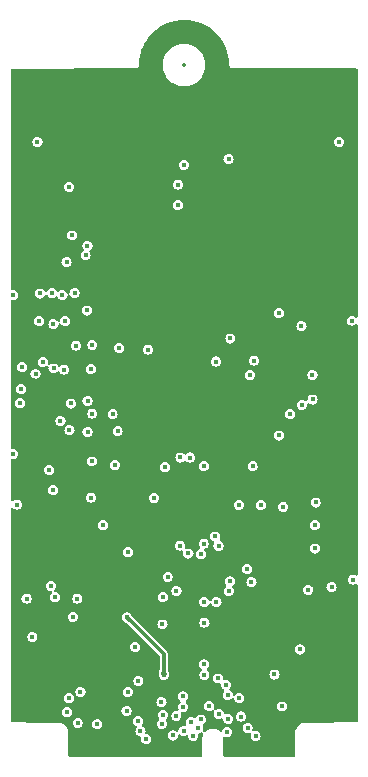
<source format=gbr>
%TF.GenerationSoftware,KiCad,Pcbnew,8.0.1-rc1*%
%TF.CreationDate,2024-08-22T21:46:20-04:00*%
%TF.ProjectId,SoM_V2,536f4d5f-5632-42e6-9b69-6361645f7063,rev?*%
%TF.SameCoordinates,Original*%
%TF.FileFunction,Copper,L2,Inr*%
%TF.FilePolarity,Positive*%
%FSLAX46Y46*%
G04 Gerber Fmt 4.6, Leading zero omitted, Abs format (unit mm)*
G04 Created by KiCad (PCBNEW 8.0.1-rc1) date 2024-08-22 21:46:20*
%MOMM*%
%LPD*%
G01*
G04 APERTURE LIST*
%TA.AperFunction,ViaPad*%
%ADD10C,0.450000*%
%TD*%
%TA.AperFunction,Conductor*%
%ADD11C,0.300000*%
%TD*%
%ADD12C,0.270000*%
%ADD13C,0.350000*%
G04 APERTURE END LIST*
D10*
%TO.N,GND*%
X149690000Y-106690000D03*
X147150000Y-86370000D03*
X121750000Y-83830000D03*
X147150000Y-83830000D03*
X147150000Y-96530000D03*
X139750000Y-125500000D03*
X121860000Y-92410000D03*
X129370000Y-91450000D03*
X144610000Y-124470000D03*
X127825000Y-116600000D03*
X128400000Y-114725000D03*
X135750000Y-128950000D03*
X142070000Y-91450000D03*
X149690000Y-96530000D03*
X131910000Y-83830000D03*
X125630000Y-129430000D03*
X137950000Y-101330000D03*
X126830000Y-86370000D03*
X142070000Y-86370000D03*
X139530000Y-99070000D03*
X150475000Y-118120000D03*
X149690000Y-88910000D03*
X121750000Y-86370000D03*
X147150000Y-81290000D03*
X136990000Y-96530000D03*
X139530000Y-88910000D03*
X142070000Y-106690000D03*
X125300000Y-103725000D03*
X134450000Y-96530000D03*
X139530000Y-109230000D03*
X134450000Y-76210000D03*
X131910000Y-91450000D03*
X147150000Y-111770000D03*
X133025000Y-111375000D03*
X126830000Y-81290000D03*
X149690000Y-91450000D03*
X144610000Y-88910000D03*
X149690000Y-129550000D03*
X147150000Y-91450000D03*
X142070000Y-109230000D03*
X123470000Y-81900000D03*
X150080000Y-126580000D03*
X147150000Y-93990000D03*
X129370000Y-83830000D03*
X131910000Y-88910000D03*
X136090000Y-101380000D03*
X129370000Y-81290000D03*
X150475000Y-120010000D03*
X121525000Y-102740000D03*
X149690000Y-109230000D03*
X134450000Y-81290000D03*
X149690000Y-81290000D03*
X136150000Y-117825000D03*
X136990000Y-81290000D03*
X131910000Y-93990000D03*
X121750000Y-81290000D03*
X144610000Y-111770000D03*
X135140000Y-107760000D03*
X136990000Y-99070000D03*
X147150000Y-132090000D03*
X140170000Y-133390000D03*
X148620000Y-82030000D03*
X122100000Y-109375000D03*
X139530000Y-91450000D03*
X135140000Y-106120000D03*
X136780000Y-106120000D03*
X134450000Y-99070000D03*
X136990000Y-76210000D03*
X134050000Y-101350000D03*
X150475000Y-116020000D03*
X149690000Y-111770000D03*
X149690000Y-93990000D03*
X147150000Y-114310000D03*
X142070000Y-81290000D03*
X147150000Y-88910000D03*
X142070000Y-83830000D03*
X131250000Y-122425000D03*
X131910000Y-99070000D03*
X149690000Y-104150000D03*
X149690000Y-83830000D03*
X147150000Y-129550000D03*
X132300000Y-120775000D03*
X122650000Y-133550000D03*
X127930000Y-129320000D03*
X142070000Y-93990000D03*
X136710000Y-94400000D03*
X135310000Y-94380000D03*
X124430000Y-127560000D03*
X139530000Y-96530000D03*
X149690000Y-114310000D03*
X135125000Y-134925000D03*
X139100000Y-112325000D03*
X135920000Y-83550000D03*
X136990000Y-104150000D03*
X147150000Y-104150000D03*
X129370000Y-88910000D03*
X131910000Y-81290000D03*
X147150000Y-124470000D03*
X144610000Y-114310000D03*
X144610000Y-81290000D03*
X144610000Y-104150000D03*
X129370000Y-86370000D03*
X121750000Y-88910000D03*
X144610000Y-86370000D03*
X136820000Y-107790000D03*
X142070000Y-111770000D03*
X135375000Y-125475000D03*
X134450000Y-104150000D03*
X149690000Y-132090000D03*
X142070000Y-88910000D03*
X139530000Y-81290000D03*
X138225000Y-134700000D03*
X144610000Y-83830000D03*
X131200000Y-108075000D03*
X148740000Y-133320000D03*
X126830000Y-83830000D03*
X131910000Y-86370000D03*
X132175000Y-133175000D03*
X142070000Y-99070000D03*
X131910000Y-104150000D03*
X125700000Y-119575000D03*
%TO.N,Vcc_3V3*%
X124924500Y-101037500D03*
X139757400Y-87061400D03*
X139775000Y-123600000D03*
X124941400Y-104771600D03*
X128229100Y-102771500D03*
X140620000Y-116330000D03*
X144980000Y-108630000D03*
X131155000Y-125850000D03*
X121820000Y-116300000D03*
X123150000Y-127510000D03*
X150275000Y-122650000D03*
X135975000Y-87525000D03*
X139910000Y-102240000D03*
X135350000Y-123600000D03*
X132950000Y-103175000D03*
X146510000Y-123510000D03*
X126510000Y-93510000D03*
X121525000Y-98580000D03*
X144380000Y-116490000D03*
X142480000Y-116360000D03*
X147130000Y-116125000D03*
X126982150Y-134767850D03*
X127660000Y-95180000D03*
X127790000Y-99867500D03*
X135650000Y-119775000D03*
X147060000Y-118040000D03*
X145804200Y-128569100D03*
X134282200Y-130714800D03*
X122100000Y-107725000D03*
X147060000Y-120020000D03*
%TO.N,Net-(U302-OSC1)*%
X135462700Y-90943900D03*
X126275000Y-89400000D03*
%TO.N,GPIO0_BOOT*%
X130509200Y-103040000D03*
X149117300Y-85589300D03*
X144014600Y-100099100D03*
%TO.N,CHIP_EN*%
X131122600Y-133777900D03*
X123579100Y-85589300D03*
X138690400Y-104194000D03*
%TO.N,I2C_SDA_0_TCA*%
X140810200Y-134246500D03*
X137685100Y-129829600D03*
%TO.N,I2C_SDA_1_TCA*%
X142050200Y-135916000D03*
X138852600Y-131016700D03*
%TO.N,I2C_SDA_3_TCA*%
X138130100Y-133351300D03*
X137719100Y-126291900D03*
%TO.N,I2C_SCL_3_TCA*%
X138929600Y-134032600D03*
X138731600Y-124579600D03*
%TO.N,I2C_SDA_2_TCA*%
X140671900Y-132701300D03*
%TO.N,I2C_SCL_2_TCA*%
X139686600Y-132419900D03*
X139882600Y-122803600D03*
%TO.N,I2C_SCL_0_TCA*%
X137713700Y-130705700D03*
%TO.N,I2C_SCL_1_TCA*%
X139537900Y-131567900D03*
X141370794Y-135194706D03*
%TO.N,I2S_BCLK*%
X143643100Y-130686800D03*
X134375500Y-113119000D03*
%TO.N,Net-(D301-A)*%
X146862500Y-105325000D03*
%TO.N,GPIO17_U1_TXD*%
X135925000Y-133425000D03*
%TO.N,Net-(D302-A)*%
X146875000Y-107400000D03*
%TO.N,RESET_OTHERS*%
X132125000Y-131225000D03*
X137698700Y-124550000D03*
X128186500Y-112645200D03*
X126722000Y-98385900D03*
X138625000Y-119000000D03*
%TO.N,GPIO15*%
X134600000Y-122425000D03*
X135048850Y-135851150D03*
%TO.N,GPIO34*%
X141695400Y-122885700D03*
X134107900Y-134860103D03*
%TO.N,I2S_WS*%
X131239100Y-120325400D03*
X134200000Y-124125000D03*
%TO.N,GPIO48{slash}CAN_INT*%
X136570000Y-134700000D03*
X141798500Y-113056900D03*
%TO.N,GPIO26*%
X135340000Y-134175002D03*
X136351200Y-120438600D03*
%TO.N,GPIO46*%
X141902200Y-104110000D03*
X132100000Y-134650000D03*
%TO.N,DEBUG+*%
X135680000Y-112310000D03*
%TO.N,SPI_CLK_ESP32*%
X135900000Y-132550000D03*
X128226500Y-108600400D03*
X123817600Y-98429300D03*
X137400000Y-134499300D03*
X128099000Y-115705900D03*
%TO.N,SPI_MISO_ESP32*%
X127820200Y-110151500D03*
X124918300Y-115096600D03*
X135950000Y-135450000D03*
X125681500Y-98572500D03*
%TO.N,Net-(J201J-PWM_2_PCA)*%
X121525000Y-112003285D03*
X126083000Y-133871200D03*
%TO.N,GPIO16*%
X134225000Y-134098800D03*
X133447100Y-115723000D03*
%TO.N,I2S_DIN{slash}DOUT*%
X134161000Y-126442700D03*
%TO.N,SUSCLK*%
X130141300Y-112931000D03*
X132775000Y-136177600D03*
%TO.N,SPI_MOSI_ESP32*%
X129945400Y-108648600D03*
X124804700Y-98365800D03*
%TO.N,GPIO47*%
X136763507Y-135888507D03*
X138908350Y-119783350D03*
%TO.N,Net-(J201J-PWM_1_PCA)*%
X123718600Y-100780000D03*
X127222200Y-132153300D03*
%TO.N,Net-(J201J-PWM_3_PCA)*%
X122291700Y-104671600D03*
X128635000Y-134900000D03*
%TO.N,I2C_SCL_ESP32*%
X137423700Y-120502600D03*
X128091200Y-104849600D03*
X131232000Y-132150500D03*
%TO.N,GPIO45*%
X132299100Y-135498200D03*
X141574300Y-105303900D03*
%TO.N,GPIO38_ADDRESSABLE_LED*%
X144014600Y-110448100D03*
X135462700Y-89205100D03*
X144255100Y-133390700D03*
%TO.N,GPIO18_U1_RXD*%
X137200000Y-135250000D03*
%TO.N,DEBUG-*%
X136490000Y-112320000D03*
%TO.N,I2C_SDA_ESP32*%
X131850000Y-128375000D03*
X130367500Y-110088300D03*
X126862000Y-102837400D03*
X137650000Y-119600000D03*
%TO.N,Net-(J201I-ADC_2_MCP3202)*%
X124725000Y-123175000D03*
X126250000Y-132675000D03*
%TO.N,Net-(J201J-PWM_4_PCA)*%
X125065700Y-124139000D03*
X124041200Y-104251100D03*
%TO.N,Net-(U302-TXCAN)*%
X126959900Y-124263100D03*
X127814600Y-94380000D03*
%TO.N,Net-(U302-RXCAN)*%
X122653600Y-124263100D03*
X126044500Y-95788500D03*
%TO.N,SPI_CAN_ESP32*%
X125921500Y-100754100D03*
X125825000Y-104875000D03*
%TO.N,U0RXD*%
X148478100Y-123296800D03*
X145966300Y-107851800D03*
%TO.N,LDAC_DAC*%
X126574800Y-125810700D03*
X126289200Y-110015200D03*
%TO.N,SPI_DAC_ESP32*%
X126405200Y-107738600D03*
X129133500Y-118052000D03*
%TO.N,SPI_6_ESP32*%
X139648515Y-135540764D03*
X124575200Y-113397200D03*
%TO.N,SPI_5_ESP32*%
X139720000Y-134439485D03*
X125523500Y-109230300D03*
%TO.N,GPIO33*%
X141327300Y-121771700D03*
X134075000Y-133025000D03*
%TO.N,Net-(Q601A-B1)*%
X150184700Y-100729000D03*
X145930000Y-101196700D03*
%TO.N,CS_1*%
X127817600Y-107509300D03*
X123413700Y-105214700D03*
%TO.N,CS_2*%
X122212700Y-106530400D03*
X137656300Y-113056900D03*
%TD*%
D11*
%TO.N,Vcc_3V3*%
X134282200Y-128977200D02*
X131155000Y-125850000D01*
X134282200Y-130714800D02*
X134282200Y-128977200D01*
%TD*%
%TA.AperFunction,Conductor*%
%TO.N,GND*%
G36*
X136367736Y-75280996D02*
G01*
X136379792Y-75282180D01*
X136738335Y-75335226D01*
X136750231Y-75337586D01*
X137101842Y-75425446D01*
X137113459Y-75428962D01*
X137454792Y-75550798D01*
X137466016Y-75555435D01*
X137793791Y-75710074D01*
X137804499Y-75715783D01*
X138115571Y-75901743D01*
X138125671Y-75908473D01*
X138417067Y-76123976D01*
X138426466Y-76131667D01*
X138695376Y-76374635D01*
X138703977Y-76383208D01*
X138947829Y-76651315D01*
X138955550Y-76660688D01*
X139151555Y-76923903D01*
X139172004Y-76951363D01*
X139178772Y-76961447D01*
X139365758Y-77271910D01*
X139371507Y-77282609D01*
X139527217Y-77609859D01*
X139531892Y-77621067D01*
X139654850Y-77961994D01*
X139658406Y-77973607D01*
X139747422Y-78324929D01*
X139749824Y-78336833D01*
X139804045Y-78695162D01*
X139805272Y-78707245D01*
X139824327Y-79072001D01*
X139824496Y-79078479D01*
X139824493Y-79120343D01*
X139824650Y-79122696D01*
X139824650Y-79122828D01*
X139824652Y-79122839D01*
X139835816Y-79156829D01*
X139837784Y-79163433D01*
X139844969Y-79190252D01*
X139848078Y-79197759D01*
X139847873Y-79197843D01*
X139853204Y-79209767D01*
X139854354Y-79213269D01*
X139854356Y-79213273D01*
X139868917Y-79233180D01*
X139876223Y-79244393D01*
X139884522Y-79258770D01*
X139884527Y-79258776D01*
X139889363Y-79263613D01*
X139901763Y-79278084D01*
X139910554Y-79290103D01*
X139921488Y-79297993D01*
X139936618Y-79310875D01*
X139940467Y-79314725D01*
X139940469Y-79314726D01*
X139940470Y-79314727D01*
X139954003Y-79322541D01*
X139956067Y-79323733D01*
X139966624Y-79330565D01*
X139987742Y-79345805D01*
X139989907Y-79346500D01*
X140001318Y-79351559D01*
X140001476Y-79351179D01*
X140008981Y-79354287D01*
X140008989Y-79354292D01*
X140037167Y-79361844D01*
X140042936Y-79363543D01*
X140078366Y-79374930D01*
X140078370Y-79374929D01*
X140078371Y-79374930D01*
X140110577Y-79374826D01*
X140125291Y-79374778D01*
X140125687Y-79374778D01*
X150575510Y-79375471D01*
X150642546Y-79395160D01*
X150688298Y-79447967D01*
X150699500Y-79499471D01*
X150699500Y-100342689D01*
X150679815Y-100409728D01*
X150627011Y-100455483D01*
X150557853Y-100465427D01*
X150494297Y-100436402D01*
X150487819Y-100430370D01*
X150437925Y-100380476D01*
X150437921Y-100380473D01*
X150437920Y-100380472D01*
X150317826Y-100319281D01*
X150317824Y-100319280D01*
X150317821Y-100319279D01*
X150184702Y-100298196D01*
X150184698Y-100298196D01*
X150051578Y-100319279D01*
X149931478Y-100380473D01*
X149931474Y-100380476D01*
X149836176Y-100475774D01*
X149836173Y-100475778D01*
X149774979Y-100595878D01*
X149753896Y-100728997D01*
X149753896Y-100729002D01*
X149774979Y-100862121D01*
X149774980Y-100862124D01*
X149774981Y-100862126D01*
X149826561Y-100963357D01*
X149836173Y-100982221D01*
X149836176Y-100982225D01*
X149931474Y-101077523D01*
X149931478Y-101077526D01*
X149931480Y-101077528D01*
X150051574Y-101138719D01*
X150051576Y-101138719D01*
X150051578Y-101138720D01*
X150184698Y-101159804D01*
X150184700Y-101159804D01*
X150184702Y-101159804D01*
X150317821Y-101138720D01*
X150317821Y-101138719D01*
X150317826Y-101138719D01*
X150437920Y-101077528D01*
X150453022Y-101062426D01*
X150487819Y-101027630D01*
X150549142Y-100994145D01*
X150618834Y-100999129D01*
X150674767Y-101041001D01*
X150699184Y-101106465D01*
X150699500Y-101115311D01*
X150699500Y-122186394D01*
X150679815Y-122253433D01*
X150627011Y-122299188D01*
X150557853Y-122309132D01*
X150519206Y-122296879D01*
X150408126Y-122240281D01*
X150408124Y-122240280D01*
X150408121Y-122240279D01*
X150275002Y-122219196D01*
X150274998Y-122219196D01*
X150141878Y-122240279D01*
X150021778Y-122301473D01*
X150021774Y-122301476D01*
X149926476Y-122396774D01*
X149926473Y-122396778D01*
X149865279Y-122516878D01*
X149844196Y-122649997D01*
X149844196Y-122650002D01*
X149865279Y-122783121D01*
X149865280Y-122783124D01*
X149865281Y-122783126D01*
X149918248Y-122887079D01*
X149926473Y-122903221D01*
X149926476Y-122903225D01*
X150021774Y-122998523D01*
X150021778Y-122998526D01*
X150021780Y-122998528D01*
X150141874Y-123059719D01*
X150141876Y-123059719D01*
X150141878Y-123059720D01*
X150274998Y-123080804D01*
X150275000Y-123080804D01*
X150275002Y-123080804D01*
X150408121Y-123059720D01*
X150408121Y-123059719D01*
X150408126Y-123059719D01*
X150519209Y-123003119D01*
X150587874Y-122990224D01*
X150652614Y-123016500D01*
X150692872Y-123073606D01*
X150699500Y-123113605D01*
X150699500Y-134626894D01*
X150679815Y-134693933D01*
X150627011Y-134739688D01*
X150576275Y-134750892D01*
X146799362Y-134774498D01*
X146798587Y-134774500D01*
X146146155Y-134774500D01*
X145991510Y-134805261D01*
X145991498Y-134805264D01*
X145845827Y-134865602D01*
X145845814Y-134865609D01*
X145714711Y-134953210D01*
X145714707Y-134953213D01*
X145603213Y-135064707D01*
X145603210Y-135064711D01*
X145515609Y-135195814D01*
X145515602Y-135195827D01*
X145455264Y-135341498D01*
X145455261Y-135341510D01*
X145424500Y-135496153D01*
X145424500Y-137526000D01*
X145404815Y-137593039D01*
X145352011Y-137638794D01*
X145300500Y-137650000D01*
X139449500Y-137650000D01*
X139382461Y-137630315D01*
X139336706Y-137577511D01*
X139325500Y-137526000D01*
X139325500Y-136086306D01*
X139323895Y-136078238D01*
X139330122Y-136008646D01*
X139372985Y-135953469D01*
X139438874Y-135930224D01*
X139501806Y-135943562D01*
X139515389Y-135950483D01*
X139515390Y-135950483D01*
X139515392Y-135950484D01*
X139648513Y-135971568D01*
X139648515Y-135971568D01*
X139648517Y-135971568D01*
X139781636Y-135950484D01*
X139781636Y-135950483D01*
X139781641Y-135950483D01*
X139901735Y-135889292D01*
X139997043Y-135793984D01*
X140058234Y-135673890D01*
X140058235Y-135673885D01*
X140079319Y-135540766D01*
X140079319Y-135540761D01*
X140058235Y-135407642D01*
X140058234Y-135407640D01*
X140058234Y-135407638D01*
X139997043Y-135287544D01*
X139997041Y-135287542D01*
X139997038Y-135287538D01*
X139904208Y-135194708D01*
X140939990Y-135194708D01*
X140961073Y-135327827D01*
X140961074Y-135327830D01*
X140961075Y-135327832D01*
X141014822Y-135433316D01*
X141022267Y-135447927D01*
X141022270Y-135447931D01*
X141117568Y-135543229D01*
X141117572Y-135543232D01*
X141117574Y-135543234D01*
X141237668Y-135604425D01*
X141237670Y-135604425D01*
X141237672Y-135604426D01*
X141370792Y-135625510D01*
X141370794Y-135625510D01*
X141370796Y-135625510D01*
X141511007Y-135603303D01*
X141580301Y-135612258D01*
X141633753Y-135657254D01*
X141654392Y-135724006D01*
X141642906Y-135773406D01*
X141643495Y-135773598D01*
X141641269Y-135780445D01*
X141640894Y-135782062D01*
X141640481Y-135782872D01*
X141640480Y-135782875D01*
X141619396Y-135915997D01*
X141619396Y-135916002D01*
X141640479Y-136049121D01*
X141640480Y-136049124D01*
X141640481Y-136049126D01*
X141701672Y-136169220D01*
X141701673Y-136169221D01*
X141701676Y-136169225D01*
X141796974Y-136264523D01*
X141796978Y-136264526D01*
X141796980Y-136264528D01*
X141917074Y-136325719D01*
X141917076Y-136325719D01*
X141917078Y-136325720D01*
X142050198Y-136346804D01*
X142050200Y-136346804D01*
X142050202Y-136346804D01*
X142183321Y-136325720D01*
X142183321Y-136325719D01*
X142183326Y-136325719D01*
X142303420Y-136264528D01*
X142398728Y-136169220D01*
X142459919Y-136049126D01*
X142460656Y-136044474D01*
X142481004Y-135916002D01*
X142481004Y-135915997D01*
X142459920Y-135782878D01*
X142459919Y-135782876D01*
X142459919Y-135782874D01*
X142398728Y-135662780D01*
X142398726Y-135662778D01*
X142398723Y-135662774D01*
X142303425Y-135567476D01*
X142303421Y-135567473D01*
X142303420Y-135567472D01*
X142183326Y-135506281D01*
X142183324Y-135506280D01*
X142183321Y-135506279D01*
X142050202Y-135485196D01*
X142050200Y-135485196D01*
X142009802Y-135491594D01*
X141909985Y-135507403D01*
X141840691Y-135498447D01*
X141787240Y-135453450D01*
X141766601Y-135386699D01*
X141778089Y-135337299D01*
X141777499Y-135337108D01*
X141779732Y-135330234D01*
X141780105Y-135328632D01*
X141780513Y-135327832D01*
X141783479Y-135309106D01*
X141801598Y-135194708D01*
X141801598Y-135194703D01*
X141780514Y-135061584D01*
X141780513Y-135061582D01*
X141780513Y-135061580D01*
X141719322Y-134941486D01*
X141719320Y-134941484D01*
X141719317Y-134941480D01*
X141624019Y-134846182D01*
X141624015Y-134846179D01*
X141624014Y-134846178D01*
X141503920Y-134784987D01*
X141503918Y-134784986D01*
X141503915Y-134784985D01*
X141370796Y-134763902D01*
X141370792Y-134763902D01*
X141237672Y-134784985D01*
X141117572Y-134846179D01*
X141117568Y-134846182D01*
X141022270Y-134941480D01*
X141022267Y-134941484D01*
X140961073Y-135061584D01*
X140939990Y-135194703D01*
X140939990Y-135194708D01*
X139904208Y-135194708D01*
X139901740Y-135192240D01*
X139901736Y-135192237D01*
X139901735Y-135192236D01*
X139781641Y-135131045D01*
X139781639Y-135131044D01*
X139781636Y-135131043D01*
X139691464Y-135116762D01*
X139674278Y-135108615D01*
X139673546Y-135108937D01*
X139657653Y-135109960D01*
X139648513Y-135109960D01*
X139515393Y-135131043D01*
X139515389Y-135131044D01*
X139515389Y-135131045D01*
X139478830Y-135149673D01*
X139395293Y-135192237D01*
X139395289Y-135192240D01*
X139299991Y-135287538D01*
X139299988Y-135287542D01*
X139299987Y-135287544D01*
X139251286Y-135383126D01*
X139238794Y-135407642D01*
X139234800Y-135432863D01*
X139204871Y-135495998D01*
X139145559Y-135532929D01*
X139075697Y-135531931D01*
X139024646Y-135501146D01*
X138999038Y-135475538D01*
X138999034Y-135475535D01*
X138851553Y-135376990D01*
X138851540Y-135376983D01*
X138687667Y-135309106D01*
X138687658Y-135309103D01*
X138513694Y-135274500D01*
X138513691Y-135274500D01*
X138336309Y-135274500D01*
X138336306Y-135274500D01*
X138162341Y-135309103D01*
X138162332Y-135309106D01*
X137998459Y-135376983D01*
X137998446Y-135376990D01*
X137850965Y-135475535D01*
X137850960Y-135475539D01*
X137814346Y-135512153D01*
X137753023Y-135545638D01*
X137683331Y-135540652D01*
X137627398Y-135498780D01*
X137602982Y-135433316D01*
X137608737Y-135386145D01*
X137609716Y-135383131D01*
X137609719Y-135383126D01*
X137609719Y-135383120D01*
X137609721Y-135383117D01*
X137630804Y-135250002D01*
X137630804Y-135249997D01*
X137609720Y-135116878D01*
X137609719Y-135116876D01*
X137609719Y-135116874D01*
X137566146Y-135031358D01*
X137553251Y-134962692D01*
X137579527Y-134897951D01*
X137620333Y-134864584D01*
X137653220Y-134847828D01*
X137748528Y-134752520D01*
X137809719Y-134632426D01*
X137820101Y-134566878D01*
X137830804Y-134499302D01*
X137830804Y-134499297D01*
X137809720Y-134366178D01*
X137809719Y-134366176D01*
X137809719Y-134366174D01*
X137748528Y-134246080D01*
X137748526Y-134246078D01*
X137748523Y-134246074D01*
X137653225Y-134150776D01*
X137653221Y-134150773D01*
X137653220Y-134150772D01*
X137533126Y-134089581D01*
X137533124Y-134089580D01*
X137533121Y-134089579D01*
X137400002Y-134068496D01*
X137399998Y-134068496D01*
X137266878Y-134089579D01*
X137266874Y-134089580D01*
X137266874Y-134089581D01*
X137264166Y-134090961D01*
X137146778Y-134150773D01*
X137146774Y-134150776D01*
X137051476Y-134246074D01*
X137051471Y-134246081D01*
X137016336Y-134315037D01*
X136968362Y-134365832D01*
X136900540Y-134382627D01*
X136834406Y-134360089D01*
X136830157Y-134356512D01*
X136823221Y-134351473D01*
X136823220Y-134351472D01*
X136703126Y-134290281D01*
X136703124Y-134290280D01*
X136703121Y-134290279D01*
X136570002Y-134269196D01*
X136569998Y-134269196D01*
X136436878Y-134290279D01*
X136436874Y-134290280D01*
X136436874Y-134290281D01*
X136414903Y-134301476D01*
X136316778Y-134351473D01*
X136316774Y-134351476D01*
X136221476Y-134446774D01*
X136221473Y-134446778D01*
X136160279Y-134566878D01*
X136139196Y-134699997D01*
X136139196Y-134700002D01*
X136160279Y-134833123D01*
X136171386Y-134854921D01*
X136184282Y-134923591D01*
X136158005Y-134988331D01*
X136100898Y-135028587D01*
X136041504Y-135033688D01*
X135950003Y-135019196D01*
X135949998Y-135019196D01*
X135816878Y-135040279D01*
X135696778Y-135101473D01*
X135696774Y-135101476D01*
X135601476Y-135196774D01*
X135601473Y-135196778D01*
X135540279Y-135316878D01*
X135520383Y-135442497D01*
X135490454Y-135505632D01*
X135431142Y-135542563D01*
X135361279Y-135541565D01*
X135310229Y-135510780D01*
X135302075Y-135502626D01*
X135302071Y-135502623D01*
X135302070Y-135502622D01*
X135181976Y-135441431D01*
X135181974Y-135441430D01*
X135181971Y-135441429D01*
X135048852Y-135420346D01*
X135048848Y-135420346D01*
X134915728Y-135441429D01*
X134795628Y-135502623D01*
X134795624Y-135502626D01*
X134700326Y-135597924D01*
X134700323Y-135597928D01*
X134639129Y-135718028D01*
X134618046Y-135851147D01*
X134618046Y-135851152D01*
X134639129Y-135984271D01*
X134639130Y-135984274D01*
X134639131Y-135984276D01*
X134700322Y-136104370D01*
X134700323Y-136104371D01*
X134700326Y-136104375D01*
X134795624Y-136199673D01*
X134795628Y-136199676D01*
X134795630Y-136199678D01*
X134915724Y-136260869D01*
X134915726Y-136260869D01*
X134915728Y-136260870D01*
X135048848Y-136281954D01*
X135048850Y-136281954D01*
X135048852Y-136281954D01*
X135181971Y-136260870D01*
X135181971Y-136260869D01*
X135181976Y-136260869D01*
X135302070Y-136199678D01*
X135397378Y-136104370D01*
X135458569Y-135984276D01*
X135460582Y-135971568D01*
X135478466Y-135858653D01*
X135508395Y-135795518D01*
X135567706Y-135758586D01*
X135637569Y-135759584D01*
X135688620Y-135790369D01*
X135696774Y-135798523D01*
X135696778Y-135798526D01*
X135696780Y-135798528D01*
X135816874Y-135859719D01*
X135816876Y-135859719D01*
X135816878Y-135859720D01*
X135949998Y-135880804D01*
X135950000Y-135880804D01*
X135950002Y-135880804D01*
X136016563Y-135870261D01*
X136083126Y-135859719D01*
X136157778Y-135821681D01*
X136226446Y-135808785D01*
X136291186Y-135835061D01*
X136331444Y-135892167D01*
X136336545Y-135912768D01*
X136353786Y-136021628D01*
X136353787Y-136021631D01*
X136353788Y-136021633D01*
X136411775Y-136135438D01*
X136414980Y-136141728D01*
X136414983Y-136141732D01*
X136510281Y-136237030D01*
X136510285Y-136237033D01*
X136510287Y-136237035D01*
X136630381Y-136298226D01*
X136630383Y-136298226D01*
X136630385Y-136298227D01*
X136763505Y-136319311D01*
X136763507Y-136319311D01*
X136763509Y-136319311D01*
X136896628Y-136298227D01*
X136896628Y-136298226D01*
X136896633Y-136298226D01*
X137016727Y-136237035D01*
X137112035Y-136141727D01*
X137173226Y-136021633D01*
X137175283Y-136008646D01*
X137194311Y-135888509D01*
X137194311Y-135888506D01*
X137189583Y-135858653D01*
X137181756Y-135809238D01*
X137190710Y-135739946D01*
X137235706Y-135686494D01*
X137284829Y-135667368D01*
X137333126Y-135659719D01*
X137452707Y-135598789D01*
X137521372Y-135585894D01*
X137586112Y-135612170D01*
X137626370Y-135669276D01*
X137629362Y-135739082D01*
X137623559Y-135756727D01*
X137559106Y-135912332D01*
X137559103Y-135912341D01*
X137524500Y-136086304D01*
X137524500Y-137526000D01*
X137504815Y-137593039D01*
X137452011Y-137638794D01*
X137400500Y-137650000D01*
X126299500Y-137650000D01*
X126232461Y-137630315D01*
X126186706Y-137577511D01*
X126175500Y-137526000D01*
X126175500Y-135496155D01*
X126175499Y-135496153D01*
X126175468Y-135495998D01*
X126144737Y-135341503D01*
X126140069Y-135330234D01*
X126084397Y-135195827D01*
X126084390Y-135195814D01*
X125996789Y-135064711D01*
X125996786Y-135064707D01*
X125885292Y-134953213D01*
X125885288Y-134953210D01*
X125754185Y-134865609D01*
X125754172Y-134865602D01*
X125608501Y-134805264D01*
X125608489Y-134805261D01*
X125453845Y-134774500D01*
X125453842Y-134774500D01*
X125414562Y-134774500D01*
X124801468Y-134774500D01*
X124800607Y-134774497D01*
X123843720Y-134767852D01*
X126551346Y-134767852D01*
X126572429Y-134900971D01*
X126572430Y-134900974D01*
X126572431Y-134900976D01*
X126633622Y-135021070D01*
X126633623Y-135021071D01*
X126633626Y-135021075D01*
X126728924Y-135116373D01*
X126728928Y-135116376D01*
X126728930Y-135116378D01*
X126849024Y-135177569D01*
X126849026Y-135177569D01*
X126849028Y-135177570D01*
X126982148Y-135198654D01*
X126982150Y-135198654D01*
X126982152Y-135198654D01*
X127115271Y-135177570D01*
X127115271Y-135177569D01*
X127115276Y-135177569D01*
X127235370Y-135116378D01*
X127330678Y-135021070D01*
X127391869Y-134900976D01*
X127392023Y-134900002D01*
X128204196Y-134900002D01*
X128225279Y-135033121D01*
X128225280Y-135033124D01*
X128225281Y-135033126D01*
X128286472Y-135153220D01*
X128286473Y-135153221D01*
X128286476Y-135153225D01*
X128381774Y-135248523D01*
X128381778Y-135248526D01*
X128381780Y-135248528D01*
X128501874Y-135309719D01*
X128501876Y-135309719D01*
X128501878Y-135309720D01*
X128634998Y-135330804D01*
X128635000Y-135330804D01*
X128635002Y-135330804D01*
X128768121Y-135309720D01*
X128768121Y-135309719D01*
X128768126Y-135309719D01*
X128888220Y-135248528D01*
X128983528Y-135153220D01*
X129044719Y-135033126D01*
X129046628Y-135021075D01*
X129065804Y-134900002D01*
X129065804Y-134899997D01*
X129044720Y-134766878D01*
X129044719Y-134766876D01*
X129044719Y-134766874D01*
X128985170Y-134650002D01*
X131669196Y-134650002D01*
X131690279Y-134783121D01*
X131690280Y-134783124D01*
X131690281Y-134783126D01*
X131751472Y-134903220D01*
X131751473Y-134903221D01*
X131751476Y-134903225D01*
X131846774Y-134998523D01*
X131846777Y-134998525D01*
X131846780Y-134998528D01*
X131926733Y-135039266D01*
X131977529Y-135087239D01*
X131994324Y-135155060D01*
X131971787Y-135221195D01*
X131958122Y-135237428D01*
X131950577Y-135244972D01*
X131950573Y-135244978D01*
X131889379Y-135365078D01*
X131868296Y-135498197D01*
X131868296Y-135498202D01*
X131889379Y-135631321D01*
X131889380Y-135631324D01*
X131889381Y-135631326D01*
X131950572Y-135751420D01*
X131950573Y-135751421D01*
X131950576Y-135751425D01*
X132045874Y-135846723D01*
X132045878Y-135846726D01*
X132045880Y-135846728D01*
X132165974Y-135907919D01*
X132259031Y-135922657D01*
X132322163Y-135952585D01*
X132359094Y-136011896D01*
X132362104Y-136064527D01*
X132344196Y-136177596D01*
X132344196Y-136177602D01*
X132365279Y-136310721D01*
X132365280Y-136310724D01*
X132365281Y-136310726D01*
X132372921Y-136325720D01*
X132426473Y-136430821D01*
X132426476Y-136430825D01*
X132521774Y-136526123D01*
X132521778Y-136526126D01*
X132521780Y-136526128D01*
X132641874Y-136587319D01*
X132641876Y-136587319D01*
X132641878Y-136587320D01*
X132774998Y-136608404D01*
X132775000Y-136608404D01*
X132775002Y-136608404D01*
X132908121Y-136587320D01*
X132908121Y-136587319D01*
X132908126Y-136587319D01*
X133028220Y-136526128D01*
X133123528Y-136430820D01*
X133184719Y-136310726D01*
X133192036Y-136264528D01*
X133205804Y-136177602D01*
X133205804Y-136177597D01*
X133184720Y-136044478D01*
X133184719Y-136044476D01*
X133184719Y-136044474D01*
X133123528Y-135924380D01*
X133123526Y-135924378D01*
X133123523Y-135924374D01*
X133028225Y-135829076D01*
X133028221Y-135829073D01*
X133028220Y-135829072D01*
X132908126Y-135767881D01*
X132908124Y-135767880D01*
X132908121Y-135767879D01*
X132815070Y-135753142D01*
X132751936Y-135723213D01*
X132715004Y-135663902D01*
X132711995Y-135611272D01*
X132729904Y-135498200D01*
X132729580Y-135496155D01*
X132708820Y-135365078D01*
X132708819Y-135365076D01*
X132708819Y-135365074D01*
X132647628Y-135244980D01*
X132647626Y-135244978D01*
X132647623Y-135244974D01*
X132552325Y-135149676D01*
X132552322Y-135149674D01*
X132552320Y-135149672D01*
X132472364Y-135108932D01*
X132421570Y-135060959D01*
X132404775Y-134993138D01*
X132427312Y-134927003D01*
X132440983Y-134910765D01*
X132442729Y-134909019D01*
X132448528Y-134903220D01*
X132470496Y-134860105D01*
X133677096Y-134860105D01*
X133698179Y-134993224D01*
X133698180Y-134993227D01*
X133698181Y-134993229D01*
X133759372Y-135113323D01*
X133759373Y-135113324D01*
X133759376Y-135113328D01*
X133854674Y-135208626D01*
X133854678Y-135208629D01*
X133854680Y-135208631D01*
X133974774Y-135269822D01*
X133974776Y-135269822D01*
X133974778Y-135269823D01*
X134107898Y-135290907D01*
X134107900Y-135290907D01*
X134107902Y-135290907D01*
X134241021Y-135269823D01*
X134241021Y-135269822D01*
X134241026Y-135269822D01*
X134361120Y-135208631D01*
X134456428Y-135113323D01*
X134517619Y-134993229D01*
X134517620Y-134993224D01*
X134538704Y-134860105D01*
X134538704Y-134860100D01*
X134517620Y-134726981D01*
X134517619Y-134726979D01*
X134517619Y-134726977D01*
X134456428Y-134606883D01*
X134456426Y-134606881D01*
X134451997Y-134598188D01*
X134454962Y-134596677D01*
X134437226Y-134546958D01*
X134453055Y-134478905D01*
X134473343Y-134452204D01*
X134478217Y-134447329D01*
X134478220Y-134447328D01*
X134573528Y-134352020D01*
X134634719Y-134231926D01*
X134636651Y-134219728D01*
X134643735Y-134175002D01*
X134909196Y-134175002D01*
X134930279Y-134308123D01*
X134930280Y-134308126D01*
X134930281Y-134308128D01*
X134990439Y-134426194D01*
X134991473Y-134428223D01*
X134991476Y-134428227D01*
X135086774Y-134523525D01*
X135086778Y-134523528D01*
X135086780Y-134523530D01*
X135206874Y-134584721D01*
X135206876Y-134584721D01*
X135206878Y-134584722D01*
X135339998Y-134605806D01*
X135340000Y-134605806D01*
X135340002Y-134605806D01*
X135473121Y-134584722D01*
X135473121Y-134584721D01*
X135473126Y-134584721D01*
X135593220Y-134523530D01*
X135688528Y-134428222D01*
X135749719Y-134308128D01*
X135753252Y-134285825D01*
X135770804Y-134175002D01*
X135770804Y-134174999D01*
X135749720Y-134041880D01*
X135749719Y-134041878D01*
X135749719Y-134041876D01*
X135741684Y-134026106D01*
X135728788Y-133957442D01*
X135755063Y-133892701D01*
X135812169Y-133852443D01*
X135871567Y-133847341D01*
X135903622Y-133852418D01*
X135924999Y-133855804D01*
X135925000Y-133855804D01*
X135925002Y-133855804D01*
X136058121Y-133834720D01*
X136058121Y-133834719D01*
X136058126Y-133834719D01*
X136178220Y-133773528D01*
X136273528Y-133678220D01*
X136334719Y-133558126D01*
X136338460Y-133534508D01*
X136355804Y-133425002D01*
X136355804Y-133424997D01*
X136344132Y-133351302D01*
X137699296Y-133351302D01*
X137720379Y-133484421D01*
X137720380Y-133484424D01*
X137720381Y-133484426D01*
X137781467Y-133604313D01*
X137781573Y-133604521D01*
X137781576Y-133604525D01*
X137876874Y-133699823D01*
X137876878Y-133699826D01*
X137876880Y-133699828D01*
X137996974Y-133761019D01*
X137996976Y-133761019D01*
X137996978Y-133761020D01*
X138130098Y-133782104D01*
X138130100Y-133782104D01*
X138130102Y-133782104D01*
X138263221Y-133761020D01*
X138263221Y-133761019D01*
X138263226Y-133761019D01*
X138365128Y-133709097D01*
X138433793Y-133696202D01*
X138498533Y-133722478D01*
X138538791Y-133779584D01*
X138541783Y-133849390D01*
X138531905Y-133875876D01*
X138519879Y-133899477D01*
X138498796Y-134032597D01*
X138498796Y-134032600D01*
X138519879Y-134165721D01*
X138519880Y-134165724D01*
X138519881Y-134165726D01*
X138581072Y-134285820D01*
X138581073Y-134285821D01*
X138581076Y-134285825D01*
X138676374Y-134381123D01*
X138676378Y-134381126D01*
X138676380Y-134381128D01*
X138796474Y-134442319D01*
X138796476Y-134442319D01*
X138796478Y-134442320D01*
X138929598Y-134463404D01*
X138929600Y-134463404D01*
X138929602Y-134463404D01*
X139062722Y-134442320D01*
X139062723Y-134442319D01*
X139062726Y-134442319D01*
X139120631Y-134412814D01*
X139189298Y-134399918D01*
X139254039Y-134426194D01*
X139294297Y-134483300D01*
X139299398Y-134503902D01*
X139310279Y-134572606D01*
X139310280Y-134572609D01*
X139310281Y-134572611D01*
X139371472Y-134692705D01*
X139371473Y-134692706D01*
X139371476Y-134692710D01*
X139466774Y-134788008D01*
X139466778Y-134788011D01*
X139466780Y-134788013D01*
X139586874Y-134849204D01*
X139586876Y-134849204D01*
X139586878Y-134849205D01*
X139677051Y-134863487D01*
X139694236Y-134871633D01*
X139694969Y-134871312D01*
X139710862Y-134870289D01*
X139720002Y-134870289D01*
X139853121Y-134849205D01*
X139853121Y-134849204D01*
X139853126Y-134849204D01*
X139973220Y-134788013D01*
X140068528Y-134692705D01*
X140129719Y-134572611D01*
X140130628Y-134566874D01*
X140150804Y-134439487D01*
X140150804Y-134439482D01*
X140129720Y-134306363D01*
X140129719Y-134306361D01*
X140129719Y-134306359D01*
X140099220Y-134246502D01*
X140379396Y-134246502D01*
X140400479Y-134379621D01*
X140400480Y-134379624D01*
X140400481Y-134379626D01*
X140461672Y-134499720D01*
X140461673Y-134499721D01*
X140461676Y-134499725D01*
X140556974Y-134595023D01*
X140556978Y-134595026D01*
X140556980Y-134595028D01*
X140677074Y-134656219D01*
X140677076Y-134656219D01*
X140677078Y-134656220D01*
X140810198Y-134677304D01*
X140810200Y-134677304D01*
X140810202Y-134677304D01*
X140943321Y-134656220D01*
X140943321Y-134656219D01*
X140943326Y-134656219D01*
X141063420Y-134595028D01*
X141158728Y-134499720D01*
X141219919Y-134379626D01*
X141222914Y-134360715D01*
X141241004Y-134246502D01*
X141241004Y-134246497D01*
X141219920Y-134113378D01*
X141219919Y-134113376D01*
X141219919Y-134113374D01*
X141158728Y-133993280D01*
X141158726Y-133993278D01*
X141158723Y-133993274D01*
X141063425Y-133897976D01*
X141063421Y-133897973D01*
X141063420Y-133897972D01*
X140943326Y-133836781D01*
X140943324Y-133836780D01*
X140943321Y-133836779D01*
X140810202Y-133815696D01*
X140810198Y-133815696D01*
X140677078Y-133836779D01*
X140677074Y-133836780D01*
X140677074Y-133836781D01*
X140646336Y-133852443D01*
X140556978Y-133897973D01*
X140556974Y-133897976D01*
X140461676Y-133993274D01*
X140461673Y-133993278D01*
X140400479Y-134113378D01*
X140379396Y-134246497D01*
X140379396Y-134246502D01*
X140099220Y-134246502D01*
X140068528Y-134186265D01*
X140068526Y-134186263D01*
X140068523Y-134186259D01*
X139973225Y-134090961D01*
X139973221Y-134090958D01*
X139973220Y-134090957D01*
X139853126Y-134029766D01*
X139853124Y-134029765D01*
X139853121Y-134029764D01*
X139720002Y-134008681D01*
X139719998Y-134008681D01*
X139586876Y-134029764D01*
X139528968Y-134059270D01*
X139460298Y-134072166D01*
X139395558Y-134045889D01*
X139355302Y-133988782D01*
X139350202Y-133968193D01*
X139339319Y-133899474D01*
X139278128Y-133779380D01*
X139278126Y-133779378D01*
X139278123Y-133779374D01*
X139182825Y-133684076D01*
X139182821Y-133684073D01*
X139182820Y-133684072D01*
X139062726Y-133622881D01*
X139062724Y-133622880D01*
X139062721Y-133622879D01*
X138929602Y-133601796D01*
X138929598Y-133601796D01*
X138796476Y-133622879D01*
X138694574Y-133674801D01*
X138625905Y-133687697D01*
X138561165Y-133661420D01*
X138520908Y-133604313D01*
X138517916Y-133534508D01*
X138527791Y-133508031D01*
X138539819Y-133484426D01*
X138539820Y-133484421D01*
X138554664Y-133390702D01*
X143824296Y-133390702D01*
X143845379Y-133523821D01*
X143845380Y-133523824D01*
X143845381Y-133523826D01*
X143904784Y-133640410D01*
X143906573Y-133643921D01*
X143906576Y-133643925D01*
X144001874Y-133739223D01*
X144001878Y-133739226D01*
X144001880Y-133739228D01*
X144121974Y-133800419D01*
X144121976Y-133800419D01*
X144121978Y-133800420D01*
X144255098Y-133821504D01*
X144255100Y-133821504D01*
X144255102Y-133821504D01*
X144388221Y-133800420D01*
X144388221Y-133800419D01*
X144388226Y-133800419D01*
X144508320Y-133739228D01*
X144603628Y-133643920D01*
X144664819Y-133523826D01*
X144667323Y-133508019D01*
X144685904Y-133390702D01*
X144685904Y-133390697D01*
X144664820Y-133257578D01*
X144664819Y-133257576D01*
X144664819Y-133257574D01*
X144603628Y-133137480D01*
X144603626Y-133137478D01*
X144603623Y-133137474D01*
X144508325Y-133042176D01*
X144508321Y-133042173D01*
X144508320Y-133042172D01*
X144388226Y-132980981D01*
X144388224Y-132980980D01*
X144388221Y-132980979D01*
X144255102Y-132959896D01*
X144255098Y-132959896D01*
X144121978Y-132980979D01*
X144001878Y-133042173D01*
X144001874Y-133042176D01*
X143906576Y-133137474D01*
X143906573Y-133137478D01*
X143845379Y-133257578D01*
X143824296Y-133390697D01*
X143824296Y-133390702D01*
X138554664Y-133390702D01*
X138560904Y-133351302D01*
X138560904Y-133351297D01*
X138539820Y-133218178D01*
X138539819Y-133218176D01*
X138539819Y-133218174D01*
X138478628Y-133098080D01*
X138478626Y-133098078D01*
X138478623Y-133098074D01*
X138383325Y-133002776D01*
X138383321Y-133002773D01*
X138383320Y-133002772D01*
X138263226Y-132941581D01*
X138263224Y-132941580D01*
X138263221Y-132941579D01*
X138130102Y-132920496D01*
X138130098Y-132920496D01*
X137996978Y-132941579D01*
X137876878Y-133002773D01*
X137876874Y-133002776D01*
X137781576Y-133098074D01*
X137781573Y-133098078D01*
X137720379Y-133218178D01*
X137699296Y-133351297D01*
X137699296Y-133351302D01*
X136344132Y-133351302D01*
X136334720Y-133291878D01*
X136334719Y-133291876D01*
X136334719Y-133291874D01*
X136273528Y-133171780D01*
X136273526Y-133171778D01*
X136273523Y-133171774D01*
X136178223Y-133076474D01*
X136178136Y-133076411D01*
X136178055Y-133076306D01*
X136171320Y-133069571D01*
X136172190Y-133068700D01*
X136135469Y-133021082D01*
X136129488Y-132951468D01*
X136162093Y-132889673D01*
X136163272Y-132888475D01*
X136248528Y-132803220D01*
X136309719Y-132683126D01*
X136316114Y-132642750D01*
X136330804Y-132550002D01*
X136330804Y-132549997D01*
X136309720Y-132416878D01*
X136309719Y-132416876D01*
X136309719Y-132416874D01*
X136248528Y-132296780D01*
X136248526Y-132296778D01*
X136248523Y-132296774D01*
X136153225Y-132201476D01*
X136153221Y-132201473D01*
X136153220Y-132201472D01*
X136033126Y-132140281D01*
X136033124Y-132140280D01*
X136033121Y-132140279D01*
X135900002Y-132119196D01*
X135899998Y-132119196D01*
X135766878Y-132140279D01*
X135646778Y-132201473D01*
X135646774Y-132201476D01*
X135551476Y-132296774D01*
X135551473Y-132296778D01*
X135490279Y-132416878D01*
X135469196Y-132549997D01*
X135469196Y-132550002D01*
X135490279Y-132683121D01*
X135490280Y-132683124D01*
X135490281Y-132683126D01*
X135535453Y-132771780D01*
X135551473Y-132803221D01*
X135551476Y-132803225D01*
X135646776Y-132898525D01*
X135646861Y-132898587D01*
X135646938Y-132898687D01*
X135653680Y-132905429D01*
X135652809Y-132906299D01*
X135689529Y-132953915D01*
X135695511Y-133023528D01*
X135662908Y-133085324D01*
X135661662Y-133086589D01*
X135576473Y-133171778D01*
X135515279Y-133291878D01*
X135494196Y-133424997D01*
X135494196Y-133425002D01*
X135515279Y-133558121D01*
X135515280Y-133558124D01*
X135515281Y-133558126D01*
X135523315Y-133573894D01*
X135536211Y-133642561D01*
X135509935Y-133707302D01*
X135452828Y-133747559D01*
X135393433Y-133752660D01*
X135340004Y-133744198D01*
X135339998Y-133744198D01*
X135206878Y-133765281D01*
X135086778Y-133826475D01*
X135086774Y-133826478D01*
X134991476Y-133921776D01*
X134991473Y-133921780D01*
X134930279Y-134041880D01*
X134909196Y-134174999D01*
X134909196Y-134175002D01*
X134643735Y-134175002D01*
X134655804Y-134098802D01*
X134655804Y-134098797D01*
X134634720Y-133965678D01*
X134634719Y-133965676D01*
X134634719Y-133965674D01*
X134573528Y-133845580D01*
X134573526Y-133845578D01*
X134573523Y-133845574D01*
X134478225Y-133750276D01*
X134478221Y-133750273D01*
X134478220Y-133750272D01*
X134358126Y-133689081D01*
X134358124Y-133689080D01*
X134358121Y-133689079D01*
X134239796Y-133670339D01*
X134176662Y-133640410D01*
X134159272Y-133612482D01*
X134159271Y-133612562D01*
X134120662Y-133670795D01*
X134097100Y-133686417D01*
X133971783Y-133750269D01*
X133971774Y-133750276D01*
X133876476Y-133845574D01*
X133876473Y-133845578D01*
X133815279Y-133965678D01*
X133794196Y-134098797D01*
X133794196Y-134098802D01*
X133815279Y-134231921D01*
X133815280Y-134231924D01*
X133815281Y-134231926D01*
X133876472Y-134352020D01*
X133876473Y-134352021D01*
X133880903Y-134360715D01*
X133877938Y-134362225D01*
X133895674Y-134411955D01*
X133879839Y-134480007D01*
X133859557Y-134506697D01*
X133759373Y-134606881D01*
X133759372Y-134606883D01*
X133711927Y-134700000D01*
X133698179Y-134726981D01*
X133677096Y-134860100D01*
X133677096Y-134860105D01*
X132470496Y-134860105D01*
X132509719Y-134783126D01*
X132512138Y-134767852D01*
X132530804Y-134650002D01*
X132530804Y-134649997D01*
X132509720Y-134516878D01*
X132509719Y-134516876D01*
X132509719Y-134516874D01*
X132448528Y-134396780D01*
X132448526Y-134396778D01*
X132448523Y-134396774D01*
X132353225Y-134301476D01*
X132353221Y-134301473D01*
X132353220Y-134301472D01*
X132233126Y-134240281D01*
X132233124Y-134240280D01*
X132233121Y-134240279D01*
X132100002Y-134219196D01*
X132099998Y-134219196D01*
X131966878Y-134240279D01*
X131846778Y-134301473D01*
X131846774Y-134301476D01*
X131751476Y-134396774D01*
X131751473Y-134396778D01*
X131690279Y-134516878D01*
X131669196Y-134649997D01*
X131669196Y-134650002D01*
X128985170Y-134650002D01*
X128983528Y-134646780D01*
X128983526Y-134646778D01*
X128983523Y-134646774D01*
X128888225Y-134551476D01*
X128888221Y-134551473D01*
X128888220Y-134551472D01*
X128768126Y-134490281D01*
X128768124Y-134490280D01*
X128768121Y-134490279D01*
X128635002Y-134469196D01*
X128634998Y-134469196D01*
X128501878Y-134490279D01*
X128501874Y-134490280D01*
X128501874Y-134490281D01*
X128436629Y-134523525D01*
X128381778Y-134551473D01*
X128381774Y-134551476D01*
X128286476Y-134646774D01*
X128286473Y-134646778D01*
X128225279Y-134766878D01*
X128204196Y-134899997D01*
X128204196Y-134900002D01*
X127392023Y-134900002D01*
X127392348Y-134897951D01*
X127412954Y-134767852D01*
X127412954Y-134767847D01*
X127391870Y-134634728D01*
X127391869Y-134634726D01*
X127391869Y-134634724D01*
X127330678Y-134514630D01*
X127330676Y-134514628D01*
X127330673Y-134514624D01*
X127235375Y-134419326D01*
X127235371Y-134419323D01*
X127235370Y-134419322D01*
X127115276Y-134358131D01*
X127115274Y-134358130D01*
X127115271Y-134358129D01*
X126982152Y-134337046D01*
X126982148Y-134337046D01*
X126849028Y-134358129D01*
X126728928Y-134419323D01*
X126728924Y-134419326D01*
X126633626Y-134514624D01*
X126633623Y-134514628D01*
X126572429Y-134634728D01*
X126551346Y-134767847D01*
X126551346Y-134767852D01*
X123843720Y-134767852D01*
X121423639Y-134751046D01*
X121356738Y-134730896D01*
X121311351Y-134677776D01*
X121300500Y-134627049D01*
X121300500Y-133871202D01*
X125652196Y-133871202D01*
X125673279Y-134004321D01*
X125673280Y-134004324D01*
X125673281Y-134004326D01*
X125721418Y-134098800D01*
X125734473Y-134124421D01*
X125734476Y-134124425D01*
X125829774Y-134219723D01*
X125829778Y-134219726D01*
X125829780Y-134219728D01*
X125949874Y-134280919D01*
X125949876Y-134280919D01*
X125949878Y-134280920D01*
X126082998Y-134302004D01*
X126083000Y-134302004D01*
X126083002Y-134302004D01*
X126216121Y-134280920D01*
X126216121Y-134280919D01*
X126216126Y-134280919D01*
X126336220Y-134219728D01*
X126431528Y-134124420D01*
X126492719Y-134004326D01*
X126494469Y-133993278D01*
X126513804Y-133871202D01*
X126513804Y-133871197D01*
X126499028Y-133777902D01*
X130691796Y-133777902D01*
X130712879Y-133911021D01*
X130712880Y-133911024D01*
X130712881Y-133911026D01*
X130774072Y-134031120D01*
X130774073Y-134031121D01*
X130774076Y-134031125D01*
X130869374Y-134126423D01*
X130869378Y-134126426D01*
X130869380Y-134126428D01*
X130989474Y-134187619D01*
X130989476Y-134187619D01*
X130989478Y-134187620D01*
X131122598Y-134208704D01*
X131122600Y-134208704D01*
X131122602Y-134208704D01*
X131255721Y-134187620D01*
X131255721Y-134187619D01*
X131255726Y-134187619D01*
X131375820Y-134126428D01*
X131471128Y-134031120D01*
X131532319Y-133911026D01*
X131534148Y-133899477D01*
X131553404Y-133777902D01*
X131553404Y-133777897D01*
X131532320Y-133644778D01*
X131532319Y-133644776D01*
X131532319Y-133644774D01*
X131471128Y-133524680D01*
X131471126Y-133524678D01*
X131471123Y-133524674D01*
X131375825Y-133429376D01*
X131375821Y-133429373D01*
X131375820Y-133429372D01*
X131255726Y-133368181D01*
X131255724Y-133368180D01*
X131255721Y-133368179D01*
X131122602Y-133347096D01*
X131122598Y-133347096D01*
X130989478Y-133368179D01*
X130869378Y-133429373D01*
X130869374Y-133429376D01*
X130774076Y-133524674D01*
X130774073Y-133524678D01*
X130712879Y-133644778D01*
X130691796Y-133777897D01*
X130691796Y-133777902D01*
X126499028Y-133777902D01*
X126492720Y-133738078D01*
X126492719Y-133738076D01*
X126492719Y-133738074D01*
X126431528Y-133617980D01*
X126431526Y-133617978D01*
X126431523Y-133617974D01*
X126336225Y-133522676D01*
X126336221Y-133522673D01*
X126336220Y-133522672D01*
X126216126Y-133461481D01*
X126216124Y-133461480D01*
X126216121Y-133461479D01*
X126083002Y-133440396D01*
X126082998Y-133440396D01*
X125949878Y-133461479D01*
X125829778Y-133522673D01*
X125829774Y-133522676D01*
X125734476Y-133617974D01*
X125734473Y-133617978D01*
X125673279Y-133738078D01*
X125652196Y-133871197D01*
X125652196Y-133871202D01*
X121300500Y-133871202D01*
X121300500Y-132675002D01*
X125819196Y-132675002D01*
X125840279Y-132808121D01*
X125840280Y-132808124D01*
X125840281Y-132808126D01*
X125901472Y-132928220D01*
X125901473Y-132928221D01*
X125901476Y-132928225D01*
X125996774Y-133023523D01*
X125996778Y-133023526D01*
X125996780Y-133023528D01*
X126116874Y-133084719D01*
X126116876Y-133084719D01*
X126116878Y-133084720D01*
X126249998Y-133105804D01*
X126250000Y-133105804D01*
X126250002Y-133105804D01*
X126383121Y-133084720D01*
X126383121Y-133084719D01*
X126383126Y-133084719D01*
X126500327Y-133025002D01*
X133644196Y-133025002D01*
X133665279Y-133158121D01*
X133665280Y-133158124D01*
X133665281Y-133158126D01*
X133726472Y-133278220D01*
X133726473Y-133278221D01*
X133726476Y-133278225D01*
X133821774Y-133373523D01*
X133821778Y-133373526D01*
X133821780Y-133373528D01*
X133941874Y-133434719D01*
X134060205Y-133453460D01*
X134123337Y-133483388D01*
X134140726Y-133511315D01*
X134140728Y-133511236D01*
X134179338Y-133453003D01*
X134202900Y-133437381D01*
X134208123Y-133434719D01*
X134208126Y-133434719D01*
X134328220Y-133373528D01*
X134423528Y-133278220D01*
X134484719Y-133158126D01*
X134487989Y-133137480D01*
X134505804Y-133025002D01*
X134505804Y-133024997D01*
X134484720Y-132891878D01*
X134484719Y-132891876D01*
X134484719Y-132891874D01*
X134423528Y-132771780D01*
X134423526Y-132771778D01*
X134423523Y-132771774D01*
X134328225Y-132676476D01*
X134328221Y-132676473D01*
X134328220Y-132676472D01*
X134208126Y-132615281D01*
X134208124Y-132615280D01*
X134208121Y-132615279D01*
X134075002Y-132594196D01*
X134074998Y-132594196D01*
X133941878Y-132615279D01*
X133821778Y-132676473D01*
X133821774Y-132676476D01*
X133726476Y-132771774D01*
X133726473Y-132771778D01*
X133726472Y-132771780D01*
X133666403Y-132889673D01*
X133665279Y-132891878D01*
X133644196Y-133024997D01*
X133644196Y-133025002D01*
X126500327Y-133025002D01*
X126503220Y-133023528D01*
X126598528Y-132928220D01*
X126659719Y-132808126D01*
X126666007Y-132768426D01*
X126680804Y-132675002D01*
X126680804Y-132674997D01*
X126659720Y-132541878D01*
X126659719Y-132541876D01*
X126659719Y-132541874D01*
X126598528Y-132421780D01*
X126598526Y-132421778D01*
X126598523Y-132421774D01*
X126503225Y-132326476D01*
X126503221Y-132326473D01*
X126503220Y-132326472D01*
X126383126Y-132265281D01*
X126383124Y-132265280D01*
X126383121Y-132265279D01*
X126250002Y-132244196D01*
X126249998Y-132244196D01*
X126116878Y-132265279D01*
X125996778Y-132326473D01*
X125996774Y-132326476D01*
X125901476Y-132421774D01*
X125901473Y-132421778D01*
X125901472Y-132421780D01*
X125860687Y-132501826D01*
X125840279Y-132541878D01*
X125819196Y-132674997D01*
X125819196Y-132675002D01*
X121300500Y-132675002D01*
X121300500Y-132153302D01*
X126791396Y-132153302D01*
X126812479Y-132286421D01*
X126812480Y-132286424D01*
X126812481Y-132286426D01*
X126872246Y-132403721D01*
X126873673Y-132406521D01*
X126873676Y-132406525D01*
X126968974Y-132501823D01*
X126968978Y-132501826D01*
X126968980Y-132501828D01*
X127089074Y-132563019D01*
X127089076Y-132563019D01*
X127089078Y-132563020D01*
X127222198Y-132584104D01*
X127222200Y-132584104D01*
X127222202Y-132584104D01*
X127355321Y-132563020D01*
X127355321Y-132563019D01*
X127355326Y-132563019D01*
X127475420Y-132501828D01*
X127570728Y-132406520D01*
X127631919Y-132286426D01*
X127631920Y-132286421D01*
X127653004Y-132153302D01*
X127653004Y-132153297D01*
X127652561Y-132150502D01*
X130801196Y-132150502D01*
X130822279Y-132283621D01*
X130822280Y-132283624D01*
X130822281Y-132283626D01*
X130857515Y-132352776D01*
X130883473Y-132403721D01*
X130883476Y-132403725D01*
X130978774Y-132499023D01*
X130978778Y-132499026D01*
X130978780Y-132499028D01*
X131098874Y-132560219D01*
X131098876Y-132560219D01*
X131098878Y-132560220D01*
X131231998Y-132581304D01*
X131232000Y-132581304D01*
X131232002Y-132581304D01*
X131365121Y-132560220D01*
X131365121Y-132560219D01*
X131365126Y-132560219D01*
X131485220Y-132499028D01*
X131580528Y-132403720D01*
X131641719Y-132283626D01*
X131647964Y-132244196D01*
X131662804Y-132150502D01*
X131662804Y-132150497D01*
X131641720Y-132017378D01*
X131641719Y-132017376D01*
X131641719Y-132017374D01*
X131580528Y-131897280D01*
X131580526Y-131897278D01*
X131580523Y-131897274D01*
X131485225Y-131801976D01*
X131485221Y-131801973D01*
X131485220Y-131801972D01*
X131365126Y-131740781D01*
X131365124Y-131740780D01*
X131365121Y-131740779D01*
X131232002Y-131719696D01*
X131231998Y-131719696D01*
X131098878Y-131740779D01*
X130978778Y-131801973D01*
X130978774Y-131801976D01*
X130883476Y-131897274D01*
X130883473Y-131897278D01*
X130822279Y-132017378D01*
X130801196Y-132150497D01*
X130801196Y-132150502D01*
X127652561Y-132150502D01*
X127631920Y-132020178D01*
X127631919Y-132020176D01*
X127631919Y-132020174D01*
X127570728Y-131900080D01*
X127570726Y-131900078D01*
X127570723Y-131900074D01*
X127475425Y-131804776D01*
X127475421Y-131804773D01*
X127475420Y-131804772D01*
X127355326Y-131743581D01*
X127355324Y-131743580D01*
X127355321Y-131743579D01*
X127222202Y-131722496D01*
X127222198Y-131722496D01*
X127089078Y-131743579D01*
X126968978Y-131804773D01*
X126968974Y-131804776D01*
X126873676Y-131900074D01*
X126873673Y-131900078D01*
X126812479Y-132020178D01*
X126791396Y-132153297D01*
X126791396Y-132153302D01*
X121300500Y-132153302D01*
X121300500Y-131225002D01*
X131694196Y-131225002D01*
X131715279Y-131358121D01*
X131715280Y-131358124D01*
X131715281Y-131358126D01*
X131776472Y-131478220D01*
X131776473Y-131478221D01*
X131776476Y-131478225D01*
X131871774Y-131573523D01*
X131871778Y-131573526D01*
X131871780Y-131573528D01*
X131991874Y-131634719D01*
X131991876Y-131634719D01*
X131991878Y-131634720D01*
X132124998Y-131655804D01*
X132125000Y-131655804D01*
X132125002Y-131655804D01*
X132258121Y-131634720D01*
X132258121Y-131634719D01*
X132258126Y-131634719D01*
X132378220Y-131573528D01*
X132473528Y-131478220D01*
X132534719Y-131358126D01*
X132541600Y-131314680D01*
X132555804Y-131225002D01*
X132555804Y-131224997D01*
X132534720Y-131091878D01*
X132534719Y-131091876D01*
X132534719Y-131091874D01*
X132473528Y-130971780D01*
X132473526Y-130971778D01*
X132473523Y-130971774D01*
X132378225Y-130876476D01*
X132378221Y-130876473D01*
X132378220Y-130876472D01*
X132258126Y-130815281D01*
X132258124Y-130815280D01*
X132258121Y-130815279D01*
X132125002Y-130794196D01*
X132124998Y-130794196D01*
X131991878Y-130815279D01*
X131991874Y-130815280D01*
X131991874Y-130815281D01*
X131982758Y-130819926D01*
X131871778Y-130876473D01*
X131871774Y-130876476D01*
X131776476Y-130971774D01*
X131776473Y-130971778D01*
X131715279Y-131091878D01*
X131694196Y-131224997D01*
X131694196Y-131225002D01*
X121300500Y-131225002D01*
X121300500Y-128375002D01*
X131419196Y-128375002D01*
X131440279Y-128508121D01*
X131440280Y-128508124D01*
X131440281Y-128508126D01*
X131471349Y-128569100D01*
X131501473Y-128628221D01*
X131501476Y-128628225D01*
X131596774Y-128723523D01*
X131596778Y-128723526D01*
X131596780Y-128723528D01*
X131716874Y-128784719D01*
X131716876Y-128784719D01*
X131716878Y-128784720D01*
X131849998Y-128805804D01*
X131850000Y-128805804D01*
X131850002Y-128805804D01*
X131983121Y-128784720D01*
X131983121Y-128784719D01*
X131983126Y-128784719D01*
X132103220Y-128723528D01*
X132198528Y-128628220D01*
X132259719Y-128508126D01*
X132280804Y-128375000D01*
X132271440Y-128315880D01*
X132259720Y-128241878D01*
X132259719Y-128241876D01*
X132259719Y-128241874D01*
X132198528Y-128121780D01*
X132198526Y-128121778D01*
X132198523Y-128121774D01*
X132103225Y-128026476D01*
X132103221Y-128026473D01*
X132103220Y-128026472D01*
X131983126Y-127965281D01*
X131983124Y-127965280D01*
X131983121Y-127965279D01*
X131850002Y-127944196D01*
X131849998Y-127944196D01*
X131716878Y-127965279D01*
X131596778Y-128026473D01*
X131596774Y-128026476D01*
X131501476Y-128121774D01*
X131501473Y-128121778D01*
X131440279Y-128241878D01*
X131419196Y-128374997D01*
X131419196Y-128375002D01*
X121300500Y-128375002D01*
X121300500Y-127510002D01*
X122719196Y-127510002D01*
X122740279Y-127643121D01*
X122740280Y-127643124D01*
X122740281Y-127643126D01*
X122801472Y-127763220D01*
X122801473Y-127763221D01*
X122801476Y-127763225D01*
X122896774Y-127858523D01*
X122896778Y-127858526D01*
X122896780Y-127858528D01*
X123016874Y-127919719D01*
X123016876Y-127919719D01*
X123016878Y-127919720D01*
X123149998Y-127940804D01*
X123150000Y-127940804D01*
X123150002Y-127940804D01*
X123283121Y-127919720D01*
X123283121Y-127919719D01*
X123283126Y-127919719D01*
X123403220Y-127858528D01*
X123498528Y-127763220D01*
X123559719Y-127643126D01*
X123580804Y-127510000D01*
X123559719Y-127376874D01*
X123498528Y-127256780D01*
X123498526Y-127256778D01*
X123498523Y-127256774D01*
X123403225Y-127161476D01*
X123403221Y-127161473D01*
X123403220Y-127161472D01*
X123283126Y-127100281D01*
X123283124Y-127100280D01*
X123283121Y-127100279D01*
X123150002Y-127079196D01*
X123149998Y-127079196D01*
X123016878Y-127100279D01*
X122896778Y-127161473D01*
X122896774Y-127161476D01*
X122801476Y-127256774D01*
X122801473Y-127256778D01*
X122740279Y-127376878D01*
X122719196Y-127509997D01*
X122719196Y-127510002D01*
X121300500Y-127510002D01*
X121300500Y-125810702D01*
X126143996Y-125810702D01*
X126165079Y-125943821D01*
X126165080Y-125943824D01*
X126165081Y-125943826D01*
X126210507Y-126032979D01*
X126226273Y-126063921D01*
X126226276Y-126063925D01*
X126321574Y-126159223D01*
X126321578Y-126159226D01*
X126321580Y-126159228D01*
X126441674Y-126220419D01*
X126441676Y-126220419D01*
X126441678Y-126220420D01*
X126574798Y-126241504D01*
X126574800Y-126241504D01*
X126574802Y-126241504D01*
X126707921Y-126220420D01*
X126707921Y-126220419D01*
X126707926Y-126220419D01*
X126828020Y-126159228D01*
X126923328Y-126063920D01*
X126984519Y-125943826D01*
X126984591Y-125943372D01*
X126999379Y-125850002D01*
X130724196Y-125850002D01*
X130745279Y-125983121D01*
X130745280Y-125983124D01*
X130745281Y-125983126D01*
X130801864Y-126094176D01*
X130806473Y-126103221D01*
X130806476Y-126103225D01*
X130901777Y-126198526D01*
X130901779Y-126198527D01*
X130901780Y-126198528D01*
X130913656Y-126204579D01*
X130929420Y-126214152D01*
X131239623Y-126435725D01*
X131239626Y-126435726D01*
X131239631Y-126435730D01*
X131240335Y-126436155D01*
X131241478Y-126437049D01*
X131243538Y-126438521D01*
X131243473Y-126438611D01*
X131263973Y-126454655D01*
X133895381Y-129086063D01*
X133928866Y-129147386D01*
X133931700Y-129173744D01*
X133931700Y-130210151D01*
X133928447Y-130234714D01*
X133928868Y-130234785D01*
X133927867Y-130240789D01*
X133927866Y-130240793D01*
X133911619Y-130338276D01*
X133856753Y-130667464D01*
X133854698Y-130683831D01*
X133854541Y-130685671D01*
X133853670Y-130697629D01*
X133852472Y-130708008D01*
X133851396Y-130714802D01*
X133872479Y-130847921D01*
X133872480Y-130847924D01*
X133872481Y-130847926D01*
X133929036Y-130958921D01*
X133933673Y-130968021D01*
X133933676Y-130968025D01*
X134028974Y-131063323D01*
X134028978Y-131063326D01*
X134028980Y-131063328D01*
X134149074Y-131124519D01*
X134149076Y-131124519D01*
X134149078Y-131124520D01*
X134282198Y-131145604D01*
X134282200Y-131145604D01*
X134282202Y-131145604D01*
X134415321Y-131124520D01*
X134415321Y-131124519D01*
X134415326Y-131124519D01*
X134535420Y-131063328D01*
X134630728Y-130968020D01*
X134691919Y-130847926D01*
X134691920Y-130847921D01*
X134713004Y-130714802D01*
X134713004Y-130714799D01*
X134709123Y-130690298D01*
X134708067Y-130673538D01*
X134708051Y-130673540D01*
X134707643Y-130667464D01*
X134707643Y-130667455D01*
X134636534Y-130240794D01*
X134636531Y-130240784D01*
X134636333Y-130239982D01*
X134636154Y-130238521D01*
X134635743Y-130236050D01*
X134635851Y-130236031D01*
X134632700Y-130210187D01*
X134632700Y-129829602D01*
X137254296Y-129829602D01*
X137275379Y-129962721D01*
X137275380Y-129962724D01*
X137275381Y-129962726D01*
X137336572Y-130082820D01*
X137336573Y-130082821D01*
X137336576Y-130082825D01*
X137431877Y-130178126D01*
X137434686Y-130180167D01*
X137437273Y-130183522D01*
X137438780Y-130185029D01*
X137438585Y-130185223D01*
X137477353Y-130235497D01*
X137483333Y-130305110D01*
X137450727Y-130366905D01*
X137449484Y-130368167D01*
X137365173Y-130452478D01*
X137303979Y-130572578D01*
X137282896Y-130705697D01*
X137282896Y-130705702D01*
X137303979Y-130838821D01*
X137303980Y-130838824D01*
X137303981Y-130838826D01*
X137355545Y-130940025D01*
X137365173Y-130958921D01*
X137365176Y-130958925D01*
X137460474Y-131054223D01*
X137460478Y-131054226D01*
X137460480Y-131054228D01*
X137580574Y-131115419D01*
X137580576Y-131115419D01*
X137580578Y-131115420D01*
X137713698Y-131136504D01*
X137713700Y-131136504D01*
X137713702Y-131136504D01*
X137846821Y-131115420D01*
X137846821Y-131115419D01*
X137846826Y-131115419D01*
X137966920Y-131054228D01*
X138004446Y-131016702D01*
X138421796Y-131016702D01*
X138442879Y-131149821D01*
X138442880Y-131149824D01*
X138442881Y-131149826D01*
X138504072Y-131269920D01*
X138504073Y-131269921D01*
X138504076Y-131269925D01*
X138599374Y-131365223D01*
X138599378Y-131365226D01*
X138599380Y-131365228D01*
X138719474Y-131426419D01*
X138719476Y-131426419D01*
X138719478Y-131426420D01*
X138852598Y-131447504D01*
X138852600Y-131447504D01*
X138852602Y-131447504D01*
X138964633Y-131429760D01*
X139033927Y-131438715D01*
X139087378Y-131483711D01*
X139108018Y-131550462D01*
X139107096Y-131563370D01*
X139107096Y-131567902D01*
X139128179Y-131701021D01*
X139128180Y-131701024D01*
X139128181Y-131701026D01*
X139189372Y-131821120D01*
X139189373Y-131821121D01*
X139189376Y-131821125D01*
X139284674Y-131916423D01*
X139284676Y-131916424D01*
X139284680Y-131916428D01*
X139333763Y-131941437D01*
X139384558Y-131989411D01*
X139401353Y-132057232D01*
X139378815Y-132123367D01*
X139365150Y-132139601D01*
X139338073Y-132166678D01*
X139276879Y-132286778D01*
X139255796Y-132419897D01*
X139255796Y-132419902D01*
X139276879Y-132553021D01*
X139276880Y-132553024D01*
X139276881Y-132553026D01*
X139322598Y-132642750D01*
X139338073Y-132673121D01*
X139338076Y-132673125D01*
X139433374Y-132768423D01*
X139433378Y-132768426D01*
X139433380Y-132768428D01*
X139553474Y-132829619D01*
X139553476Y-132829619D01*
X139553478Y-132829620D01*
X139686598Y-132850704D01*
X139686600Y-132850704D01*
X139686602Y-132850704D01*
X139819721Y-132829620D01*
X139819721Y-132829619D01*
X139819726Y-132829619D01*
X139939820Y-132768428D01*
X140035128Y-132673120D01*
X140035129Y-132673117D01*
X140036996Y-132671251D01*
X140098319Y-132637766D01*
X140168011Y-132642750D01*
X140223945Y-132684621D01*
X140247151Y-132739534D01*
X140262179Y-132834421D01*
X140262180Y-132834424D01*
X140262181Y-132834426D01*
X140321817Y-132951468D01*
X140323373Y-132954521D01*
X140323376Y-132954525D01*
X140418674Y-133049823D01*
X140418678Y-133049826D01*
X140418680Y-133049828D01*
X140538774Y-133111019D01*
X140538776Y-133111019D01*
X140538778Y-133111020D01*
X140671898Y-133132104D01*
X140671900Y-133132104D01*
X140671902Y-133132104D01*
X140805021Y-133111020D01*
X140805021Y-133111019D01*
X140805026Y-133111019D01*
X140925120Y-133049828D01*
X141020428Y-132954520D01*
X141081619Y-132834426D01*
X141082380Y-132829620D01*
X141102704Y-132701302D01*
X141102704Y-132701297D01*
X141081620Y-132568178D01*
X141081619Y-132568176D01*
X141081619Y-132568174D01*
X141020428Y-132448080D01*
X141020426Y-132448078D01*
X141020423Y-132448074D01*
X140925125Y-132352776D01*
X140925121Y-132352773D01*
X140925120Y-132352772D01*
X140805026Y-132291581D01*
X140805024Y-132291580D01*
X140805021Y-132291579D01*
X140671902Y-132270496D01*
X140671898Y-132270496D01*
X140538778Y-132291579D01*
X140418678Y-132352773D01*
X140321502Y-132449949D01*
X140260179Y-132483433D01*
X140190487Y-132478449D01*
X140134554Y-132436577D01*
X140111348Y-132381667D01*
X140096319Y-132286774D01*
X140035128Y-132166680D01*
X140035126Y-132166678D01*
X140035123Y-132166674D01*
X139939825Y-132071376D01*
X139939821Y-132071373D01*
X139939820Y-132071372D01*
X139912069Y-132057232D01*
X139890736Y-132046362D01*
X139839941Y-131998388D01*
X139823146Y-131930566D01*
X139845684Y-131864432D01*
X139859346Y-131848201D01*
X139886428Y-131821120D01*
X139947619Y-131701026D01*
X139947620Y-131701021D01*
X139968704Y-131567902D01*
X139968704Y-131567897D01*
X139947620Y-131434778D01*
X139947619Y-131434776D01*
X139947619Y-131434774D01*
X139886428Y-131314680D01*
X139886426Y-131314678D01*
X139886423Y-131314674D01*
X139791125Y-131219376D01*
X139791121Y-131219373D01*
X139791120Y-131219372D01*
X139671026Y-131158181D01*
X139671024Y-131158180D01*
X139671021Y-131158179D01*
X139537902Y-131137096D01*
X139537900Y-131137096D01*
X139495868Y-131143753D01*
X139425865Y-131154840D01*
X139356571Y-131145884D01*
X139303120Y-131100887D01*
X139282481Y-131034136D01*
X139283404Y-131021234D01*
X139283404Y-131016697D01*
X139262320Y-130883578D01*
X139262319Y-130883576D01*
X139262319Y-130883574D01*
X139201128Y-130763480D01*
X139201126Y-130763478D01*
X139201123Y-130763474D01*
X139124451Y-130686802D01*
X143212296Y-130686802D01*
X143233379Y-130819921D01*
X143233380Y-130819924D01*
X143233381Y-130819926D01*
X143294572Y-130940020D01*
X143294573Y-130940021D01*
X143294576Y-130940025D01*
X143389874Y-131035323D01*
X143389878Y-131035326D01*
X143389880Y-131035328D01*
X143509974Y-131096519D01*
X143509976Y-131096519D01*
X143509978Y-131096520D01*
X143643098Y-131117604D01*
X143643100Y-131117604D01*
X143643102Y-131117604D01*
X143776221Y-131096520D01*
X143776221Y-131096519D01*
X143776226Y-131096519D01*
X143896320Y-131035328D01*
X143991628Y-130940020D01*
X144052819Y-130819926D01*
X144061759Y-130763480D01*
X144073904Y-130686802D01*
X144073904Y-130686797D01*
X144052820Y-130553678D01*
X144052819Y-130553676D01*
X144052819Y-130553674D01*
X143991628Y-130433580D01*
X143991626Y-130433578D01*
X143991623Y-130433574D01*
X143896325Y-130338276D01*
X143896321Y-130338273D01*
X143896320Y-130338272D01*
X143776226Y-130277081D01*
X143776224Y-130277080D01*
X143776221Y-130277079D01*
X143643102Y-130255996D01*
X143643098Y-130255996D01*
X143509978Y-130277079D01*
X143389878Y-130338273D01*
X143389874Y-130338276D01*
X143294576Y-130433574D01*
X143294573Y-130433578D01*
X143233379Y-130553678D01*
X143212296Y-130686797D01*
X143212296Y-130686802D01*
X139124451Y-130686802D01*
X139105825Y-130668176D01*
X139105821Y-130668173D01*
X139105820Y-130668172D01*
X138985726Y-130606981D01*
X138985724Y-130606980D01*
X138985721Y-130606979D01*
X138852602Y-130585896D01*
X138852598Y-130585896D01*
X138719478Y-130606979D01*
X138599378Y-130668173D01*
X138599374Y-130668176D01*
X138504076Y-130763474D01*
X138504073Y-130763478D01*
X138442879Y-130883578D01*
X138421796Y-131016697D01*
X138421796Y-131016702D01*
X138004446Y-131016702D01*
X138062228Y-130958920D01*
X138123419Y-130838826D01*
X138123420Y-130838821D01*
X138144504Y-130705702D01*
X138144504Y-130705697D01*
X138123420Y-130572578D01*
X138123419Y-130572576D01*
X138123419Y-130572574D01*
X138062228Y-130452480D01*
X138062226Y-130452478D01*
X138062223Y-130452474D01*
X137966923Y-130357174D01*
X137964111Y-130355131D01*
X137961520Y-130351771D01*
X137960020Y-130350271D01*
X137960213Y-130350077D01*
X137921446Y-130299801D01*
X137915467Y-130230187D01*
X137948073Y-130168392D01*
X137949246Y-130167201D01*
X138033628Y-130082820D01*
X138094819Y-129962726D01*
X138115904Y-129829600D01*
X138094819Y-129696474D01*
X138033628Y-129576380D01*
X138033626Y-129576378D01*
X138033623Y-129576374D01*
X137938325Y-129481076D01*
X137938321Y-129481073D01*
X137938320Y-129481072D01*
X137818226Y-129419881D01*
X137818224Y-129419880D01*
X137818221Y-129419879D01*
X137685102Y-129398796D01*
X137685098Y-129398796D01*
X137551978Y-129419879D01*
X137431878Y-129481073D01*
X137431874Y-129481076D01*
X137336576Y-129576374D01*
X137336573Y-129576378D01*
X137275379Y-129696478D01*
X137254296Y-129829597D01*
X137254296Y-129829602D01*
X134632700Y-129829602D01*
X134632700Y-128931058D01*
X134632700Y-128931056D01*
X134608814Y-128841912D01*
X134562670Y-128761988D01*
X134369784Y-128569102D01*
X145373396Y-128569102D01*
X145394479Y-128702221D01*
X145394480Y-128702224D01*
X145394481Y-128702226D01*
X145436514Y-128784720D01*
X145455673Y-128822321D01*
X145455676Y-128822325D01*
X145550974Y-128917623D01*
X145550978Y-128917626D01*
X145550980Y-128917628D01*
X145671074Y-128978819D01*
X145671076Y-128978819D01*
X145671078Y-128978820D01*
X145804198Y-128999904D01*
X145804200Y-128999904D01*
X145804202Y-128999904D01*
X145937321Y-128978820D01*
X145937321Y-128978819D01*
X145937326Y-128978819D01*
X146057420Y-128917628D01*
X146152728Y-128822320D01*
X146213919Y-128702226D01*
X146225640Y-128628221D01*
X146235004Y-128569102D01*
X146235004Y-128569097D01*
X146213920Y-128435978D01*
X146213919Y-128435976D01*
X146213919Y-128435974D01*
X146152728Y-128315880D01*
X146152726Y-128315878D01*
X146152723Y-128315874D01*
X146057425Y-128220576D01*
X146057421Y-128220573D01*
X146057420Y-128220572D01*
X145937326Y-128159381D01*
X145937324Y-128159380D01*
X145937321Y-128159379D01*
X145804202Y-128138296D01*
X145804198Y-128138296D01*
X145671078Y-128159379D01*
X145550978Y-128220573D01*
X145550974Y-128220576D01*
X145455676Y-128315874D01*
X145455673Y-128315878D01*
X145394479Y-128435978D01*
X145373396Y-128569097D01*
X145373396Y-128569102D01*
X134369784Y-128569102D01*
X132243384Y-126442702D01*
X133730196Y-126442702D01*
X133751279Y-126575821D01*
X133751280Y-126575824D01*
X133751281Y-126575826D01*
X133812472Y-126695920D01*
X133812473Y-126695921D01*
X133812476Y-126695925D01*
X133907774Y-126791223D01*
X133907778Y-126791226D01*
X133907780Y-126791228D01*
X134027874Y-126852419D01*
X134027876Y-126852419D01*
X134027878Y-126852420D01*
X134160998Y-126873504D01*
X134161000Y-126873504D01*
X134161002Y-126873504D01*
X134294121Y-126852420D01*
X134294121Y-126852419D01*
X134294126Y-126852419D01*
X134414220Y-126791228D01*
X134509528Y-126695920D01*
X134570719Y-126575826D01*
X134575582Y-126545121D01*
X134591804Y-126442702D01*
X134591804Y-126442697D01*
X134570720Y-126309578D01*
X134570719Y-126309576D01*
X134570719Y-126309574D01*
X134561715Y-126291902D01*
X137288296Y-126291902D01*
X137309379Y-126425021D01*
X137309380Y-126425024D01*
X137309381Y-126425026D01*
X137324478Y-126454655D01*
X137370573Y-126545121D01*
X137370576Y-126545125D01*
X137465874Y-126640423D01*
X137465878Y-126640426D01*
X137465880Y-126640428D01*
X137585974Y-126701619D01*
X137585976Y-126701619D01*
X137585978Y-126701620D01*
X137719098Y-126722704D01*
X137719100Y-126722704D01*
X137719102Y-126722704D01*
X137852221Y-126701620D01*
X137852221Y-126701619D01*
X137852226Y-126701619D01*
X137972320Y-126640428D01*
X138067628Y-126545120D01*
X138128819Y-126425026D01*
X138149904Y-126291900D01*
X138141922Y-126241504D01*
X138128820Y-126158778D01*
X138128819Y-126158776D01*
X138128819Y-126158774D01*
X138067628Y-126038680D01*
X138067626Y-126038678D01*
X138067623Y-126038674D01*
X137972325Y-125943376D01*
X137972321Y-125943373D01*
X137972320Y-125943372D01*
X137852226Y-125882181D01*
X137852224Y-125882180D01*
X137852221Y-125882179D01*
X137719102Y-125861096D01*
X137719098Y-125861096D01*
X137585978Y-125882179D01*
X137465878Y-125943373D01*
X137465874Y-125943376D01*
X137370576Y-126038674D01*
X137370573Y-126038678D01*
X137309379Y-126158778D01*
X137288296Y-126291897D01*
X137288296Y-126291902D01*
X134561715Y-126291902D01*
X134509528Y-126189480D01*
X134509526Y-126189478D01*
X134509523Y-126189474D01*
X134414225Y-126094176D01*
X134414221Y-126094173D01*
X134414220Y-126094172D01*
X134294126Y-126032981D01*
X134294124Y-126032980D01*
X134294121Y-126032979D01*
X134161002Y-126011896D01*
X134160998Y-126011896D01*
X134027878Y-126032979D01*
X133907778Y-126094173D01*
X133907774Y-126094176D01*
X133812476Y-126189474D01*
X133812473Y-126189478D01*
X133751279Y-126309578D01*
X133730196Y-126442697D01*
X133730196Y-126442702D01*
X132243384Y-126442702D01*
X131759679Y-125958997D01*
X131744614Y-125939332D01*
X131744266Y-125939581D01*
X131703265Y-125882179D01*
X131519152Y-125624420D01*
X131509579Y-125608656D01*
X131503528Y-125596780D01*
X131494519Y-125587771D01*
X131484270Y-125576154D01*
X131479186Y-125569608D01*
X131477975Y-125568172D01*
X131477927Y-125568117D01*
X131477903Y-125568088D01*
X131474724Y-125564410D01*
X131474717Y-125564404D01*
X131470428Y-125561332D01*
X131454953Y-125548205D01*
X131408224Y-125501475D01*
X131408221Y-125501473D01*
X131408220Y-125501472D01*
X131288126Y-125440281D01*
X131288124Y-125440280D01*
X131288121Y-125440279D01*
X131155002Y-125419196D01*
X131154998Y-125419196D01*
X131021878Y-125440279D01*
X130901778Y-125501473D01*
X130901774Y-125501476D01*
X130806476Y-125596774D01*
X130806473Y-125596778D01*
X130745279Y-125716878D01*
X130724196Y-125849997D01*
X130724196Y-125850002D01*
X126999379Y-125850002D01*
X127005604Y-125810702D01*
X127005604Y-125810697D01*
X126984520Y-125677578D01*
X126984519Y-125677576D01*
X126984519Y-125677574D01*
X126923328Y-125557480D01*
X126923326Y-125557478D01*
X126923323Y-125557474D01*
X126828025Y-125462176D01*
X126828021Y-125462173D01*
X126828020Y-125462172D01*
X126707926Y-125400981D01*
X126707924Y-125400980D01*
X126707921Y-125400979D01*
X126574802Y-125379896D01*
X126574798Y-125379896D01*
X126441678Y-125400979D01*
X126321578Y-125462173D01*
X126321574Y-125462176D01*
X126226276Y-125557474D01*
X126226273Y-125557478D01*
X126165079Y-125677578D01*
X126143996Y-125810697D01*
X126143996Y-125810702D01*
X121300500Y-125810702D01*
X121300500Y-124263102D01*
X122222796Y-124263102D01*
X122243879Y-124396221D01*
X122243880Y-124396224D01*
X122243881Y-124396226D01*
X122305072Y-124516320D01*
X122305073Y-124516321D01*
X122305076Y-124516325D01*
X122400374Y-124611623D01*
X122400378Y-124611626D01*
X122400380Y-124611628D01*
X122520474Y-124672819D01*
X122520476Y-124672819D01*
X122520478Y-124672820D01*
X122653598Y-124693904D01*
X122653600Y-124693904D01*
X122653602Y-124693904D01*
X122786721Y-124672820D01*
X122786721Y-124672819D01*
X122786726Y-124672819D01*
X122906820Y-124611628D01*
X123002128Y-124516320D01*
X123063319Y-124396226D01*
X123063953Y-124392225D01*
X123084404Y-124263102D01*
X123084404Y-124263097D01*
X123063320Y-124129978D01*
X123063319Y-124129976D01*
X123063319Y-124129974D01*
X123002128Y-124009880D01*
X123002126Y-124009878D01*
X123002123Y-124009874D01*
X122906825Y-123914576D01*
X122906821Y-123914573D01*
X122906820Y-123914572D01*
X122786726Y-123853381D01*
X122786724Y-123853380D01*
X122786721Y-123853379D01*
X122653602Y-123832296D01*
X122653598Y-123832296D01*
X122520478Y-123853379D01*
X122520474Y-123853380D01*
X122520474Y-123853381D01*
X122484376Y-123871774D01*
X122400378Y-123914573D01*
X122400374Y-123914576D01*
X122305076Y-124009874D01*
X122305073Y-124009878D01*
X122243879Y-124129978D01*
X122222796Y-124263097D01*
X122222796Y-124263102D01*
X121300500Y-124263102D01*
X121300500Y-123175002D01*
X124294196Y-123175002D01*
X124315279Y-123308121D01*
X124315280Y-123308124D01*
X124315281Y-123308126D01*
X124350310Y-123376874D01*
X124376473Y-123428221D01*
X124376476Y-123428225D01*
X124471774Y-123523523D01*
X124471778Y-123523526D01*
X124471780Y-123523528D01*
X124591874Y-123584719D01*
X124591876Y-123584719D01*
X124591878Y-123584720D01*
X124719568Y-123604944D01*
X124782703Y-123634873D01*
X124819635Y-123694184D01*
X124818637Y-123764047D01*
X124787853Y-123815098D01*
X124717173Y-123885778D01*
X124655979Y-124005878D01*
X124634896Y-124138997D01*
X124634896Y-124139002D01*
X124655979Y-124272121D01*
X124655980Y-124272124D01*
X124655981Y-124272126D01*
X124717172Y-124392220D01*
X124717173Y-124392221D01*
X124717176Y-124392225D01*
X124812474Y-124487523D01*
X124812478Y-124487526D01*
X124812480Y-124487528D01*
X124932574Y-124548719D01*
X124932576Y-124548719D01*
X124932578Y-124548720D01*
X125065698Y-124569804D01*
X125065700Y-124569804D01*
X125065702Y-124569804D01*
X125198821Y-124548720D01*
X125198821Y-124548719D01*
X125198826Y-124548719D01*
X125318920Y-124487528D01*
X125414228Y-124392220D01*
X125475419Y-124272126D01*
X125476848Y-124263102D01*
X126529096Y-124263102D01*
X126550179Y-124396221D01*
X126550180Y-124396224D01*
X126550181Y-124396226D01*
X126611372Y-124516320D01*
X126611373Y-124516321D01*
X126611376Y-124516325D01*
X126706674Y-124611623D01*
X126706678Y-124611626D01*
X126706680Y-124611628D01*
X126826774Y-124672819D01*
X126826776Y-124672819D01*
X126826778Y-124672820D01*
X126959898Y-124693904D01*
X126959900Y-124693904D01*
X126959902Y-124693904D01*
X127093021Y-124672820D01*
X127093021Y-124672819D01*
X127093026Y-124672819D01*
X127213120Y-124611628D01*
X127308428Y-124516320D01*
X127369619Y-124396226D01*
X127370253Y-124392225D01*
X127390704Y-124263102D01*
X127390704Y-124263097D01*
X127369620Y-124129978D01*
X127369619Y-124129976D01*
X127369619Y-124129974D01*
X127367086Y-124125002D01*
X133769196Y-124125002D01*
X133790279Y-124258121D01*
X133790280Y-124258124D01*
X133790281Y-124258126D01*
X133825059Y-124326381D01*
X133851473Y-124378221D01*
X133851476Y-124378225D01*
X133946774Y-124473523D01*
X133946778Y-124473526D01*
X133946780Y-124473528D01*
X134066874Y-124534719D01*
X134066876Y-124534719D01*
X134066878Y-124534720D01*
X134199998Y-124555804D01*
X134200000Y-124555804D01*
X134200002Y-124555804D01*
X134236634Y-124550002D01*
X137267896Y-124550002D01*
X137288979Y-124683121D01*
X137288980Y-124683124D01*
X137288981Y-124683126D01*
X137304063Y-124712726D01*
X137350173Y-124803221D01*
X137350176Y-124803225D01*
X137445474Y-124898523D01*
X137445478Y-124898526D01*
X137445480Y-124898528D01*
X137565574Y-124959719D01*
X137565576Y-124959719D01*
X137565578Y-124959720D01*
X137698698Y-124980804D01*
X137698700Y-124980804D01*
X137698702Y-124980804D01*
X137831821Y-124959720D01*
X137831821Y-124959719D01*
X137831826Y-124959719D01*
X137951920Y-124898528D01*
X138047228Y-124803220D01*
X138097125Y-124705290D01*
X138145098Y-124654496D01*
X138212919Y-124637701D01*
X138279054Y-124660238D01*
X138318094Y-124705292D01*
X138321880Y-124712723D01*
X138321881Y-124712726D01*
X138367991Y-124803221D01*
X138383073Y-124832821D01*
X138383076Y-124832825D01*
X138478374Y-124928123D01*
X138478378Y-124928126D01*
X138478380Y-124928128D01*
X138598474Y-124989319D01*
X138598476Y-124989319D01*
X138598478Y-124989320D01*
X138731598Y-125010404D01*
X138731600Y-125010404D01*
X138731602Y-125010404D01*
X138864721Y-124989320D01*
X138864721Y-124989319D01*
X138864726Y-124989319D01*
X138984820Y-124928128D01*
X139080128Y-124832820D01*
X139141319Y-124712726D01*
X139141320Y-124712721D01*
X139162404Y-124579602D01*
X139162404Y-124579597D01*
X139141320Y-124446478D01*
X139141319Y-124446476D01*
X139141319Y-124446474D01*
X139080128Y-124326380D01*
X139080126Y-124326378D01*
X139080123Y-124326374D01*
X138984825Y-124231076D01*
X138984821Y-124231073D01*
X138984820Y-124231072D01*
X138864726Y-124169881D01*
X138864724Y-124169880D01*
X138864721Y-124169879D01*
X138731602Y-124148796D01*
X138731598Y-124148796D01*
X138598478Y-124169879D01*
X138478378Y-124231073D01*
X138478374Y-124231076D01*
X138383076Y-124326374D01*
X138383071Y-124326381D01*
X138333174Y-124424308D01*
X138285199Y-124475103D01*
X138217378Y-124491898D01*
X138151244Y-124469360D01*
X138112205Y-124424306D01*
X138108419Y-124416876D01*
X138108419Y-124416874D01*
X138047228Y-124296780D01*
X138047225Y-124296777D01*
X138047223Y-124296774D01*
X137951925Y-124201476D01*
X137951921Y-124201473D01*
X137951920Y-124201472D01*
X137831826Y-124140281D01*
X137831824Y-124140280D01*
X137831821Y-124140279D01*
X137698702Y-124119196D01*
X137698698Y-124119196D01*
X137565578Y-124140279D01*
X137445478Y-124201473D01*
X137445474Y-124201476D01*
X137350176Y-124296774D01*
X137350173Y-124296778D01*
X137288979Y-124416878D01*
X137267896Y-124549997D01*
X137267896Y-124550002D01*
X134236634Y-124550002D01*
X134333121Y-124534720D01*
X134333121Y-124534719D01*
X134333126Y-124534719D01*
X134453220Y-124473528D01*
X134548528Y-124378220D01*
X134609719Y-124258126D01*
X134609720Y-124258121D01*
X134630804Y-124125002D01*
X134630804Y-124124997D01*
X134609720Y-123991878D01*
X134609719Y-123991876D01*
X134609719Y-123991874D01*
X134548528Y-123871780D01*
X134548526Y-123871778D01*
X134548523Y-123871774D01*
X134453225Y-123776476D01*
X134453221Y-123776473D01*
X134453220Y-123776472D01*
X134333126Y-123715281D01*
X134333124Y-123715280D01*
X134333121Y-123715279D01*
X134200002Y-123694196D01*
X134199998Y-123694196D01*
X134066878Y-123715279D01*
X134066874Y-123715280D01*
X134066874Y-123715281D01*
X134031861Y-123733121D01*
X133946778Y-123776473D01*
X133946774Y-123776476D01*
X133851476Y-123871774D01*
X133851473Y-123871778D01*
X133851472Y-123871780D01*
X133816303Y-123940804D01*
X133790279Y-123991878D01*
X133769196Y-124124997D01*
X133769196Y-124125002D01*
X127367086Y-124125002D01*
X127308428Y-124009880D01*
X127308426Y-124009878D01*
X127308423Y-124009874D01*
X127213125Y-123914576D01*
X127213121Y-123914573D01*
X127213120Y-123914572D01*
X127093026Y-123853381D01*
X127093024Y-123853380D01*
X127093021Y-123853379D01*
X126959902Y-123832296D01*
X126959898Y-123832296D01*
X126826778Y-123853379D01*
X126826774Y-123853380D01*
X126826774Y-123853381D01*
X126790676Y-123871774D01*
X126706678Y-123914573D01*
X126706674Y-123914576D01*
X126611376Y-124009874D01*
X126611373Y-124009878D01*
X126550179Y-124129978D01*
X126529096Y-124263097D01*
X126529096Y-124263102D01*
X125476848Y-124263102D01*
X125476849Y-124263097D01*
X125496504Y-124139002D01*
X125496504Y-124138997D01*
X125475420Y-124005878D01*
X125475419Y-124005876D01*
X125475419Y-124005874D01*
X125414228Y-123885780D01*
X125414226Y-123885778D01*
X125414223Y-123885774D01*
X125318925Y-123790476D01*
X125318921Y-123790473D01*
X125318920Y-123790472D01*
X125198826Y-123729281D01*
X125198824Y-123729280D01*
X125198821Y-123729279D01*
X125071130Y-123709055D01*
X125007995Y-123679126D01*
X124971064Y-123619814D01*
X124971347Y-123600002D01*
X134919196Y-123600002D01*
X134940279Y-123733121D01*
X134940280Y-123733124D01*
X134940281Y-123733126D01*
X134982048Y-123815098D01*
X135001473Y-123853221D01*
X135001476Y-123853225D01*
X135096774Y-123948523D01*
X135096778Y-123948526D01*
X135096780Y-123948528D01*
X135216874Y-124009719D01*
X135216876Y-124009719D01*
X135216878Y-124009720D01*
X135349998Y-124030804D01*
X135350000Y-124030804D01*
X135350002Y-124030804D01*
X135483121Y-124009720D01*
X135483121Y-124009719D01*
X135483126Y-124009719D01*
X135603220Y-123948528D01*
X135698528Y-123853220D01*
X135759719Y-123733126D01*
X135760328Y-123729281D01*
X135780804Y-123600002D01*
X139344196Y-123600002D01*
X139365279Y-123733121D01*
X139365280Y-123733124D01*
X139365281Y-123733126D01*
X139407048Y-123815098D01*
X139426473Y-123853221D01*
X139426476Y-123853225D01*
X139521774Y-123948523D01*
X139521778Y-123948526D01*
X139521780Y-123948528D01*
X139641874Y-124009719D01*
X139641876Y-124009719D01*
X139641878Y-124009720D01*
X139774998Y-124030804D01*
X139775000Y-124030804D01*
X139775002Y-124030804D01*
X139908121Y-124009720D01*
X139908121Y-124009719D01*
X139908126Y-124009719D01*
X140028220Y-123948528D01*
X140123528Y-123853220D01*
X140184719Y-123733126D01*
X140185328Y-123729281D01*
X140205804Y-123600002D01*
X140205804Y-123599997D01*
X140191550Y-123510002D01*
X146079196Y-123510002D01*
X146100279Y-123643121D01*
X146100280Y-123643124D01*
X146100281Y-123643126D01*
X146161472Y-123763220D01*
X146161473Y-123763221D01*
X146161476Y-123763225D01*
X146256774Y-123858523D01*
X146256778Y-123858526D01*
X146256780Y-123858528D01*
X146376874Y-123919719D01*
X146376876Y-123919719D01*
X146376878Y-123919720D01*
X146509998Y-123940804D01*
X146510000Y-123940804D01*
X146510002Y-123940804D01*
X146643121Y-123919720D01*
X146643121Y-123919719D01*
X146643126Y-123919719D01*
X146763220Y-123858528D01*
X146858528Y-123763220D01*
X146919719Y-123643126D01*
X146925630Y-123605804D01*
X146940804Y-123510002D01*
X146940804Y-123509997D01*
X146919720Y-123376878D01*
X146919719Y-123376876D01*
X146919719Y-123376874D01*
X146878920Y-123296802D01*
X148047296Y-123296802D01*
X148068379Y-123429921D01*
X148068380Y-123429924D01*
X148068381Y-123429926D01*
X148129572Y-123550020D01*
X148129573Y-123550021D01*
X148129576Y-123550025D01*
X148224874Y-123645323D01*
X148224878Y-123645326D01*
X148224880Y-123645328D01*
X148344974Y-123706519D01*
X148344976Y-123706519D01*
X148344978Y-123706520D01*
X148478098Y-123727604D01*
X148478100Y-123727604D01*
X148478102Y-123727604D01*
X148611221Y-123706520D01*
X148611221Y-123706519D01*
X148611226Y-123706519D01*
X148731320Y-123645328D01*
X148826628Y-123550020D01*
X148887819Y-123429926D01*
X148887820Y-123429921D01*
X148908904Y-123296802D01*
X148908904Y-123296797D01*
X148887820Y-123163678D01*
X148887819Y-123163676D01*
X148887819Y-123163674D01*
X148826628Y-123043580D01*
X148826626Y-123043578D01*
X148826623Y-123043574D01*
X148731325Y-122948276D01*
X148731321Y-122948273D01*
X148731320Y-122948272D01*
X148611226Y-122887081D01*
X148611224Y-122887080D01*
X148611221Y-122887079D01*
X148478102Y-122865996D01*
X148478098Y-122865996D01*
X148344978Y-122887079D01*
X148344974Y-122887080D01*
X148344974Y-122887081D01*
X148313290Y-122903225D01*
X148224878Y-122948273D01*
X148224874Y-122948276D01*
X148129576Y-123043574D01*
X148129573Y-123043578D01*
X148129572Y-123043580D01*
X148069503Y-123161473D01*
X148068379Y-123163678D01*
X148047296Y-123296797D01*
X148047296Y-123296802D01*
X146878920Y-123296802D01*
X146858528Y-123256780D01*
X146858526Y-123256778D01*
X146858523Y-123256774D01*
X146763225Y-123161476D01*
X146763221Y-123161473D01*
X146763220Y-123161472D01*
X146643126Y-123100281D01*
X146643124Y-123100280D01*
X146643121Y-123100279D01*
X146510002Y-123079196D01*
X146509998Y-123079196D01*
X146376878Y-123100279D01*
X146256778Y-123161473D01*
X146256774Y-123161476D01*
X146161476Y-123256774D01*
X146161473Y-123256778D01*
X146100279Y-123376878D01*
X146079196Y-123509997D01*
X146079196Y-123510002D01*
X140191550Y-123510002D01*
X140184720Y-123466878D01*
X140184719Y-123466876D01*
X140184719Y-123466874D01*
X140123528Y-123346780D01*
X140123526Y-123346778D01*
X140123523Y-123346774D01*
X140118621Y-123341872D01*
X140085136Y-123280549D01*
X140090120Y-123210857D01*
X140131992Y-123154924D01*
X140133427Y-123153865D01*
X140135809Y-123152133D01*
X140135820Y-123152128D01*
X140231128Y-123056820D01*
X140292319Y-122936726D01*
X140300182Y-122887081D01*
X140300400Y-122885702D01*
X141264596Y-122885702D01*
X141285679Y-123018821D01*
X141285680Y-123018824D01*
X141285681Y-123018826D01*
X141338786Y-123123050D01*
X141346873Y-123138921D01*
X141346876Y-123138925D01*
X141442174Y-123234223D01*
X141442178Y-123234226D01*
X141442180Y-123234228D01*
X141562274Y-123295419D01*
X141562276Y-123295419D01*
X141562278Y-123295420D01*
X141695398Y-123316504D01*
X141695400Y-123316504D01*
X141695402Y-123316504D01*
X141828521Y-123295420D01*
X141828521Y-123295419D01*
X141828526Y-123295419D01*
X141948620Y-123234228D01*
X142043928Y-123138920D01*
X142105119Y-123018826D01*
X142105120Y-123018821D01*
X142126204Y-122885702D01*
X142126204Y-122885697D01*
X142105120Y-122752578D01*
X142105119Y-122752576D01*
X142105119Y-122752574D01*
X142043928Y-122632480D01*
X142043926Y-122632478D01*
X142043923Y-122632474D01*
X141948625Y-122537176D01*
X141948621Y-122537173D01*
X141948620Y-122537172D01*
X141828526Y-122475981D01*
X141828524Y-122475980D01*
X141828521Y-122475979D01*
X141695402Y-122454896D01*
X141695398Y-122454896D01*
X141562278Y-122475979D01*
X141442178Y-122537173D01*
X141442174Y-122537176D01*
X141346876Y-122632474D01*
X141346873Y-122632478D01*
X141285679Y-122752578D01*
X141264596Y-122885697D01*
X141264596Y-122885702D01*
X140300400Y-122885702D01*
X140313404Y-122803602D01*
X140313404Y-122803597D01*
X140292320Y-122670478D01*
X140292319Y-122670476D01*
X140292319Y-122670474D01*
X140231128Y-122550380D01*
X140231126Y-122550378D01*
X140231123Y-122550374D01*
X140135825Y-122455076D01*
X140135821Y-122455073D01*
X140135820Y-122455072D01*
X140015726Y-122393881D01*
X140015724Y-122393880D01*
X140015721Y-122393879D01*
X139882602Y-122372796D01*
X139882598Y-122372796D01*
X139749478Y-122393879D01*
X139629378Y-122455073D01*
X139629374Y-122455076D01*
X139534076Y-122550374D01*
X139534073Y-122550378D01*
X139472879Y-122670478D01*
X139451796Y-122803597D01*
X139451796Y-122803602D01*
X139472879Y-122936721D01*
X139472880Y-122936724D01*
X139472881Y-122936726D01*
X139526457Y-123041874D01*
X139534073Y-123056821D01*
X139534076Y-123056825D01*
X139538978Y-123061727D01*
X139572463Y-123123050D01*
X139567479Y-123192742D01*
X139528679Y-123244570D01*
X139528680Y-123244571D01*
X139528677Y-123244573D01*
X139525607Y-123248675D01*
X139524183Y-123249726D01*
X139521776Y-123251474D01*
X139426476Y-123346774D01*
X139426473Y-123346778D01*
X139365279Y-123466878D01*
X139344196Y-123599997D01*
X139344196Y-123600002D01*
X135780804Y-123600002D01*
X135780804Y-123599997D01*
X135759720Y-123466878D01*
X135759719Y-123466876D01*
X135759719Y-123466874D01*
X135698528Y-123346780D01*
X135698526Y-123346778D01*
X135698523Y-123346774D01*
X135603225Y-123251476D01*
X135603221Y-123251473D01*
X135603220Y-123251472D01*
X135483126Y-123190281D01*
X135483124Y-123190280D01*
X135483121Y-123190279D01*
X135350002Y-123169196D01*
X135349998Y-123169196D01*
X135216878Y-123190279D01*
X135096778Y-123251473D01*
X135096774Y-123251476D01*
X135001476Y-123346774D01*
X135001473Y-123346778D01*
X134940279Y-123466878D01*
X134919196Y-123599997D01*
X134919196Y-123600002D01*
X124971347Y-123600002D01*
X124972062Y-123549952D01*
X125002845Y-123498902D01*
X125073528Y-123428220D01*
X125134719Y-123308126D01*
X125136513Y-123296800D01*
X125155804Y-123175002D01*
X125155804Y-123174997D01*
X125134720Y-123041878D01*
X125134719Y-123041876D01*
X125134719Y-123041874D01*
X125073528Y-122921780D01*
X125073526Y-122921778D01*
X125073523Y-122921774D01*
X124978225Y-122826476D01*
X124978221Y-122826473D01*
X124978220Y-122826472D01*
X124858126Y-122765281D01*
X124858124Y-122765280D01*
X124858121Y-122765279D01*
X124725002Y-122744196D01*
X124724998Y-122744196D01*
X124591878Y-122765279D01*
X124471778Y-122826473D01*
X124471774Y-122826476D01*
X124376476Y-122921774D01*
X124376473Y-122921778D01*
X124315279Y-123041878D01*
X124294196Y-123174997D01*
X124294196Y-123175002D01*
X121300500Y-123175002D01*
X121300500Y-122425002D01*
X134169196Y-122425002D01*
X134190279Y-122558121D01*
X134190280Y-122558124D01*
X134190281Y-122558126D01*
X134251472Y-122678220D01*
X134251473Y-122678221D01*
X134251476Y-122678225D01*
X134346774Y-122773523D01*
X134346778Y-122773526D01*
X134346780Y-122773528D01*
X134466874Y-122834719D01*
X134466876Y-122834719D01*
X134466878Y-122834720D01*
X134599998Y-122855804D01*
X134600000Y-122855804D01*
X134600002Y-122855804D01*
X134733121Y-122834720D01*
X134733121Y-122834719D01*
X134733126Y-122834719D01*
X134853220Y-122773528D01*
X134948528Y-122678220D01*
X135009719Y-122558126D01*
X135016253Y-122516874D01*
X135030804Y-122425002D01*
X135030804Y-122424997D01*
X135009720Y-122291878D01*
X135009719Y-122291876D01*
X135009719Y-122291874D01*
X134948528Y-122171780D01*
X134948526Y-122171778D01*
X134948523Y-122171774D01*
X134853225Y-122076476D01*
X134853221Y-122076473D01*
X134853220Y-122076472D01*
X134733126Y-122015281D01*
X134733124Y-122015280D01*
X134733121Y-122015279D01*
X134600002Y-121994196D01*
X134599998Y-121994196D01*
X134466878Y-122015279D01*
X134466874Y-122015280D01*
X134466874Y-122015281D01*
X134447947Y-122024925D01*
X134346778Y-122076473D01*
X134346774Y-122076476D01*
X134251476Y-122171774D01*
X134251473Y-122171778D01*
X134190279Y-122291878D01*
X134169196Y-122424997D01*
X134169196Y-122425002D01*
X121300500Y-122425002D01*
X121300500Y-121771702D01*
X140896496Y-121771702D01*
X140917579Y-121904821D01*
X140917580Y-121904824D01*
X140917581Y-121904826D01*
X140973860Y-122015279D01*
X140978773Y-122024921D01*
X140978776Y-122024925D01*
X141074074Y-122120223D01*
X141074078Y-122120226D01*
X141074080Y-122120228D01*
X141194174Y-122181419D01*
X141194176Y-122181419D01*
X141194178Y-122181420D01*
X141327298Y-122202504D01*
X141327300Y-122202504D01*
X141327302Y-122202504D01*
X141460421Y-122181420D01*
X141460421Y-122181419D01*
X141460426Y-122181419D01*
X141580520Y-122120228D01*
X141675828Y-122024920D01*
X141737019Y-121904826D01*
X141758104Y-121771700D01*
X141737019Y-121638574D01*
X141675828Y-121518480D01*
X141675826Y-121518478D01*
X141675823Y-121518474D01*
X141580525Y-121423176D01*
X141580521Y-121423173D01*
X141580520Y-121423172D01*
X141460426Y-121361981D01*
X141460424Y-121361980D01*
X141460421Y-121361979D01*
X141327302Y-121340896D01*
X141327298Y-121340896D01*
X141194178Y-121361979D01*
X141074078Y-121423173D01*
X141074074Y-121423176D01*
X140978776Y-121518474D01*
X140978773Y-121518478D01*
X140917579Y-121638578D01*
X140896496Y-121771697D01*
X140896496Y-121771702D01*
X121300500Y-121771702D01*
X121300500Y-120325402D01*
X130808296Y-120325402D01*
X130829379Y-120458521D01*
X130829380Y-120458524D01*
X130829381Y-120458526D01*
X130890311Y-120578107D01*
X130890573Y-120578621D01*
X130890576Y-120578625D01*
X130985874Y-120673923D01*
X130985878Y-120673926D01*
X130985880Y-120673928D01*
X131105974Y-120735119D01*
X131105976Y-120735119D01*
X131105978Y-120735120D01*
X131239098Y-120756204D01*
X131239100Y-120756204D01*
X131239102Y-120756204D01*
X131372221Y-120735120D01*
X131372221Y-120735119D01*
X131372226Y-120735119D01*
X131492320Y-120673928D01*
X131587628Y-120578620D01*
X131648819Y-120458526D01*
X131651975Y-120438600D01*
X131669904Y-120325402D01*
X131669904Y-120325397D01*
X131648820Y-120192278D01*
X131648819Y-120192276D01*
X131648819Y-120192274D01*
X131587628Y-120072180D01*
X131587626Y-120072178D01*
X131587623Y-120072174D01*
X131492325Y-119976876D01*
X131492321Y-119976873D01*
X131492320Y-119976872D01*
X131372226Y-119915681D01*
X131372224Y-119915680D01*
X131372221Y-119915679D01*
X131239102Y-119894596D01*
X131239098Y-119894596D01*
X131105978Y-119915679D01*
X130985878Y-119976873D01*
X130985874Y-119976876D01*
X130890576Y-120072174D01*
X130890573Y-120072178D01*
X130881456Y-120090072D01*
X130833231Y-120184719D01*
X130829379Y-120192278D01*
X130808296Y-120325397D01*
X130808296Y-120325402D01*
X121300500Y-120325402D01*
X121300500Y-119775002D01*
X135219196Y-119775002D01*
X135240279Y-119908121D01*
X135240280Y-119908124D01*
X135240281Y-119908126D01*
X135297284Y-120020000D01*
X135301473Y-120028221D01*
X135301476Y-120028225D01*
X135396774Y-120123523D01*
X135396778Y-120123526D01*
X135396780Y-120123528D01*
X135516874Y-120184719D01*
X135516876Y-120184719D01*
X135516878Y-120184720D01*
X135649998Y-120205804D01*
X135650000Y-120205804D01*
X135650002Y-120205804D01*
X135792765Y-120183193D01*
X135793211Y-120186015D01*
X135847616Y-120184454D01*
X135907453Y-120220527D01*
X135938288Y-120283225D01*
X135938581Y-120323781D01*
X135931494Y-120368528D01*
X135921803Y-120429720D01*
X135920396Y-120438602D01*
X135941479Y-120571720D01*
X135941480Y-120571722D01*
X135941481Y-120571726D01*
X135993555Y-120673926D01*
X136002673Y-120691821D01*
X136002676Y-120691825D01*
X136097974Y-120787123D01*
X136097978Y-120787126D01*
X136097980Y-120787128D01*
X136218074Y-120848319D01*
X136218076Y-120848319D01*
X136218078Y-120848320D01*
X136351198Y-120869404D01*
X136351200Y-120869404D01*
X136351202Y-120869404D01*
X136484321Y-120848320D01*
X136484321Y-120848319D01*
X136484326Y-120848319D01*
X136604420Y-120787128D01*
X136699728Y-120691820D01*
X136760919Y-120571726D01*
X136760920Y-120571720D01*
X136760921Y-120571719D01*
X136763937Y-120562440D01*
X136766886Y-120563398D01*
X136789816Y-120514997D01*
X136849118Y-120478051D01*
X136918981Y-120479030D01*
X136977223Y-120517625D01*
X137004854Y-120578107D01*
X137013979Y-120635721D01*
X137013980Y-120635724D01*
X137013981Y-120635726D01*
X137064625Y-120735120D01*
X137075173Y-120755821D01*
X137075176Y-120755825D01*
X137170474Y-120851123D01*
X137170478Y-120851126D01*
X137170480Y-120851128D01*
X137290574Y-120912319D01*
X137290576Y-120912319D01*
X137290578Y-120912320D01*
X137423698Y-120933404D01*
X137423700Y-120933404D01*
X137423702Y-120933404D01*
X137556821Y-120912320D01*
X137556821Y-120912319D01*
X137556826Y-120912319D01*
X137676920Y-120851128D01*
X137772228Y-120755820D01*
X137833419Y-120635726D01*
X137844875Y-120563398D01*
X137854504Y-120502602D01*
X137854504Y-120502597D01*
X137833420Y-120369478D01*
X137833419Y-120369476D01*
X137833419Y-120369474D01*
X137772228Y-120249380D01*
X137772226Y-120249378D01*
X137772223Y-120249374D01*
X137737096Y-120214247D01*
X137703611Y-120152924D01*
X137708595Y-120083232D01*
X137750467Y-120027299D01*
X137774722Y-120014722D01*
X137774430Y-120014149D01*
X137783123Y-120009719D01*
X137783126Y-120009719D01*
X137903220Y-119948528D01*
X137998528Y-119853220D01*
X138059719Y-119733126D01*
X138059720Y-119733121D01*
X138080804Y-119600002D01*
X138080804Y-119599997D01*
X138059720Y-119466878D01*
X138059719Y-119466876D01*
X138059719Y-119466874D01*
X137998528Y-119346780D01*
X137998526Y-119346778D01*
X137998523Y-119346774D01*
X137903225Y-119251476D01*
X137903221Y-119251473D01*
X137903220Y-119251472D01*
X137783126Y-119190281D01*
X137783124Y-119190280D01*
X137783121Y-119190279D01*
X137650002Y-119169196D01*
X137649998Y-119169196D01*
X137516878Y-119190279D01*
X137396778Y-119251473D01*
X137396774Y-119251476D01*
X137301476Y-119346774D01*
X137301473Y-119346778D01*
X137301472Y-119346780D01*
X137246994Y-119453700D01*
X137240279Y-119466878D01*
X137219196Y-119599997D01*
X137219196Y-119600002D01*
X137240279Y-119733121D01*
X137240280Y-119733124D01*
X137240281Y-119733126D01*
X137301472Y-119853220D01*
X137301473Y-119853221D01*
X137301476Y-119853225D01*
X137336603Y-119888352D01*
X137370088Y-119949675D01*
X137365104Y-120019367D01*
X137323232Y-120075300D01*
X137298978Y-120087878D01*
X137299270Y-120088451D01*
X137290576Y-120092880D01*
X137290574Y-120092881D01*
X137173344Y-120152612D01*
X137170478Y-120154073D01*
X137170474Y-120154076D01*
X137075176Y-120249374D01*
X137075173Y-120249378D01*
X137013978Y-120369480D01*
X137010963Y-120378760D01*
X137008018Y-120377803D01*
X136985054Y-120426234D01*
X136925740Y-120463160D01*
X136855877Y-120462156D01*
X136797648Y-120423541D01*
X136770045Y-120363090D01*
X136760920Y-120305478D01*
X136760919Y-120305476D01*
X136760919Y-120305474D01*
X136699728Y-120185380D01*
X136699726Y-120185378D01*
X136699723Y-120185374D01*
X136604425Y-120090076D01*
X136604421Y-120090073D01*
X136604420Y-120090072D01*
X136484326Y-120028881D01*
X136484324Y-120028880D01*
X136484321Y-120028879D01*
X136351202Y-120007796D01*
X136351198Y-120007796D01*
X136208435Y-120030407D01*
X136207988Y-120027590D01*
X136153547Y-120029135D01*
X136093721Y-119993044D01*
X136062904Y-119930337D01*
X136062619Y-119889817D01*
X136080804Y-119775002D01*
X136080804Y-119774997D01*
X136059720Y-119641878D01*
X136059719Y-119641876D01*
X136059719Y-119641874D01*
X135998528Y-119521780D01*
X135998526Y-119521778D01*
X135998523Y-119521774D01*
X135903225Y-119426476D01*
X135903221Y-119426473D01*
X135903220Y-119426472D01*
X135783126Y-119365281D01*
X135783124Y-119365280D01*
X135783121Y-119365279D01*
X135650002Y-119344196D01*
X135649998Y-119344196D01*
X135516878Y-119365279D01*
X135516874Y-119365280D01*
X135516874Y-119365281D01*
X135437496Y-119405726D01*
X135396778Y-119426473D01*
X135396774Y-119426476D01*
X135301476Y-119521774D01*
X135301473Y-119521778D01*
X135240279Y-119641878D01*
X135219196Y-119774997D01*
X135219196Y-119775002D01*
X121300500Y-119775002D01*
X121300500Y-119000002D01*
X138194196Y-119000002D01*
X138215279Y-119133121D01*
X138215280Y-119133124D01*
X138215281Y-119133126D01*
X138276472Y-119253220D01*
X138276473Y-119253221D01*
X138276476Y-119253225D01*
X138371774Y-119348523D01*
X138371777Y-119348525D01*
X138371780Y-119348528D01*
X138484040Y-119405727D01*
X138534836Y-119453700D01*
X138551631Y-119521521D01*
X138538230Y-119572505D01*
X138498629Y-119650226D01*
X138477546Y-119783347D01*
X138477546Y-119783352D01*
X138498629Y-119916471D01*
X138498630Y-119916474D01*
X138498631Y-119916476D01*
X138559822Y-120036570D01*
X138559823Y-120036571D01*
X138559826Y-120036575D01*
X138655124Y-120131873D01*
X138655128Y-120131876D01*
X138655130Y-120131878D01*
X138775224Y-120193069D01*
X138775226Y-120193069D01*
X138775228Y-120193070D01*
X138908348Y-120214154D01*
X138908350Y-120214154D01*
X138908352Y-120214154D01*
X139041471Y-120193070D01*
X139041471Y-120193069D01*
X139041476Y-120193069D01*
X139161570Y-120131878D01*
X139256878Y-120036570D01*
X139265320Y-120020002D01*
X146629196Y-120020002D01*
X146650279Y-120153121D01*
X146650280Y-120153124D01*
X146650281Y-120153126D01*
X146681424Y-120214247D01*
X146711473Y-120273221D01*
X146711476Y-120273225D01*
X146806774Y-120368523D01*
X146806778Y-120368526D01*
X146806780Y-120368528D01*
X146926874Y-120429719D01*
X146926876Y-120429719D01*
X146926878Y-120429720D01*
X147059998Y-120450804D01*
X147060000Y-120450804D01*
X147060002Y-120450804D01*
X147193121Y-120429720D01*
X147193121Y-120429719D01*
X147193126Y-120429719D01*
X147313220Y-120368528D01*
X147408528Y-120273220D01*
X147469719Y-120153126D01*
X147469751Y-120152924D01*
X147490804Y-120020002D01*
X147490804Y-120019997D01*
X147469720Y-119886878D01*
X147469719Y-119886876D01*
X147469719Y-119886874D01*
X147408528Y-119766780D01*
X147408526Y-119766778D01*
X147408523Y-119766774D01*
X147313225Y-119671476D01*
X147313221Y-119671473D01*
X147313220Y-119671472D01*
X147193126Y-119610281D01*
X147193124Y-119610280D01*
X147193121Y-119610279D01*
X147060002Y-119589196D01*
X147059998Y-119589196D01*
X146926878Y-119610279D01*
X146806778Y-119671473D01*
X146806774Y-119671476D01*
X146711476Y-119766774D01*
X146711473Y-119766778D01*
X146650279Y-119886878D01*
X146629196Y-120019997D01*
X146629196Y-120020002D01*
X139265320Y-120020002D01*
X139318069Y-119916476D01*
X139319392Y-119908126D01*
X139339154Y-119783352D01*
X139339154Y-119783347D01*
X139318070Y-119650228D01*
X139318069Y-119650226D01*
X139318069Y-119650224D01*
X139256878Y-119530130D01*
X139256876Y-119530128D01*
X139256873Y-119530124D01*
X139161575Y-119434826D01*
X139161571Y-119434823D01*
X139161570Y-119434822D01*
X139049306Y-119377621D01*
X138998513Y-119329649D01*
X138981718Y-119261828D01*
X138995117Y-119210847D01*
X139034719Y-119133126D01*
X139055804Y-119000000D01*
X139034719Y-118866874D01*
X138973528Y-118746780D01*
X138973526Y-118746778D01*
X138973523Y-118746774D01*
X138878225Y-118651476D01*
X138878221Y-118651473D01*
X138878220Y-118651472D01*
X138758126Y-118590281D01*
X138758124Y-118590280D01*
X138758121Y-118590279D01*
X138625002Y-118569196D01*
X138624998Y-118569196D01*
X138491878Y-118590279D01*
X138371778Y-118651473D01*
X138371774Y-118651476D01*
X138276476Y-118746774D01*
X138276473Y-118746778D01*
X138215279Y-118866878D01*
X138194196Y-118999997D01*
X138194196Y-119000002D01*
X121300500Y-119000002D01*
X121300500Y-118052002D01*
X128702696Y-118052002D01*
X128723779Y-118185121D01*
X128723780Y-118185124D01*
X128723781Y-118185126D01*
X128784972Y-118305220D01*
X128784973Y-118305221D01*
X128784976Y-118305225D01*
X128880274Y-118400523D01*
X128880278Y-118400526D01*
X128880280Y-118400528D01*
X129000374Y-118461719D01*
X129000376Y-118461719D01*
X129000378Y-118461720D01*
X129133498Y-118482804D01*
X129133500Y-118482804D01*
X129133502Y-118482804D01*
X129266621Y-118461720D01*
X129266621Y-118461719D01*
X129266626Y-118461719D01*
X129386720Y-118400528D01*
X129482028Y-118305220D01*
X129543219Y-118185126D01*
X129545120Y-118173126D01*
X129564304Y-118052002D01*
X129564304Y-118051997D01*
X129562404Y-118040002D01*
X146629196Y-118040002D01*
X146650279Y-118173121D01*
X146650280Y-118173124D01*
X146650281Y-118173126D01*
X146711472Y-118293220D01*
X146711473Y-118293221D01*
X146711476Y-118293225D01*
X146806774Y-118388523D01*
X146806778Y-118388526D01*
X146806780Y-118388528D01*
X146926874Y-118449719D01*
X146926876Y-118449719D01*
X146926878Y-118449720D01*
X147059998Y-118470804D01*
X147060000Y-118470804D01*
X147060002Y-118470804D01*
X147193121Y-118449720D01*
X147193121Y-118449719D01*
X147193126Y-118449719D01*
X147313220Y-118388528D01*
X147408528Y-118293220D01*
X147469719Y-118173126D01*
X147488903Y-118052002D01*
X147490804Y-118040002D01*
X147490804Y-118039997D01*
X147469720Y-117906878D01*
X147469719Y-117906876D01*
X147469719Y-117906874D01*
X147408528Y-117786780D01*
X147408526Y-117786778D01*
X147408523Y-117786774D01*
X147313225Y-117691476D01*
X147313221Y-117691473D01*
X147313220Y-117691472D01*
X147193126Y-117630281D01*
X147193124Y-117630280D01*
X147193121Y-117630279D01*
X147060002Y-117609196D01*
X147059998Y-117609196D01*
X146926878Y-117630279D01*
X146806778Y-117691473D01*
X146806774Y-117691476D01*
X146711476Y-117786774D01*
X146711473Y-117786778D01*
X146650279Y-117906878D01*
X146629196Y-118039997D01*
X146629196Y-118040002D01*
X129562404Y-118040002D01*
X129543220Y-117918878D01*
X129543219Y-117918876D01*
X129543219Y-117918874D01*
X129482028Y-117798780D01*
X129482026Y-117798778D01*
X129482023Y-117798774D01*
X129386725Y-117703476D01*
X129386721Y-117703473D01*
X129386720Y-117703472D01*
X129266626Y-117642281D01*
X129266624Y-117642280D01*
X129266621Y-117642279D01*
X129133502Y-117621196D01*
X129133498Y-117621196D01*
X129000378Y-117642279D01*
X128880278Y-117703473D01*
X128880274Y-117703476D01*
X128784976Y-117798774D01*
X128784973Y-117798778D01*
X128723779Y-117918878D01*
X128702696Y-118051997D01*
X128702696Y-118052002D01*
X121300500Y-118052002D01*
X121300500Y-116681611D01*
X121320185Y-116614572D01*
X121372989Y-116568817D01*
X121442147Y-116558873D01*
X121505703Y-116587898D01*
X121512181Y-116593930D01*
X121566774Y-116648523D01*
X121566778Y-116648526D01*
X121566780Y-116648528D01*
X121686874Y-116709719D01*
X121686876Y-116709719D01*
X121686878Y-116709720D01*
X121819998Y-116730804D01*
X121820000Y-116730804D01*
X121820002Y-116730804D01*
X121953121Y-116709720D01*
X121953121Y-116709719D01*
X121953126Y-116709719D01*
X122073220Y-116648528D01*
X122168528Y-116553220D01*
X122229719Y-116433126D01*
X122229720Y-116433121D01*
X122246052Y-116330002D01*
X140189196Y-116330002D01*
X140210279Y-116463121D01*
X140210280Y-116463124D01*
X140210281Y-116463126D01*
X140271472Y-116583220D01*
X140271473Y-116583221D01*
X140271476Y-116583225D01*
X140366774Y-116678523D01*
X140366778Y-116678526D01*
X140366780Y-116678528D01*
X140486874Y-116739719D01*
X140486876Y-116739719D01*
X140486878Y-116739720D01*
X140619998Y-116760804D01*
X140620000Y-116760804D01*
X140620002Y-116760804D01*
X140753121Y-116739720D01*
X140753121Y-116739719D01*
X140753126Y-116739719D01*
X140873220Y-116678528D01*
X140968528Y-116583220D01*
X141029719Y-116463126D01*
X141034471Y-116433126D01*
X141046053Y-116360002D01*
X142049196Y-116360002D01*
X142070279Y-116493121D01*
X142070280Y-116493124D01*
X142070281Y-116493126D01*
X142131472Y-116613220D01*
X142131473Y-116613221D01*
X142131476Y-116613225D01*
X142226774Y-116708523D01*
X142226778Y-116708526D01*
X142226780Y-116708528D01*
X142346874Y-116769719D01*
X142346876Y-116769719D01*
X142346878Y-116769720D01*
X142479998Y-116790804D01*
X142480000Y-116790804D01*
X142480002Y-116790804D01*
X142613121Y-116769720D01*
X142613121Y-116769719D01*
X142613126Y-116769719D01*
X142733220Y-116708528D01*
X142828528Y-116613220D01*
X142889719Y-116493126D01*
X142890214Y-116490002D01*
X143949196Y-116490002D01*
X143970279Y-116623121D01*
X143970280Y-116623124D01*
X143970281Y-116623126D01*
X144029689Y-116739720D01*
X144031473Y-116743221D01*
X144031476Y-116743225D01*
X144126774Y-116838523D01*
X144126778Y-116838526D01*
X144126780Y-116838528D01*
X144246874Y-116899719D01*
X144246876Y-116899719D01*
X144246878Y-116899720D01*
X144379998Y-116920804D01*
X144380000Y-116920804D01*
X144380002Y-116920804D01*
X144513121Y-116899720D01*
X144513121Y-116899719D01*
X144513126Y-116899719D01*
X144633220Y-116838528D01*
X144728528Y-116743220D01*
X144789719Y-116623126D01*
X144796039Y-116583225D01*
X144810804Y-116490002D01*
X144810804Y-116489997D01*
X144789720Y-116356878D01*
X144789719Y-116356876D01*
X144789719Y-116356874D01*
X144728528Y-116236780D01*
X144728526Y-116236778D01*
X144728523Y-116236774D01*
X144633225Y-116141476D01*
X144633221Y-116141473D01*
X144633220Y-116141472D01*
X144600896Y-116125002D01*
X146699196Y-116125002D01*
X146720279Y-116258121D01*
X146720280Y-116258124D01*
X146720281Y-116258126D01*
X146781472Y-116378220D01*
X146781473Y-116378221D01*
X146781476Y-116378225D01*
X146876774Y-116473523D01*
X146876778Y-116473526D01*
X146876780Y-116473528D01*
X146996874Y-116534719D01*
X146996876Y-116534719D01*
X146996878Y-116534720D01*
X147129998Y-116555804D01*
X147130000Y-116555804D01*
X147130002Y-116555804D01*
X147263121Y-116534720D01*
X147263121Y-116534719D01*
X147263126Y-116534719D01*
X147383220Y-116473528D01*
X147478528Y-116378220D01*
X147539719Y-116258126D01*
X147549420Y-116196878D01*
X147560804Y-116125002D01*
X147560804Y-116124997D01*
X147539720Y-115991878D01*
X147539719Y-115991876D01*
X147539719Y-115991874D01*
X147478528Y-115871780D01*
X147478526Y-115871778D01*
X147478523Y-115871774D01*
X147383225Y-115776476D01*
X147383221Y-115776473D01*
X147383220Y-115776472D01*
X147263126Y-115715281D01*
X147263124Y-115715280D01*
X147263121Y-115715279D01*
X147130002Y-115694196D01*
X147129998Y-115694196D01*
X146996878Y-115715279D01*
X146876778Y-115776473D01*
X146876774Y-115776476D01*
X146781476Y-115871774D01*
X146781473Y-115871778D01*
X146720279Y-115991878D01*
X146699196Y-116124997D01*
X146699196Y-116125002D01*
X144600896Y-116125002D01*
X144513126Y-116080281D01*
X144513124Y-116080280D01*
X144513121Y-116080279D01*
X144380002Y-116059196D01*
X144379998Y-116059196D01*
X144246878Y-116080279D01*
X144126778Y-116141473D01*
X144126774Y-116141476D01*
X144031476Y-116236774D01*
X144031473Y-116236778D01*
X143970279Y-116356878D01*
X143949196Y-116489997D01*
X143949196Y-116490002D01*
X142890214Y-116490002D01*
X142892823Y-116473528D01*
X142910804Y-116360002D01*
X142910804Y-116359997D01*
X142889720Y-116226878D01*
X142889719Y-116226876D01*
X142889719Y-116226874D01*
X142828528Y-116106780D01*
X142828526Y-116106778D01*
X142828523Y-116106774D01*
X142733225Y-116011476D01*
X142733221Y-116011473D01*
X142733220Y-116011472D01*
X142613126Y-115950281D01*
X142613124Y-115950280D01*
X142613121Y-115950279D01*
X142480002Y-115929196D01*
X142479998Y-115929196D01*
X142346878Y-115950279D01*
X142226778Y-116011473D01*
X142226774Y-116011476D01*
X142131476Y-116106774D01*
X142131473Y-116106778D01*
X142070279Y-116226878D01*
X142049196Y-116359997D01*
X142049196Y-116360002D01*
X141046053Y-116360002D01*
X141050804Y-116330002D01*
X141050804Y-116329997D01*
X141029720Y-116196878D01*
X141029719Y-116196876D01*
X141029719Y-116196874D01*
X140968528Y-116076780D01*
X140968526Y-116076778D01*
X140968523Y-116076774D01*
X140873225Y-115981476D01*
X140873221Y-115981473D01*
X140873220Y-115981472D01*
X140753126Y-115920281D01*
X140753124Y-115920280D01*
X140753121Y-115920279D01*
X140620002Y-115899196D01*
X140619998Y-115899196D01*
X140486878Y-115920279D01*
X140366778Y-115981473D01*
X140366774Y-115981476D01*
X140271476Y-116076774D01*
X140271473Y-116076778D01*
X140210279Y-116196878D01*
X140189196Y-116329997D01*
X140189196Y-116330002D01*
X122246052Y-116330002D01*
X122250804Y-116300002D01*
X122250804Y-116299997D01*
X122229720Y-116166878D01*
X122229719Y-116166876D01*
X122229719Y-116166874D01*
X122168528Y-116046780D01*
X122168526Y-116046778D01*
X122168523Y-116046774D01*
X122073225Y-115951476D01*
X122073221Y-115951473D01*
X122073220Y-115951472D01*
X121953126Y-115890281D01*
X121953124Y-115890280D01*
X121953121Y-115890279D01*
X121820002Y-115869196D01*
X121819998Y-115869196D01*
X121686878Y-115890279D01*
X121566778Y-115951473D01*
X121566774Y-115951476D01*
X121512181Y-116006070D01*
X121450858Y-116039555D01*
X121381166Y-116034571D01*
X121325233Y-115992699D01*
X121300816Y-115927235D01*
X121300500Y-115918389D01*
X121300500Y-115705902D01*
X127668196Y-115705902D01*
X127689279Y-115839021D01*
X127689280Y-115839024D01*
X127689281Y-115839026D01*
X127750472Y-115959120D01*
X127750473Y-115959121D01*
X127750476Y-115959125D01*
X127845774Y-116054423D01*
X127845778Y-116054426D01*
X127845780Y-116054428D01*
X127965874Y-116115619D01*
X127965876Y-116115619D01*
X127965878Y-116115620D01*
X128098998Y-116136704D01*
X128099000Y-116136704D01*
X128099002Y-116136704D01*
X128232121Y-116115620D01*
X128232121Y-116115619D01*
X128232126Y-116115619D01*
X128352220Y-116054428D01*
X128447528Y-115959120D01*
X128508719Y-115839026D01*
X128518626Y-115776476D01*
X128527096Y-115723002D01*
X133016296Y-115723002D01*
X133037379Y-115856121D01*
X133037380Y-115856124D01*
X133037381Y-115856126D01*
X133089860Y-115959121D01*
X133098573Y-115976221D01*
X133098576Y-115976225D01*
X133193874Y-116071523D01*
X133193878Y-116071526D01*
X133193880Y-116071528D01*
X133313974Y-116132719D01*
X133313976Y-116132719D01*
X133313978Y-116132720D01*
X133447098Y-116153804D01*
X133447100Y-116153804D01*
X133447102Y-116153804D01*
X133580221Y-116132720D01*
X133580221Y-116132719D01*
X133580226Y-116132719D01*
X133700320Y-116071528D01*
X133795628Y-115976220D01*
X133856819Y-115856126D01*
X133856820Y-115856121D01*
X133877904Y-115723002D01*
X133877904Y-115722997D01*
X133856820Y-115589878D01*
X133856819Y-115589876D01*
X133856819Y-115589874D01*
X133795628Y-115469780D01*
X133795626Y-115469778D01*
X133795623Y-115469774D01*
X133700325Y-115374476D01*
X133700321Y-115374473D01*
X133700320Y-115374472D01*
X133580226Y-115313281D01*
X133580224Y-115313280D01*
X133580221Y-115313279D01*
X133447102Y-115292196D01*
X133447098Y-115292196D01*
X133313978Y-115313279D01*
X133193878Y-115374473D01*
X133193874Y-115374476D01*
X133098576Y-115469774D01*
X133098573Y-115469778D01*
X133037379Y-115589878D01*
X133016296Y-115722997D01*
X133016296Y-115723002D01*
X128527096Y-115723002D01*
X128529804Y-115705902D01*
X128529804Y-115705897D01*
X128508720Y-115572778D01*
X128508719Y-115572776D01*
X128508719Y-115572774D01*
X128447528Y-115452680D01*
X128447526Y-115452678D01*
X128447523Y-115452674D01*
X128352225Y-115357376D01*
X128352221Y-115357373D01*
X128352220Y-115357372D01*
X128232126Y-115296181D01*
X128232124Y-115296180D01*
X128232121Y-115296179D01*
X128099002Y-115275096D01*
X128098998Y-115275096D01*
X127965878Y-115296179D01*
X127845778Y-115357373D01*
X127845774Y-115357376D01*
X127750476Y-115452674D01*
X127750473Y-115452678D01*
X127689279Y-115572778D01*
X127668196Y-115705897D01*
X127668196Y-115705902D01*
X121300500Y-115705902D01*
X121300500Y-115096602D01*
X124487496Y-115096602D01*
X124508579Y-115229721D01*
X124508580Y-115229724D01*
X124508581Y-115229726D01*
X124569772Y-115349820D01*
X124569773Y-115349821D01*
X124569776Y-115349825D01*
X124665074Y-115445123D01*
X124665078Y-115445126D01*
X124665080Y-115445128D01*
X124785174Y-115506319D01*
X124785176Y-115506319D01*
X124785178Y-115506320D01*
X124918298Y-115527404D01*
X124918300Y-115527404D01*
X124918302Y-115527404D01*
X125051421Y-115506320D01*
X125051421Y-115506319D01*
X125051426Y-115506319D01*
X125171520Y-115445128D01*
X125266828Y-115349820D01*
X125328019Y-115229726D01*
X125349104Y-115096600D01*
X125328019Y-114963474D01*
X125266828Y-114843380D01*
X125266826Y-114843378D01*
X125266823Y-114843374D01*
X125171525Y-114748076D01*
X125171521Y-114748073D01*
X125171520Y-114748072D01*
X125051426Y-114686881D01*
X125051424Y-114686880D01*
X125051421Y-114686879D01*
X124918302Y-114665796D01*
X124918298Y-114665796D01*
X124785178Y-114686879D01*
X124665078Y-114748073D01*
X124665074Y-114748076D01*
X124569776Y-114843374D01*
X124569773Y-114843378D01*
X124508579Y-114963478D01*
X124487496Y-115096597D01*
X124487496Y-115096602D01*
X121300500Y-115096602D01*
X121300500Y-113397202D01*
X124144396Y-113397202D01*
X124165479Y-113530321D01*
X124165480Y-113530324D01*
X124165481Y-113530326D01*
X124175406Y-113549804D01*
X124226673Y-113650421D01*
X124226676Y-113650425D01*
X124321974Y-113745723D01*
X124321978Y-113745726D01*
X124321980Y-113745728D01*
X124442074Y-113806919D01*
X124442076Y-113806919D01*
X124442078Y-113806920D01*
X124575198Y-113828004D01*
X124575200Y-113828004D01*
X124575202Y-113828004D01*
X124708321Y-113806920D01*
X124708321Y-113806919D01*
X124708326Y-113806919D01*
X124828420Y-113745728D01*
X124923728Y-113650420D01*
X124984919Y-113530326D01*
X124984920Y-113530321D01*
X125006004Y-113397202D01*
X125006004Y-113397197D01*
X124984920Y-113264078D01*
X124984919Y-113264076D01*
X124984919Y-113264074D01*
X124923728Y-113143980D01*
X124923726Y-113143978D01*
X124923723Y-113143974D01*
X124828425Y-113048676D01*
X124828421Y-113048673D01*
X124828420Y-113048672D01*
X124708326Y-112987481D01*
X124708324Y-112987480D01*
X124708321Y-112987479D01*
X124575202Y-112966396D01*
X124575198Y-112966396D01*
X124442078Y-112987479D01*
X124321978Y-113048673D01*
X124321974Y-113048676D01*
X124226676Y-113143974D01*
X124226673Y-113143978D01*
X124165479Y-113264078D01*
X124144396Y-113397197D01*
X124144396Y-113397202D01*
X121300500Y-113397202D01*
X121300500Y-112645202D01*
X127755696Y-112645202D01*
X127776779Y-112778321D01*
X127776780Y-112778324D01*
X127776781Y-112778326D01*
X127837972Y-112898420D01*
X127837973Y-112898421D01*
X127837976Y-112898425D01*
X127933274Y-112993723D01*
X127933278Y-112993726D01*
X127933280Y-112993728D01*
X128053374Y-113054919D01*
X128053376Y-113054919D01*
X128053378Y-113054920D01*
X128186498Y-113076004D01*
X128186500Y-113076004D01*
X128186502Y-113076004D01*
X128319621Y-113054920D01*
X128319621Y-113054919D01*
X128319626Y-113054919D01*
X128439720Y-112993728D01*
X128502446Y-112931002D01*
X129710496Y-112931002D01*
X129731579Y-113064121D01*
X129731580Y-113064124D01*
X129731581Y-113064126D01*
X129759541Y-113119000D01*
X129792773Y-113184221D01*
X129792776Y-113184225D01*
X129888074Y-113279523D01*
X129888078Y-113279526D01*
X129888080Y-113279528D01*
X130008174Y-113340719D01*
X130008176Y-113340719D01*
X130008178Y-113340720D01*
X130141298Y-113361804D01*
X130141300Y-113361804D01*
X130141302Y-113361804D01*
X130274421Y-113340720D01*
X130274421Y-113340719D01*
X130274426Y-113340719D01*
X130394520Y-113279528D01*
X130489828Y-113184220D01*
X130523058Y-113119002D01*
X133944696Y-113119002D01*
X133965779Y-113252121D01*
X133965780Y-113252124D01*
X133965781Y-113252126D01*
X134010922Y-113340720D01*
X134026973Y-113372221D01*
X134026976Y-113372225D01*
X134122274Y-113467523D01*
X134122278Y-113467526D01*
X134122280Y-113467528D01*
X134242374Y-113528719D01*
X134242376Y-113528719D01*
X134242378Y-113528720D01*
X134375498Y-113549804D01*
X134375500Y-113549804D01*
X134375502Y-113549804D01*
X134508621Y-113528720D01*
X134508621Y-113528719D01*
X134508626Y-113528719D01*
X134628720Y-113467528D01*
X134724028Y-113372220D01*
X134785219Y-113252126D01*
X134795055Y-113190026D01*
X134806304Y-113119002D01*
X134806304Y-113118997D01*
X134796469Y-113056902D01*
X137225496Y-113056902D01*
X137246579Y-113190021D01*
X137246580Y-113190024D01*
X137246581Y-113190026D01*
X137292184Y-113279526D01*
X137307773Y-113310121D01*
X137307776Y-113310125D01*
X137403074Y-113405423D01*
X137403078Y-113405426D01*
X137403080Y-113405428D01*
X137523174Y-113466619D01*
X137523176Y-113466619D01*
X137523178Y-113466620D01*
X137656298Y-113487704D01*
X137656300Y-113487704D01*
X137656302Y-113487704D01*
X137789421Y-113466620D01*
X137789421Y-113466619D01*
X137789426Y-113466619D01*
X137909520Y-113405428D01*
X138004828Y-113310120D01*
X138066019Y-113190026D01*
X138066938Y-113184225D01*
X138087104Y-113056902D01*
X141367696Y-113056902D01*
X141388779Y-113190021D01*
X141388780Y-113190024D01*
X141388781Y-113190026D01*
X141434384Y-113279526D01*
X141449973Y-113310121D01*
X141449976Y-113310125D01*
X141545274Y-113405423D01*
X141545278Y-113405426D01*
X141545280Y-113405428D01*
X141665374Y-113466619D01*
X141665376Y-113466619D01*
X141665378Y-113466620D01*
X141798498Y-113487704D01*
X141798500Y-113487704D01*
X141798502Y-113487704D01*
X141931621Y-113466620D01*
X141931621Y-113466619D01*
X141931626Y-113466619D01*
X142051720Y-113405428D01*
X142147028Y-113310120D01*
X142208219Y-113190026D01*
X142209138Y-113184225D01*
X142229304Y-113056902D01*
X142229304Y-113056897D01*
X142208220Y-112923778D01*
X142208219Y-112923776D01*
X142208219Y-112923774D01*
X142147028Y-112803680D01*
X142147026Y-112803678D01*
X142147023Y-112803674D01*
X142051725Y-112708376D01*
X142051721Y-112708373D01*
X142051720Y-112708372D01*
X141931626Y-112647181D01*
X141931624Y-112647180D01*
X141931621Y-112647179D01*
X141798502Y-112626096D01*
X141798498Y-112626096D01*
X141665378Y-112647179D01*
X141545278Y-112708373D01*
X141545274Y-112708376D01*
X141449976Y-112803674D01*
X141449973Y-112803678D01*
X141388779Y-112923778D01*
X141367696Y-113056897D01*
X141367696Y-113056902D01*
X138087104Y-113056902D01*
X138087104Y-113056897D01*
X138066020Y-112923778D01*
X138066019Y-112923776D01*
X138066019Y-112923774D01*
X138004828Y-112803680D01*
X138004826Y-112803678D01*
X138004823Y-112803674D01*
X137909525Y-112708376D01*
X137909521Y-112708373D01*
X137909520Y-112708372D01*
X137789426Y-112647181D01*
X137789424Y-112647180D01*
X137789421Y-112647179D01*
X137656302Y-112626096D01*
X137656298Y-112626096D01*
X137523178Y-112647179D01*
X137403078Y-112708373D01*
X137403074Y-112708376D01*
X137307776Y-112803674D01*
X137307773Y-112803678D01*
X137246579Y-112923778D01*
X137225496Y-113056897D01*
X137225496Y-113056902D01*
X134796469Y-113056902D01*
X134785220Y-112985878D01*
X134785219Y-112985876D01*
X134785219Y-112985874D01*
X134724028Y-112865780D01*
X134724026Y-112865778D01*
X134724023Y-112865774D01*
X134628725Y-112770476D01*
X134628721Y-112770473D01*
X134628720Y-112770472D01*
X134508626Y-112709281D01*
X134508624Y-112709280D01*
X134508621Y-112709279D01*
X134375502Y-112688196D01*
X134375498Y-112688196D01*
X134242378Y-112709279D01*
X134122278Y-112770473D01*
X134122274Y-112770476D01*
X134026976Y-112865774D01*
X134026973Y-112865778D01*
X133965779Y-112985878D01*
X133944696Y-113118997D01*
X133944696Y-113119002D01*
X130523058Y-113119002D01*
X130551019Y-113064126D01*
X130552163Y-113056902D01*
X130572104Y-112931002D01*
X130572104Y-112930997D01*
X130551020Y-112797878D01*
X130551019Y-112797876D01*
X130551019Y-112797874D01*
X130489828Y-112677780D01*
X130489826Y-112677778D01*
X130489823Y-112677774D01*
X130394525Y-112582476D01*
X130394521Y-112582473D01*
X130394520Y-112582472D01*
X130274426Y-112521281D01*
X130274424Y-112521280D01*
X130274421Y-112521279D01*
X130141302Y-112500196D01*
X130141298Y-112500196D01*
X130008178Y-112521279D01*
X129888078Y-112582473D01*
X129888074Y-112582476D01*
X129792776Y-112677774D01*
X129792773Y-112677778D01*
X129731579Y-112797878D01*
X129710496Y-112930997D01*
X129710496Y-112931002D01*
X128502446Y-112931002D01*
X128535028Y-112898420D01*
X128596219Y-112778326D01*
X128596220Y-112778321D01*
X128617304Y-112645202D01*
X128617304Y-112645197D01*
X128596220Y-112512078D01*
X128596219Y-112512076D01*
X128596219Y-112512074D01*
X128535028Y-112391980D01*
X128535026Y-112391978D01*
X128535023Y-112391974D01*
X128453051Y-112310002D01*
X135249196Y-112310002D01*
X135270279Y-112443121D01*
X135270280Y-112443124D01*
X135270281Y-112443126D01*
X135321535Y-112543717D01*
X135331473Y-112563221D01*
X135331476Y-112563225D01*
X135426774Y-112658523D01*
X135426778Y-112658526D01*
X135426780Y-112658528D01*
X135546874Y-112719719D01*
X135546876Y-112719719D01*
X135546878Y-112719720D01*
X135679998Y-112740804D01*
X135680000Y-112740804D01*
X135680002Y-112740804D01*
X135813121Y-112719720D01*
X135813121Y-112719719D01*
X135813126Y-112719719D01*
X135933220Y-112658528D01*
X135992320Y-112599427D01*
X136053639Y-112565944D01*
X136123331Y-112570928D01*
X136167680Y-112599429D01*
X136236774Y-112668523D01*
X136236778Y-112668526D01*
X136236780Y-112668528D01*
X136356874Y-112729719D01*
X136356876Y-112729719D01*
X136356878Y-112729720D01*
X136489998Y-112750804D01*
X136490000Y-112750804D01*
X136490002Y-112750804D01*
X136623121Y-112729720D01*
X136623121Y-112729719D01*
X136623126Y-112729719D01*
X136743220Y-112668528D01*
X136838528Y-112573220D01*
X136899719Y-112453126D01*
X136909404Y-112391978D01*
X136920804Y-112320002D01*
X136920804Y-112319997D01*
X136899720Y-112186878D01*
X136899719Y-112186876D01*
X136899719Y-112186874D01*
X136838528Y-112066780D01*
X136838526Y-112066778D01*
X136838523Y-112066774D01*
X136743225Y-111971476D01*
X136743221Y-111971473D01*
X136743220Y-111971472D01*
X136623126Y-111910281D01*
X136623124Y-111910280D01*
X136623121Y-111910279D01*
X136490002Y-111889196D01*
X136489998Y-111889196D01*
X136356878Y-111910279D01*
X136236778Y-111971473D01*
X136236774Y-111971476D01*
X136177681Y-112030570D01*
X136116358Y-112064055D01*
X136046666Y-112059071D01*
X136002319Y-112030570D01*
X135933225Y-111961476D01*
X135933221Y-111961473D01*
X135933220Y-111961472D01*
X135813126Y-111900281D01*
X135813124Y-111900280D01*
X135813121Y-111900279D01*
X135680002Y-111879196D01*
X135679998Y-111879196D01*
X135546878Y-111900279D01*
X135426778Y-111961473D01*
X135426774Y-111961476D01*
X135331476Y-112056774D01*
X135331473Y-112056778D01*
X135331472Y-112056780D01*
X135290901Y-112136406D01*
X135270279Y-112176878D01*
X135249196Y-112309997D01*
X135249196Y-112310002D01*
X128453051Y-112310002D01*
X128439725Y-112296676D01*
X128439721Y-112296673D01*
X128439720Y-112296672D01*
X128319626Y-112235481D01*
X128319624Y-112235480D01*
X128319621Y-112235479D01*
X128186502Y-112214396D01*
X128186498Y-112214396D01*
X128053378Y-112235479D01*
X127933278Y-112296673D01*
X127933274Y-112296676D01*
X127837976Y-112391974D01*
X127837973Y-112391978D01*
X127776779Y-112512078D01*
X127755696Y-112645197D01*
X127755696Y-112645202D01*
X121300500Y-112645202D01*
X121300500Y-112543717D01*
X121320185Y-112476678D01*
X121372989Y-112430923D01*
X121442147Y-112420979D01*
X121443898Y-112421244D01*
X121524998Y-112434089D01*
X121525000Y-112434089D01*
X121525002Y-112434089D01*
X121658121Y-112413005D01*
X121658121Y-112413004D01*
X121658126Y-112413004D01*
X121778220Y-112351813D01*
X121873528Y-112256505D01*
X121934719Y-112136411D01*
X121934720Y-112136406D01*
X121955804Y-112003287D01*
X121955804Y-112003282D01*
X121934720Y-111870163D01*
X121934719Y-111870161D01*
X121934719Y-111870159D01*
X121873528Y-111750065D01*
X121873526Y-111750063D01*
X121873523Y-111750059D01*
X121778225Y-111654761D01*
X121778221Y-111654758D01*
X121778220Y-111654757D01*
X121658126Y-111593566D01*
X121658124Y-111593565D01*
X121658121Y-111593564D01*
X121525002Y-111572481D01*
X121525000Y-111572481D01*
X121500446Y-111576370D01*
X121443897Y-111585326D01*
X121374603Y-111576370D01*
X121321152Y-111531373D01*
X121300513Y-111464621D01*
X121300500Y-111462852D01*
X121300500Y-110015202D01*
X125858396Y-110015202D01*
X125879479Y-110148321D01*
X125879480Y-110148324D01*
X125879481Y-110148326D01*
X125940672Y-110268420D01*
X125940673Y-110268421D01*
X125940676Y-110268425D01*
X126035974Y-110363723D01*
X126035978Y-110363726D01*
X126035980Y-110363728D01*
X126156074Y-110424919D01*
X126156076Y-110424919D01*
X126156078Y-110424920D01*
X126289198Y-110446004D01*
X126289200Y-110446004D01*
X126289202Y-110446004D01*
X126422321Y-110424920D01*
X126422321Y-110424919D01*
X126422326Y-110424919D01*
X126542420Y-110363728D01*
X126637728Y-110268420D01*
X126697301Y-110151502D01*
X127389396Y-110151502D01*
X127410479Y-110284621D01*
X127410480Y-110284624D01*
X127410481Y-110284626D01*
X127450786Y-110363728D01*
X127471673Y-110404721D01*
X127471676Y-110404725D01*
X127566974Y-110500023D01*
X127566978Y-110500026D01*
X127566980Y-110500028D01*
X127687074Y-110561219D01*
X127687076Y-110561219D01*
X127687078Y-110561220D01*
X127820198Y-110582304D01*
X127820200Y-110582304D01*
X127820202Y-110582304D01*
X127953321Y-110561220D01*
X127953321Y-110561219D01*
X127953326Y-110561219D01*
X128073420Y-110500028D01*
X128168728Y-110404720D01*
X128229919Y-110284626D01*
X128239930Y-110221421D01*
X128251004Y-110151502D01*
X128251004Y-110151497D01*
X128240995Y-110088302D01*
X129936696Y-110088302D01*
X129957779Y-110221421D01*
X129957780Y-110221424D01*
X129957781Y-110221426D01*
X130018972Y-110341520D01*
X130018973Y-110341521D01*
X130018976Y-110341525D01*
X130114274Y-110436823D01*
X130114278Y-110436826D01*
X130114280Y-110436828D01*
X130234374Y-110498019D01*
X130234376Y-110498019D01*
X130234378Y-110498020D01*
X130367498Y-110519104D01*
X130367500Y-110519104D01*
X130367502Y-110519104D01*
X130500621Y-110498020D01*
X130500621Y-110498019D01*
X130500626Y-110498019D01*
X130598594Y-110448102D01*
X143583796Y-110448102D01*
X143604879Y-110581221D01*
X143604880Y-110581224D01*
X143604881Y-110581226D01*
X143666072Y-110701320D01*
X143666073Y-110701321D01*
X143666076Y-110701325D01*
X143761374Y-110796623D01*
X143761378Y-110796626D01*
X143761380Y-110796628D01*
X143881474Y-110857819D01*
X143881476Y-110857819D01*
X143881478Y-110857820D01*
X144014598Y-110878904D01*
X144014600Y-110878904D01*
X144014602Y-110878904D01*
X144147721Y-110857820D01*
X144147721Y-110857819D01*
X144147726Y-110857819D01*
X144267820Y-110796628D01*
X144363128Y-110701320D01*
X144424319Y-110581226D01*
X144434158Y-110519104D01*
X144445404Y-110448102D01*
X144445404Y-110448097D01*
X144424320Y-110314978D01*
X144424319Y-110314976D01*
X144424319Y-110314974D01*
X144363128Y-110194880D01*
X144363126Y-110194878D01*
X144363123Y-110194874D01*
X144267825Y-110099576D01*
X144267821Y-110099573D01*
X144267820Y-110099572D01*
X144147726Y-110038381D01*
X144147724Y-110038380D01*
X144147721Y-110038379D01*
X144014602Y-110017296D01*
X144014598Y-110017296D01*
X143881478Y-110038379D01*
X143761378Y-110099573D01*
X143761374Y-110099576D01*
X143666076Y-110194874D01*
X143666073Y-110194878D01*
X143604879Y-110314978D01*
X143583796Y-110448097D01*
X143583796Y-110448102D01*
X130598594Y-110448102D01*
X130620720Y-110436828D01*
X130716028Y-110341520D01*
X130777219Y-110221426D01*
X130777220Y-110221421D01*
X130798304Y-110088302D01*
X130798304Y-110088297D01*
X130777220Y-109955178D01*
X130777219Y-109955176D01*
X130777219Y-109955174D01*
X130716028Y-109835080D01*
X130716026Y-109835078D01*
X130716023Y-109835074D01*
X130620725Y-109739776D01*
X130620721Y-109739773D01*
X130620720Y-109739772D01*
X130500626Y-109678581D01*
X130500624Y-109678580D01*
X130500621Y-109678579D01*
X130367502Y-109657496D01*
X130367498Y-109657496D01*
X130234378Y-109678579D01*
X130114278Y-109739773D01*
X130114274Y-109739776D01*
X130018976Y-109835074D01*
X130018973Y-109835078D01*
X129957779Y-109955178D01*
X129936696Y-110088297D01*
X129936696Y-110088302D01*
X128240995Y-110088302D01*
X128229920Y-110018378D01*
X128229919Y-110018376D01*
X128229919Y-110018374D01*
X128168728Y-109898280D01*
X128168726Y-109898278D01*
X128168723Y-109898274D01*
X128073425Y-109802976D01*
X128073421Y-109802973D01*
X128073420Y-109802972D01*
X127953326Y-109741781D01*
X127953324Y-109741780D01*
X127953321Y-109741779D01*
X127820202Y-109720696D01*
X127820198Y-109720696D01*
X127687078Y-109741779D01*
X127566978Y-109802973D01*
X127566974Y-109802976D01*
X127471676Y-109898274D01*
X127471673Y-109898278D01*
X127410479Y-110018378D01*
X127389396Y-110151497D01*
X127389396Y-110151502D01*
X126697301Y-110151502D01*
X126698919Y-110148326D01*
X126719501Y-110018378D01*
X126720004Y-110015202D01*
X126720004Y-110015197D01*
X126698920Y-109882078D01*
X126698919Y-109882076D01*
X126698919Y-109882074D01*
X126637728Y-109761980D01*
X126637725Y-109761977D01*
X126637723Y-109761974D01*
X126542425Y-109666676D01*
X126542421Y-109666673D01*
X126542420Y-109666672D01*
X126422326Y-109605481D01*
X126422324Y-109605480D01*
X126422321Y-109605479D01*
X126289202Y-109584396D01*
X126289198Y-109584396D01*
X126156078Y-109605479D01*
X126156074Y-109605480D01*
X126156074Y-109605481D01*
X126035980Y-109666672D01*
X126035978Y-109666673D01*
X126027285Y-109671103D01*
X126026030Y-109668640D01*
X125974441Y-109687039D01*
X125967353Y-109685389D01*
X125968866Y-109692850D01*
X125945643Y-109755137D01*
X125940674Y-109761977D01*
X125940672Y-109761979D01*
X125940672Y-109761980D01*
X125903429Y-109835074D01*
X125879479Y-109882078D01*
X125858396Y-110015197D01*
X125858396Y-110015202D01*
X121300500Y-110015202D01*
X121300500Y-109230302D01*
X125092696Y-109230302D01*
X125113779Y-109363421D01*
X125113780Y-109363424D01*
X125113781Y-109363426D01*
X125174972Y-109483520D01*
X125174973Y-109483521D01*
X125174976Y-109483525D01*
X125270274Y-109578823D01*
X125270278Y-109578826D01*
X125270280Y-109578828D01*
X125390374Y-109640019D01*
X125390376Y-109640019D01*
X125390378Y-109640020D01*
X125523498Y-109661104D01*
X125523500Y-109661104D01*
X125523502Y-109661104D01*
X125656621Y-109640020D01*
X125656621Y-109640019D01*
X125656626Y-109640019D01*
X125776720Y-109578828D01*
X125776721Y-109578826D01*
X125785415Y-109574397D01*
X125786672Y-109576864D01*
X125838220Y-109558462D01*
X125845356Y-109560120D01*
X125843836Y-109552610D01*
X125867062Y-109490355D01*
X125872022Y-109483525D01*
X125872028Y-109483520D01*
X125933219Y-109363426D01*
X125954304Y-109230300D01*
X125933219Y-109097174D01*
X125872028Y-108977080D01*
X125872026Y-108977078D01*
X125872023Y-108977074D01*
X125776725Y-108881776D01*
X125776721Y-108881773D01*
X125776720Y-108881772D01*
X125656626Y-108820581D01*
X125656624Y-108820580D01*
X125656621Y-108820579D01*
X125523502Y-108799496D01*
X125523498Y-108799496D01*
X125390378Y-108820579D01*
X125270278Y-108881773D01*
X125270274Y-108881776D01*
X125174976Y-108977074D01*
X125174973Y-108977078D01*
X125113779Y-109097178D01*
X125092696Y-109230297D01*
X125092696Y-109230302D01*
X121300500Y-109230302D01*
X121300500Y-108600402D01*
X127795696Y-108600402D01*
X127816779Y-108733521D01*
X127816780Y-108733524D01*
X127816781Y-108733526D01*
X127861137Y-108820579D01*
X127877973Y-108853621D01*
X127877976Y-108853625D01*
X127973274Y-108948923D01*
X127973278Y-108948926D01*
X127973280Y-108948928D01*
X128093374Y-109010119D01*
X128093376Y-109010119D01*
X128093378Y-109010120D01*
X128226498Y-109031204D01*
X128226500Y-109031204D01*
X128226502Y-109031204D01*
X128359621Y-109010120D01*
X128359621Y-109010119D01*
X128359626Y-109010119D01*
X128479720Y-108948928D01*
X128575028Y-108853620D01*
X128636219Y-108733526D01*
X128649670Y-108648602D01*
X129514596Y-108648602D01*
X129535679Y-108781721D01*
X129535680Y-108781724D01*
X129535681Y-108781726D01*
X129596872Y-108901820D01*
X129596873Y-108901821D01*
X129596876Y-108901825D01*
X129692174Y-108997123D01*
X129692178Y-108997126D01*
X129692180Y-108997128D01*
X129812274Y-109058319D01*
X129812276Y-109058319D01*
X129812278Y-109058320D01*
X129945398Y-109079404D01*
X129945400Y-109079404D01*
X129945402Y-109079404D01*
X130078521Y-109058320D01*
X130078521Y-109058319D01*
X130078526Y-109058319D01*
X130198620Y-108997128D01*
X130293928Y-108901820D01*
X130355119Y-108781726D01*
X130376204Y-108648600D01*
X130373258Y-108630002D01*
X144549196Y-108630002D01*
X144570279Y-108763121D01*
X144570280Y-108763124D01*
X144570281Y-108763126D01*
X144631472Y-108883220D01*
X144631473Y-108883221D01*
X144631476Y-108883225D01*
X144726774Y-108978523D01*
X144726778Y-108978526D01*
X144726780Y-108978528D01*
X144846874Y-109039719D01*
X144846876Y-109039719D01*
X144846878Y-109039720D01*
X144979998Y-109060804D01*
X144980000Y-109060804D01*
X144980002Y-109060804D01*
X145113121Y-109039720D01*
X145113121Y-109039719D01*
X145113126Y-109039719D01*
X145233220Y-108978528D01*
X145328528Y-108883220D01*
X145389719Y-108763126D01*
X145410804Y-108630000D01*
X145406116Y-108600402D01*
X145389720Y-108496878D01*
X145389719Y-108496876D01*
X145389719Y-108496874D01*
X145328528Y-108376780D01*
X145328526Y-108376778D01*
X145328523Y-108376774D01*
X145233225Y-108281476D01*
X145233221Y-108281473D01*
X145233220Y-108281472D01*
X145113126Y-108220281D01*
X145113124Y-108220280D01*
X145113121Y-108220279D01*
X144980002Y-108199196D01*
X144979998Y-108199196D01*
X144846878Y-108220279D01*
X144846874Y-108220280D01*
X144846874Y-108220281D01*
X144784873Y-108251872D01*
X144726778Y-108281473D01*
X144726774Y-108281476D01*
X144631476Y-108376774D01*
X144631473Y-108376778D01*
X144570279Y-108496878D01*
X144549196Y-108629997D01*
X144549196Y-108630002D01*
X130373258Y-108630002D01*
X130355120Y-108515478D01*
X130355119Y-108515476D01*
X130355119Y-108515474D01*
X130293928Y-108395380D01*
X130293926Y-108395378D01*
X130293923Y-108395374D01*
X130198625Y-108300076D01*
X130198621Y-108300073D01*
X130198620Y-108300072D01*
X130078526Y-108238881D01*
X130078524Y-108238880D01*
X130078521Y-108238879D01*
X129945402Y-108217796D01*
X129945398Y-108217796D01*
X129812278Y-108238879D01*
X129812274Y-108238880D01*
X129812274Y-108238881D01*
X129732211Y-108279675D01*
X129692178Y-108300073D01*
X129692174Y-108300076D01*
X129596876Y-108395374D01*
X129596873Y-108395378D01*
X129535679Y-108515478D01*
X129514596Y-108648597D01*
X129514596Y-108648602D01*
X128649670Y-108648602D01*
X128649670Y-108648600D01*
X128657304Y-108600402D01*
X128657304Y-108600397D01*
X128636220Y-108467278D01*
X128636219Y-108467276D01*
X128636219Y-108467274D01*
X128575028Y-108347180D01*
X128575026Y-108347178D01*
X128575023Y-108347174D01*
X128479725Y-108251876D01*
X128479721Y-108251873D01*
X128479720Y-108251872D01*
X128359626Y-108190681D01*
X128359624Y-108190680D01*
X128359621Y-108190679D01*
X128226502Y-108169596D01*
X128226498Y-108169596D01*
X128093378Y-108190679D01*
X127973278Y-108251873D01*
X127973274Y-108251876D01*
X127877976Y-108347174D01*
X127877973Y-108347178D01*
X127816779Y-108467278D01*
X127795696Y-108600397D01*
X127795696Y-108600402D01*
X121300500Y-108600402D01*
X121300500Y-107725002D01*
X121669196Y-107725002D01*
X121690279Y-107858121D01*
X121690280Y-107858124D01*
X121690281Y-107858126D01*
X121732051Y-107940104D01*
X121751473Y-107978221D01*
X121751476Y-107978225D01*
X121846774Y-108073523D01*
X121846778Y-108073526D01*
X121846780Y-108073528D01*
X121966874Y-108134719D01*
X121966876Y-108134719D01*
X121966878Y-108134720D01*
X122099998Y-108155804D01*
X122100000Y-108155804D01*
X122100002Y-108155804D01*
X122233121Y-108134720D01*
X122233121Y-108134719D01*
X122233126Y-108134719D01*
X122353220Y-108073528D01*
X122448528Y-107978220D01*
X122509719Y-107858126D01*
X122510721Y-107851798D01*
X122528650Y-107738602D01*
X125974396Y-107738602D01*
X125995479Y-107871721D01*
X125995480Y-107871724D01*
X125995481Y-107871726D01*
X126056672Y-107991820D01*
X126056673Y-107991821D01*
X126056676Y-107991825D01*
X126151974Y-108087123D01*
X126151978Y-108087126D01*
X126151980Y-108087128D01*
X126272074Y-108148319D01*
X126272076Y-108148319D01*
X126272078Y-108148320D01*
X126405198Y-108169404D01*
X126405200Y-108169404D01*
X126405202Y-108169404D01*
X126538321Y-108148320D01*
X126538321Y-108148319D01*
X126538326Y-108148319D01*
X126658420Y-108087128D01*
X126753728Y-107991820D01*
X126814919Y-107871726D01*
X126818075Y-107851798D01*
X126836004Y-107738602D01*
X126836004Y-107738597D01*
X126814920Y-107605478D01*
X126814919Y-107605476D01*
X126814919Y-107605474D01*
X126765917Y-107509302D01*
X127386796Y-107509302D01*
X127407879Y-107642421D01*
X127407880Y-107642424D01*
X127407881Y-107642426D01*
X127461942Y-107748526D01*
X127469073Y-107762521D01*
X127469076Y-107762525D01*
X127564374Y-107857823D01*
X127564378Y-107857826D01*
X127564380Y-107857828D01*
X127684474Y-107919019D01*
X127684476Y-107919019D01*
X127684478Y-107919020D01*
X127817598Y-107940104D01*
X127817600Y-107940104D01*
X127817602Y-107940104D01*
X127950721Y-107919020D01*
X127950721Y-107919019D01*
X127950726Y-107919019D01*
X128070820Y-107857828D01*
X128076846Y-107851802D01*
X145535496Y-107851802D01*
X145556579Y-107984920D01*
X145556580Y-107984922D01*
X145556581Y-107984926D01*
X145608655Y-108087126D01*
X145617773Y-108105021D01*
X145617776Y-108105025D01*
X145713074Y-108200323D01*
X145713078Y-108200326D01*
X145713080Y-108200328D01*
X145833174Y-108261519D01*
X145833176Y-108261519D01*
X145833178Y-108261520D01*
X145966298Y-108282604D01*
X145966300Y-108282604D01*
X145966302Y-108282604D01*
X146099421Y-108261520D01*
X146099421Y-108261519D01*
X146099426Y-108261519D01*
X146219520Y-108200328D01*
X146314828Y-108105020D01*
X146376019Y-107984926D01*
X146376019Y-107984922D01*
X146376021Y-107984920D01*
X146397104Y-107851802D01*
X146397104Y-107851798D01*
X146395088Y-107839070D01*
X146404042Y-107769777D01*
X146449038Y-107716325D01*
X146515790Y-107695685D01*
X146583104Y-107714410D01*
X146605242Y-107731991D01*
X146621774Y-107748523D01*
X146621778Y-107748526D01*
X146621780Y-107748528D01*
X146741874Y-107809719D01*
X146741876Y-107809719D01*
X146741878Y-107809720D01*
X146874998Y-107830804D01*
X146875000Y-107830804D01*
X146875002Y-107830804D01*
X147008121Y-107809720D01*
X147008121Y-107809719D01*
X147008126Y-107809719D01*
X147128220Y-107748528D01*
X147223528Y-107653220D01*
X147284719Y-107533126D01*
X147284720Y-107533121D01*
X147305804Y-107400002D01*
X147305804Y-107399997D01*
X147284720Y-107266878D01*
X147284719Y-107266876D01*
X147284719Y-107266874D01*
X147223528Y-107146780D01*
X147223526Y-107146778D01*
X147223523Y-107146774D01*
X147128225Y-107051476D01*
X147128221Y-107051473D01*
X147128220Y-107051472D01*
X147008126Y-106990281D01*
X147008124Y-106990280D01*
X147008121Y-106990279D01*
X146875002Y-106969196D01*
X146874998Y-106969196D01*
X146741878Y-106990279D01*
X146621778Y-107051473D01*
X146621774Y-107051476D01*
X146526476Y-107146774D01*
X146526473Y-107146778D01*
X146465279Y-107266878D01*
X146444196Y-107399997D01*
X146444196Y-107400001D01*
X146446212Y-107412733D01*
X146437255Y-107482026D01*
X146392257Y-107535477D01*
X146325505Y-107556114D01*
X146258192Y-107537387D01*
X146236057Y-107519808D01*
X146219525Y-107503276D01*
X146219521Y-107503273D01*
X146219520Y-107503272D01*
X146099426Y-107442081D01*
X146099424Y-107442080D01*
X146099421Y-107442079D01*
X145966302Y-107420996D01*
X145966298Y-107420996D01*
X145833178Y-107442079D01*
X145713078Y-107503273D01*
X145713074Y-107503276D01*
X145617776Y-107598574D01*
X145617773Y-107598578D01*
X145617772Y-107598580D01*
X145568295Y-107695685D01*
X145556579Y-107718678D01*
X145535496Y-107851797D01*
X145535496Y-107851802D01*
X128076846Y-107851802D01*
X128166128Y-107762520D01*
X128227319Y-107642426D01*
X128233172Y-107605474D01*
X128248404Y-107509302D01*
X128248404Y-107509297D01*
X128227320Y-107376178D01*
X128227319Y-107376176D01*
X128227319Y-107376174D01*
X128166128Y-107256080D01*
X128166126Y-107256078D01*
X128166123Y-107256074D01*
X128070825Y-107160776D01*
X128070821Y-107160773D01*
X128070820Y-107160772D01*
X127950726Y-107099581D01*
X127950724Y-107099580D01*
X127950721Y-107099579D01*
X127817602Y-107078496D01*
X127817598Y-107078496D01*
X127684478Y-107099579D01*
X127564378Y-107160773D01*
X127564374Y-107160776D01*
X127469076Y-107256074D01*
X127469073Y-107256078D01*
X127407879Y-107376178D01*
X127386796Y-107509297D01*
X127386796Y-107509302D01*
X126765917Y-107509302D01*
X126753728Y-107485380D01*
X126753726Y-107485378D01*
X126753723Y-107485374D01*
X126658425Y-107390076D01*
X126658421Y-107390073D01*
X126658420Y-107390072D01*
X126538326Y-107328881D01*
X126538324Y-107328880D01*
X126538321Y-107328879D01*
X126405202Y-107307796D01*
X126405198Y-107307796D01*
X126272078Y-107328879D01*
X126151978Y-107390073D01*
X126151974Y-107390076D01*
X126056676Y-107485374D01*
X126056673Y-107485378D01*
X125995479Y-107605478D01*
X125974396Y-107738597D01*
X125974396Y-107738602D01*
X122528650Y-107738602D01*
X122530804Y-107725002D01*
X122530804Y-107724997D01*
X122509720Y-107591878D01*
X122509719Y-107591876D01*
X122509719Y-107591874D01*
X122448528Y-107471780D01*
X122448526Y-107471778D01*
X122448523Y-107471774D01*
X122353225Y-107376476D01*
X122353221Y-107376473D01*
X122353220Y-107376472D01*
X122233126Y-107315281D01*
X122233124Y-107315280D01*
X122233121Y-107315279D01*
X122100002Y-107294196D01*
X122099998Y-107294196D01*
X121966878Y-107315279D01*
X121846778Y-107376473D01*
X121846774Y-107376476D01*
X121751476Y-107471774D01*
X121751473Y-107471778D01*
X121690279Y-107591878D01*
X121669196Y-107724997D01*
X121669196Y-107725002D01*
X121300500Y-107725002D01*
X121300500Y-106530402D01*
X121781896Y-106530402D01*
X121802979Y-106663521D01*
X121802980Y-106663524D01*
X121802981Y-106663526D01*
X121864172Y-106783620D01*
X121864173Y-106783621D01*
X121864176Y-106783625D01*
X121959474Y-106878923D01*
X121959478Y-106878926D01*
X121959480Y-106878928D01*
X122079574Y-106940119D01*
X122079576Y-106940119D01*
X122079578Y-106940120D01*
X122212698Y-106961204D01*
X122212700Y-106961204D01*
X122212702Y-106961204D01*
X122345821Y-106940120D01*
X122345821Y-106940119D01*
X122345826Y-106940119D01*
X122465920Y-106878928D01*
X122561228Y-106783620D01*
X122622419Y-106663526D01*
X122643504Y-106530400D01*
X122622419Y-106397274D01*
X122561228Y-106277180D01*
X122561226Y-106277178D01*
X122561223Y-106277174D01*
X122465925Y-106181876D01*
X122465921Y-106181873D01*
X122465920Y-106181872D01*
X122345826Y-106120681D01*
X122345824Y-106120680D01*
X122345821Y-106120679D01*
X122212702Y-106099596D01*
X122212698Y-106099596D01*
X122079578Y-106120679D01*
X121959478Y-106181873D01*
X121959474Y-106181876D01*
X121864176Y-106277174D01*
X121864173Y-106277178D01*
X121802979Y-106397278D01*
X121781896Y-106530397D01*
X121781896Y-106530402D01*
X121300500Y-106530402D01*
X121300500Y-105214702D01*
X122982896Y-105214702D01*
X123003979Y-105347821D01*
X123003980Y-105347824D01*
X123003981Y-105347826D01*
X123060182Y-105458126D01*
X123065173Y-105467921D01*
X123065176Y-105467925D01*
X123160474Y-105563223D01*
X123160478Y-105563226D01*
X123160480Y-105563228D01*
X123280574Y-105624419D01*
X123280576Y-105624419D01*
X123280578Y-105624420D01*
X123413698Y-105645504D01*
X123413700Y-105645504D01*
X123413702Y-105645504D01*
X123546821Y-105624420D01*
X123546821Y-105624419D01*
X123546826Y-105624419D01*
X123666920Y-105563228D01*
X123762228Y-105467920D01*
X123823419Y-105347826D01*
X123844504Y-105214700D01*
X123841879Y-105198128D01*
X123823420Y-105081578D01*
X123823419Y-105081576D01*
X123823419Y-105081574D01*
X123762228Y-104961480D01*
X123762226Y-104961478D01*
X123762223Y-104961474D01*
X123666925Y-104866176D01*
X123666921Y-104866173D01*
X123666920Y-104866172D01*
X123546826Y-104804981D01*
X123546824Y-104804980D01*
X123546821Y-104804979D01*
X123413702Y-104783896D01*
X123413698Y-104783896D01*
X123280578Y-104804979D01*
X123160478Y-104866173D01*
X123160474Y-104866176D01*
X123065176Y-104961474D01*
X123065173Y-104961478D01*
X123003979Y-105081578D01*
X122982896Y-105214697D01*
X122982896Y-105214702D01*
X121300500Y-105214702D01*
X121300500Y-104671602D01*
X121860896Y-104671602D01*
X121881979Y-104804721D01*
X121881980Y-104804724D01*
X121881981Y-104804726D01*
X121932934Y-104904726D01*
X121943173Y-104924821D01*
X121943176Y-104924825D01*
X122038474Y-105020123D01*
X122038478Y-105020126D01*
X122038480Y-105020128D01*
X122158574Y-105081319D01*
X122158576Y-105081319D01*
X122158578Y-105081320D01*
X122291698Y-105102404D01*
X122291700Y-105102404D01*
X122291702Y-105102404D01*
X122424821Y-105081320D01*
X122424821Y-105081319D01*
X122424826Y-105081319D01*
X122544920Y-105020128D01*
X122640228Y-104924820D01*
X122701419Y-104804726D01*
X122704718Y-104783896D01*
X122722504Y-104671602D01*
X122722504Y-104671597D01*
X122701420Y-104538478D01*
X122701419Y-104538476D01*
X122701419Y-104538474D01*
X122640228Y-104418380D01*
X122640226Y-104418378D01*
X122640223Y-104418374D01*
X122544925Y-104323076D01*
X122544921Y-104323073D01*
X122544920Y-104323072D01*
X122424826Y-104261881D01*
X122424824Y-104261880D01*
X122424821Y-104261879D01*
X122356775Y-104251102D01*
X123610396Y-104251102D01*
X123631479Y-104384221D01*
X123631480Y-104384224D01*
X123631481Y-104384226D01*
X123692672Y-104504320D01*
X123692673Y-104504321D01*
X123692676Y-104504325D01*
X123787974Y-104599623D01*
X123787978Y-104599626D01*
X123787980Y-104599628D01*
X123908074Y-104660819D01*
X123908076Y-104660819D01*
X123908078Y-104660820D01*
X124041198Y-104681904D01*
X124041200Y-104681904D01*
X124041202Y-104681904D01*
X124174321Y-104660820D01*
X124174321Y-104660819D01*
X124174326Y-104660819D01*
X124294420Y-104599628D01*
X124313786Y-104580261D01*
X124375107Y-104546777D01*
X124444798Y-104551760D01*
X124500733Y-104593631D01*
X124525151Y-104659095D01*
X124523941Y-104687340D01*
X124515304Y-104741878D01*
X124510596Y-104771602D01*
X124531679Y-104904721D01*
X124531680Y-104904724D01*
X124531681Y-104904726D01*
X124592872Y-105024820D01*
X124592873Y-105024821D01*
X124592876Y-105024825D01*
X124688174Y-105120123D01*
X124688178Y-105120126D01*
X124688180Y-105120128D01*
X124808274Y-105181319D01*
X124808276Y-105181319D01*
X124808278Y-105181320D01*
X124941398Y-105202404D01*
X124941400Y-105202404D01*
X124941402Y-105202404D01*
X125074521Y-105181320D01*
X125074521Y-105181319D01*
X125074526Y-105181319D01*
X125194620Y-105120128D01*
X125257923Y-105056824D01*
X125319244Y-105023341D01*
X125388936Y-105028325D01*
X125444870Y-105070196D01*
X125456084Y-105088207D01*
X125463318Y-105102404D01*
X125476471Y-105128219D01*
X125476476Y-105128225D01*
X125571774Y-105223523D01*
X125571778Y-105223526D01*
X125571780Y-105223528D01*
X125691874Y-105284719D01*
X125691876Y-105284719D01*
X125691878Y-105284720D01*
X125824998Y-105305804D01*
X125825000Y-105305804D01*
X125825002Y-105305804D01*
X125837011Y-105303902D01*
X141143496Y-105303902D01*
X141164579Y-105437021D01*
X141164580Y-105437024D01*
X141164581Y-105437026D01*
X141180323Y-105467921D01*
X141225773Y-105557121D01*
X141225776Y-105557125D01*
X141321074Y-105652423D01*
X141321078Y-105652426D01*
X141321080Y-105652428D01*
X141441174Y-105713619D01*
X141441176Y-105713619D01*
X141441178Y-105713620D01*
X141574298Y-105734704D01*
X141574300Y-105734704D01*
X141574302Y-105734704D01*
X141707421Y-105713620D01*
X141707421Y-105713619D01*
X141707426Y-105713619D01*
X141827520Y-105652428D01*
X141922828Y-105557120D01*
X141984019Y-105437026D01*
X142001762Y-105325002D01*
X146431696Y-105325002D01*
X146452779Y-105458121D01*
X146452780Y-105458124D01*
X146452781Y-105458126D01*
X146513972Y-105578220D01*
X146513973Y-105578221D01*
X146513976Y-105578225D01*
X146609274Y-105673523D01*
X146609278Y-105673526D01*
X146609280Y-105673528D01*
X146729374Y-105734719D01*
X146729376Y-105734719D01*
X146729378Y-105734720D01*
X146862498Y-105755804D01*
X146862500Y-105755804D01*
X146862502Y-105755804D01*
X146995621Y-105734720D01*
X146995621Y-105734719D01*
X146995626Y-105734719D01*
X147115720Y-105673528D01*
X147211028Y-105578220D01*
X147272219Y-105458126D01*
X147293304Y-105325000D01*
X147289962Y-105303902D01*
X147272220Y-105191878D01*
X147272219Y-105191876D01*
X147272219Y-105191874D01*
X147211028Y-105071780D01*
X147211026Y-105071778D01*
X147211023Y-105071774D01*
X147115725Y-104976476D01*
X147115721Y-104976473D01*
X147115720Y-104976472D01*
X146995626Y-104915281D01*
X146995624Y-104915280D01*
X146995621Y-104915279D01*
X146862502Y-104894196D01*
X146862498Y-104894196D01*
X146729378Y-104915279D01*
X146609278Y-104976473D01*
X146609274Y-104976476D01*
X146513976Y-105071774D01*
X146513973Y-105071778D01*
X146452779Y-105191878D01*
X146431696Y-105324997D01*
X146431696Y-105325002D01*
X142001762Y-105325002D01*
X142001763Y-105324997D01*
X142005104Y-105303902D01*
X142005104Y-105303897D01*
X141984020Y-105170778D01*
X141984019Y-105170776D01*
X141984019Y-105170774D01*
X141922828Y-105050680D01*
X141922826Y-105050678D01*
X141922823Y-105050674D01*
X141827525Y-104955376D01*
X141827521Y-104955373D01*
X141827520Y-104955372D01*
X141707426Y-104894181D01*
X141707424Y-104894180D01*
X141707421Y-104894179D01*
X141574302Y-104873096D01*
X141574298Y-104873096D01*
X141441178Y-104894179D01*
X141321078Y-104955373D01*
X141321074Y-104955376D01*
X141225776Y-105050674D01*
X141225773Y-105050678D01*
X141164579Y-105170778D01*
X141143496Y-105303897D01*
X141143496Y-105303902D01*
X125837011Y-105303902D01*
X125958121Y-105284720D01*
X125958121Y-105284719D01*
X125958126Y-105284719D01*
X126078220Y-105223528D01*
X126173528Y-105128220D01*
X126234719Y-105008126D01*
X126239732Y-104976476D01*
X126255804Y-104875002D01*
X126255804Y-104874997D01*
X126251782Y-104849602D01*
X127660396Y-104849602D01*
X127681479Y-104982721D01*
X127681480Y-104982724D01*
X127681481Y-104982726D01*
X127742672Y-105102820D01*
X127742673Y-105102821D01*
X127742676Y-105102825D01*
X127837974Y-105198123D01*
X127837978Y-105198126D01*
X127837980Y-105198128D01*
X127958074Y-105259319D01*
X127958076Y-105259319D01*
X127958078Y-105259320D01*
X128091198Y-105280404D01*
X128091200Y-105280404D01*
X128091202Y-105280404D01*
X128224321Y-105259320D01*
X128224321Y-105259319D01*
X128224326Y-105259319D01*
X128344420Y-105198128D01*
X128439728Y-105102820D01*
X128500919Y-104982726D01*
X128501909Y-104976476D01*
X128522004Y-104849602D01*
X128522004Y-104849597D01*
X128500920Y-104716478D01*
X128500919Y-104716476D01*
X128500919Y-104716474D01*
X128439728Y-104596380D01*
X128439726Y-104596378D01*
X128439723Y-104596374D01*
X128344425Y-104501076D01*
X128344421Y-104501073D01*
X128344420Y-104501072D01*
X128224326Y-104439881D01*
X128224324Y-104439880D01*
X128224321Y-104439879D01*
X128091202Y-104418796D01*
X128091198Y-104418796D01*
X127958078Y-104439879D01*
X127958074Y-104439880D01*
X127958074Y-104439881D01*
X127943661Y-104447225D01*
X127837978Y-104501073D01*
X127837974Y-104501076D01*
X127742676Y-104596374D01*
X127742673Y-104596378D01*
X127681479Y-104716478D01*
X127660396Y-104849597D01*
X127660396Y-104849602D01*
X126251782Y-104849602D01*
X126234720Y-104741878D01*
X126234719Y-104741876D01*
X126234719Y-104741874D01*
X126173528Y-104621780D01*
X126173526Y-104621778D01*
X126173523Y-104621774D01*
X126078225Y-104526476D01*
X126078221Y-104526473D01*
X126078220Y-104526472D01*
X125958126Y-104465281D01*
X125958124Y-104465280D01*
X125958121Y-104465279D01*
X125825002Y-104444196D01*
X125824998Y-104444196D01*
X125691878Y-104465279D01*
X125691874Y-104465280D01*
X125691874Y-104465281D01*
X125670988Y-104475923D01*
X125571778Y-104526473D01*
X125571777Y-104526473D01*
X125508477Y-104589774D01*
X125447153Y-104623258D01*
X125377462Y-104618273D01*
X125321528Y-104576402D01*
X125310318Y-104558398D01*
X125289928Y-104518380D01*
X125289926Y-104518378D01*
X125289923Y-104518374D01*
X125194625Y-104423076D01*
X125194621Y-104423073D01*
X125194620Y-104423072D01*
X125074526Y-104361881D01*
X125074524Y-104361880D01*
X125074521Y-104361879D01*
X124941402Y-104340796D01*
X124941398Y-104340796D01*
X124808278Y-104361879D01*
X124688178Y-104423073D01*
X124668812Y-104442439D01*
X124607488Y-104475923D01*
X124537796Y-104470937D01*
X124481863Y-104429065D01*
X124457448Y-104363600D01*
X124458659Y-104335358D01*
X124472004Y-104251101D01*
X124472004Y-104251097D01*
X124462961Y-104194002D01*
X138259596Y-104194002D01*
X138280679Y-104327121D01*
X138280680Y-104327124D01*
X138280681Y-104327126D01*
X138341872Y-104447220D01*
X138341873Y-104447221D01*
X138341876Y-104447225D01*
X138437174Y-104542523D01*
X138437178Y-104542526D01*
X138437180Y-104542528D01*
X138557274Y-104603719D01*
X138557276Y-104603719D01*
X138557278Y-104603720D01*
X138690398Y-104624804D01*
X138690400Y-104624804D01*
X138690402Y-104624804D01*
X138823521Y-104603720D01*
X138823521Y-104603719D01*
X138823526Y-104603719D01*
X138943620Y-104542528D01*
X139038928Y-104447220D01*
X139100119Y-104327126D01*
X139100120Y-104327121D01*
X139121204Y-104194002D01*
X139121204Y-104193997D01*
X139107900Y-104110002D01*
X141471396Y-104110002D01*
X141492479Y-104243121D01*
X141492480Y-104243124D01*
X141492481Y-104243126D01*
X141552989Y-104361879D01*
X141553673Y-104363221D01*
X141553676Y-104363225D01*
X141648974Y-104458523D01*
X141648978Y-104458526D01*
X141648980Y-104458528D01*
X141769074Y-104519719D01*
X141769076Y-104519719D01*
X141769078Y-104519720D01*
X141902198Y-104540804D01*
X141902200Y-104540804D01*
X141902202Y-104540804D01*
X142035321Y-104519720D01*
X142035321Y-104519719D01*
X142035326Y-104519719D01*
X142155420Y-104458528D01*
X142250728Y-104363220D01*
X142311919Y-104243126D01*
X142312288Y-104240796D01*
X142333004Y-104110002D01*
X142333004Y-104109997D01*
X142311920Y-103976878D01*
X142311919Y-103976876D01*
X142311919Y-103976874D01*
X142250728Y-103856780D01*
X142250726Y-103856778D01*
X142250723Y-103856774D01*
X142155425Y-103761476D01*
X142155421Y-103761473D01*
X142155420Y-103761472D01*
X142035326Y-103700281D01*
X142035324Y-103700280D01*
X142035321Y-103700279D01*
X141902202Y-103679196D01*
X141902198Y-103679196D01*
X141769078Y-103700279D01*
X141648978Y-103761473D01*
X141648974Y-103761476D01*
X141553676Y-103856774D01*
X141553673Y-103856778D01*
X141492479Y-103976878D01*
X141471396Y-104109997D01*
X141471396Y-104110002D01*
X139107900Y-104110002D01*
X139100120Y-104060878D01*
X139100119Y-104060876D01*
X139100119Y-104060874D01*
X139038928Y-103940780D01*
X139038926Y-103940778D01*
X139038923Y-103940774D01*
X138943625Y-103845476D01*
X138943621Y-103845473D01*
X138943620Y-103845472D01*
X138823526Y-103784281D01*
X138823524Y-103784280D01*
X138823521Y-103784279D01*
X138690402Y-103763196D01*
X138690398Y-103763196D01*
X138557278Y-103784279D01*
X138437178Y-103845473D01*
X138437174Y-103845476D01*
X138341876Y-103940774D01*
X138341873Y-103940778D01*
X138280679Y-104060878D01*
X138259596Y-104193997D01*
X138259596Y-104194002D01*
X124462961Y-104194002D01*
X124450920Y-104117978D01*
X124450919Y-104117976D01*
X124450919Y-104117974D01*
X124389728Y-103997880D01*
X124389726Y-103997878D01*
X124389723Y-103997874D01*
X124294425Y-103902576D01*
X124294421Y-103902573D01*
X124294420Y-103902572D01*
X124174326Y-103841381D01*
X124174324Y-103841380D01*
X124174321Y-103841379D01*
X124041202Y-103820296D01*
X124041198Y-103820296D01*
X123908078Y-103841379D01*
X123787978Y-103902573D01*
X123787974Y-103902576D01*
X123692676Y-103997874D01*
X123692673Y-103997878D01*
X123692672Y-103997880D01*
X123635546Y-104109997D01*
X123631479Y-104117978D01*
X123610396Y-104251097D01*
X123610396Y-104251102D01*
X122356775Y-104251102D01*
X122291702Y-104240796D01*
X122291698Y-104240796D01*
X122158578Y-104261879D01*
X122038478Y-104323073D01*
X122038474Y-104323076D01*
X121943176Y-104418374D01*
X121943173Y-104418378D01*
X121881979Y-104538478D01*
X121860896Y-104671597D01*
X121860896Y-104671602D01*
X121300500Y-104671602D01*
X121300500Y-102837402D01*
X126431196Y-102837402D01*
X126452279Y-102970521D01*
X126452280Y-102970524D01*
X126452281Y-102970526D01*
X126487680Y-103040000D01*
X126513473Y-103090621D01*
X126513476Y-103090625D01*
X126608774Y-103185923D01*
X126608778Y-103185926D01*
X126608780Y-103185928D01*
X126728874Y-103247119D01*
X126728876Y-103247119D01*
X126728878Y-103247120D01*
X126861998Y-103268204D01*
X126862000Y-103268204D01*
X126862002Y-103268204D01*
X126995121Y-103247120D01*
X126995121Y-103247119D01*
X126995126Y-103247119D01*
X127115220Y-103185928D01*
X127210528Y-103090620D01*
X127271719Y-102970526D01*
X127281800Y-102906878D01*
X127292804Y-102837402D01*
X127292804Y-102837397D01*
X127282367Y-102771502D01*
X127798296Y-102771502D01*
X127819379Y-102904621D01*
X127819380Y-102904624D01*
X127819381Y-102904626D01*
X127852959Y-102970526D01*
X127880573Y-103024721D01*
X127880576Y-103024725D01*
X127975874Y-103120023D01*
X127975878Y-103120026D01*
X127975880Y-103120028D01*
X128095974Y-103181219D01*
X128095976Y-103181219D01*
X128095978Y-103181220D01*
X128229098Y-103202304D01*
X128229100Y-103202304D01*
X128229102Y-103202304D01*
X128362221Y-103181220D01*
X128362221Y-103181219D01*
X128362226Y-103181219D01*
X128482320Y-103120028D01*
X128562346Y-103040002D01*
X130078396Y-103040002D01*
X130099479Y-103173121D01*
X130099480Y-103173124D01*
X130099481Y-103173126D01*
X130137183Y-103247120D01*
X130160673Y-103293221D01*
X130160676Y-103293225D01*
X130255974Y-103388523D01*
X130255978Y-103388526D01*
X130255980Y-103388528D01*
X130376074Y-103449719D01*
X130376076Y-103449719D01*
X130376078Y-103449720D01*
X130509198Y-103470804D01*
X130509200Y-103470804D01*
X130509202Y-103470804D01*
X130642321Y-103449720D01*
X130642321Y-103449719D01*
X130642326Y-103449719D01*
X130762420Y-103388528D01*
X130857728Y-103293220D01*
X130917963Y-103175002D01*
X132519196Y-103175002D01*
X132540279Y-103308121D01*
X132540280Y-103308124D01*
X132540281Y-103308126D01*
X132581247Y-103388526D01*
X132601473Y-103428221D01*
X132601476Y-103428225D01*
X132696774Y-103523523D01*
X132696778Y-103523526D01*
X132696780Y-103523528D01*
X132816874Y-103584719D01*
X132816876Y-103584719D01*
X132816878Y-103584720D01*
X132949998Y-103605804D01*
X132950000Y-103605804D01*
X132950002Y-103605804D01*
X133083121Y-103584720D01*
X133083121Y-103584719D01*
X133083126Y-103584719D01*
X133203220Y-103523528D01*
X133298528Y-103428220D01*
X133359719Y-103308126D01*
X133366042Y-103268204D01*
X133380804Y-103175002D01*
X133380804Y-103174997D01*
X133359720Y-103041878D01*
X133359719Y-103041876D01*
X133359719Y-103041874D01*
X133298528Y-102921780D01*
X133298526Y-102921778D01*
X133298523Y-102921774D01*
X133203225Y-102826476D01*
X133203221Y-102826473D01*
X133203220Y-102826472D01*
X133083126Y-102765281D01*
X133083124Y-102765280D01*
X133083121Y-102765279D01*
X132950002Y-102744196D01*
X132949998Y-102744196D01*
X132816878Y-102765279D01*
X132696778Y-102826473D01*
X132696774Y-102826476D01*
X132601476Y-102921774D01*
X132601473Y-102921778D01*
X132540279Y-103041878D01*
X132519196Y-103174997D01*
X132519196Y-103175002D01*
X130917963Y-103175002D01*
X130918919Y-103173126D01*
X130931986Y-103090625D01*
X130940004Y-103040002D01*
X130940004Y-103039997D01*
X130918920Y-102906878D01*
X130918919Y-102906876D01*
X130918919Y-102906874D01*
X130857728Y-102786780D01*
X130857726Y-102786778D01*
X130857723Y-102786774D01*
X130762425Y-102691476D01*
X130762421Y-102691473D01*
X130762420Y-102691472D01*
X130642326Y-102630281D01*
X130642324Y-102630280D01*
X130642321Y-102630279D01*
X130509202Y-102609196D01*
X130509198Y-102609196D01*
X130376078Y-102630279D01*
X130255978Y-102691473D01*
X130255974Y-102691476D01*
X130160676Y-102786774D01*
X130160673Y-102786778D01*
X130099479Y-102906878D01*
X130078396Y-103039997D01*
X130078396Y-103040002D01*
X128562346Y-103040002D01*
X128577628Y-103024720D01*
X128638819Y-102904626D01*
X128651197Y-102826473D01*
X128659904Y-102771502D01*
X128659904Y-102771497D01*
X128638820Y-102638378D01*
X128638819Y-102638376D01*
X128638819Y-102638374D01*
X128577628Y-102518280D01*
X128577626Y-102518278D01*
X128577623Y-102518274D01*
X128482325Y-102422976D01*
X128482321Y-102422973D01*
X128482320Y-102422972D01*
X128362226Y-102361781D01*
X128362224Y-102361780D01*
X128362221Y-102361779D01*
X128229102Y-102340696D01*
X128229098Y-102340696D01*
X128095978Y-102361779D01*
X127975878Y-102422973D01*
X127975874Y-102422976D01*
X127880576Y-102518274D01*
X127880573Y-102518278D01*
X127819379Y-102638378D01*
X127798296Y-102771497D01*
X127798296Y-102771502D01*
X127282367Y-102771502D01*
X127271720Y-102704278D01*
X127271719Y-102704276D01*
X127271719Y-102704274D01*
X127210528Y-102584180D01*
X127210526Y-102584178D01*
X127210523Y-102584174D01*
X127115225Y-102488876D01*
X127115221Y-102488873D01*
X127115220Y-102488872D01*
X126995126Y-102427681D01*
X126995124Y-102427680D01*
X126995121Y-102427679D01*
X126862002Y-102406596D01*
X126861998Y-102406596D01*
X126728878Y-102427679D01*
X126608778Y-102488873D01*
X126608774Y-102488876D01*
X126513476Y-102584174D01*
X126513473Y-102584178D01*
X126452279Y-102704278D01*
X126431196Y-102837397D01*
X126431196Y-102837402D01*
X121300500Y-102837402D01*
X121300500Y-102240002D01*
X139479196Y-102240002D01*
X139500279Y-102373121D01*
X139500280Y-102373124D01*
X139500281Y-102373126D01*
X139559259Y-102488876D01*
X139561473Y-102493221D01*
X139561476Y-102493225D01*
X139656774Y-102588523D01*
X139656778Y-102588526D01*
X139656780Y-102588528D01*
X139776874Y-102649719D01*
X139776876Y-102649719D01*
X139776878Y-102649720D01*
X139909998Y-102670804D01*
X139910000Y-102670804D01*
X139910002Y-102670804D01*
X140043121Y-102649720D01*
X140043121Y-102649719D01*
X140043126Y-102649719D01*
X140163220Y-102588528D01*
X140258528Y-102493220D01*
X140319719Y-102373126D01*
X140321516Y-102361779D01*
X140340804Y-102240002D01*
X140340804Y-102239997D01*
X140319720Y-102106878D01*
X140319719Y-102106876D01*
X140319719Y-102106874D01*
X140258528Y-101986780D01*
X140258526Y-101986778D01*
X140258523Y-101986774D01*
X140163225Y-101891476D01*
X140163221Y-101891473D01*
X140163220Y-101891472D01*
X140043126Y-101830281D01*
X140043124Y-101830280D01*
X140043121Y-101830279D01*
X139910002Y-101809196D01*
X139909998Y-101809196D01*
X139776878Y-101830279D01*
X139656778Y-101891473D01*
X139656774Y-101891476D01*
X139561476Y-101986774D01*
X139561473Y-101986778D01*
X139500279Y-102106878D01*
X139479196Y-102239997D01*
X139479196Y-102240002D01*
X121300500Y-102240002D01*
X121300500Y-100780002D01*
X123287796Y-100780002D01*
X123308879Y-100913121D01*
X123308880Y-100913124D01*
X123308881Y-100913126D01*
X123356876Y-101007321D01*
X123370073Y-101033221D01*
X123370076Y-101033225D01*
X123465374Y-101128523D01*
X123465378Y-101128526D01*
X123465380Y-101128528D01*
X123585474Y-101189719D01*
X123585476Y-101189719D01*
X123585478Y-101189720D01*
X123718598Y-101210804D01*
X123718600Y-101210804D01*
X123718602Y-101210804D01*
X123851721Y-101189720D01*
X123851721Y-101189719D01*
X123851726Y-101189719D01*
X123971820Y-101128528D01*
X124062846Y-101037502D01*
X124493696Y-101037502D01*
X124514779Y-101170621D01*
X124514780Y-101170624D01*
X124514781Y-101170626D01*
X124535253Y-101210804D01*
X124575973Y-101290721D01*
X124575976Y-101290725D01*
X124671274Y-101386023D01*
X124671278Y-101386026D01*
X124671280Y-101386028D01*
X124791374Y-101447219D01*
X124791376Y-101447219D01*
X124791378Y-101447220D01*
X124924498Y-101468304D01*
X124924500Y-101468304D01*
X124924502Y-101468304D01*
X125057621Y-101447220D01*
X125057621Y-101447219D01*
X125057626Y-101447219D01*
X125177720Y-101386028D01*
X125273028Y-101290720D01*
X125320933Y-101196702D01*
X145499196Y-101196702D01*
X145520279Y-101329821D01*
X145520280Y-101329824D01*
X145520281Y-101329826D01*
X145581472Y-101449920D01*
X145581473Y-101449921D01*
X145581476Y-101449925D01*
X145676774Y-101545223D01*
X145676778Y-101545226D01*
X145676780Y-101545228D01*
X145796874Y-101606419D01*
X145796876Y-101606419D01*
X145796878Y-101606420D01*
X145929998Y-101627504D01*
X145930000Y-101627504D01*
X145930002Y-101627504D01*
X146063121Y-101606420D01*
X146063121Y-101606419D01*
X146063126Y-101606419D01*
X146183220Y-101545228D01*
X146278528Y-101449920D01*
X146339719Y-101329826D01*
X146360804Y-101196700D01*
X146359698Y-101189720D01*
X146339720Y-101063578D01*
X146339719Y-101063576D01*
X146339719Y-101063574D01*
X146278528Y-100943480D01*
X146278526Y-100943478D01*
X146278523Y-100943474D01*
X146183225Y-100848176D01*
X146183221Y-100848173D01*
X146183220Y-100848172D01*
X146063126Y-100786981D01*
X146063124Y-100786980D01*
X146063121Y-100786979D01*
X145930002Y-100765896D01*
X145929998Y-100765896D01*
X145796878Y-100786979D01*
X145676778Y-100848173D01*
X145676774Y-100848176D01*
X145581476Y-100943474D01*
X145581473Y-100943478D01*
X145520279Y-101063578D01*
X145499196Y-101196697D01*
X145499196Y-101196702D01*
X125320933Y-101196702D01*
X125334219Y-101170626D01*
X125351356Y-101062422D01*
X125381284Y-100999291D01*
X125440596Y-100962359D01*
X125510458Y-100963357D01*
X125568691Y-101001966D01*
X125572557Y-101006906D01*
X125668274Y-101102623D01*
X125668278Y-101102626D01*
X125668280Y-101102628D01*
X125788374Y-101163819D01*
X125788376Y-101163819D01*
X125788378Y-101163820D01*
X125921498Y-101184904D01*
X125921500Y-101184904D01*
X125921502Y-101184904D01*
X126054621Y-101163820D01*
X126054621Y-101163819D01*
X126054626Y-101163819D01*
X126174720Y-101102628D01*
X126270028Y-101007320D01*
X126331219Y-100887226D01*
X126331220Y-100887221D01*
X126352304Y-100754102D01*
X126352304Y-100754097D01*
X126331220Y-100620978D01*
X126331219Y-100620976D01*
X126331219Y-100620974D01*
X126270028Y-100500880D01*
X126270026Y-100500878D01*
X126270023Y-100500874D01*
X126174725Y-100405576D01*
X126174721Y-100405573D01*
X126174720Y-100405572D01*
X126054626Y-100344381D01*
X126054624Y-100344380D01*
X126054621Y-100344379D01*
X125921502Y-100323296D01*
X125921498Y-100323296D01*
X125788378Y-100344379D01*
X125668278Y-100405573D01*
X125668274Y-100405576D01*
X125572976Y-100500874D01*
X125572973Y-100500878D01*
X125511779Y-100620978D01*
X125494643Y-100729174D01*
X125464714Y-100792309D01*
X125405402Y-100829240D01*
X125335540Y-100828242D01*
X125277307Y-100789632D01*
X125273442Y-100784693D01*
X125177725Y-100688976D01*
X125177721Y-100688973D01*
X125177720Y-100688972D01*
X125057626Y-100627781D01*
X125057624Y-100627780D01*
X125057621Y-100627779D01*
X124924502Y-100606696D01*
X124924498Y-100606696D01*
X124791378Y-100627779D01*
X124671278Y-100688973D01*
X124671274Y-100688976D01*
X124575976Y-100784274D01*
X124575973Y-100784278D01*
X124514779Y-100904378D01*
X124493696Y-101037497D01*
X124493696Y-101037502D01*
X124062846Y-101037502D01*
X124067128Y-101033220D01*
X124128319Y-100913126D01*
X124136397Y-100862126D01*
X124149404Y-100780002D01*
X124149404Y-100779997D01*
X124128320Y-100646878D01*
X124128319Y-100646876D01*
X124128319Y-100646874D01*
X124067128Y-100526780D01*
X124067126Y-100526778D01*
X124067123Y-100526774D01*
X123971825Y-100431476D01*
X123971821Y-100431473D01*
X123971820Y-100431472D01*
X123851726Y-100370281D01*
X123851724Y-100370280D01*
X123851721Y-100370279D01*
X123718602Y-100349196D01*
X123718598Y-100349196D01*
X123585478Y-100370279D01*
X123465378Y-100431473D01*
X123465374Y-100431476D01*
X123370076Y-100526774D01*
X123370073Y-100526778D01*
X123308879Y-100646878D01*
X123287796Y-100779997D01*
X123287796Y-100780002D01*
X121300500Y-100780002D01*
X121300500Y-99867502D01*
X127359196Y-99867502D01*
X127380279Y-100000621D01*
X127380280Y-100000624D01*
X127380281Y-100000626D01*
X127441472Y-100120720D01*
X127441473Y-100120721D01*
X127441476Y-100120725D01*
X127536774Y-100216023D01*
X127536778Y-100216026D01*
X127536780Y-100216028D01*
X127656874Y-100277219D01*
X127656876Y-100277219D01*
X127656878Y-100277220D01*
X127789998Y-100298304D01*
X127790000Y-100298304D01*
X127790002Y-100298304D01*
X127923121Y-100277220D01*
X127923121Y-100277219D01*
X127923126Y-100277219D01*
X128043220Y-100216028D01*
X128138528Y-100120720D01*
X128149543Y-100099102D01*
X143583796Y-100099102D01*
X143604879Y-100232221D01*
X143604880Y-100232224D01*
X143604881Y-100232226D01*
X143666072Y-100352320D01*
X143666073Y-100352321D01*
X143666076Y-100352325D01*
X143761374Y-100447623D01*
X143761378Y-100447626D01*
X143761380Y-100447628D01*
X143881474Y-100508819D01*
X143881476Y-100508819D01*
X143881478Y-100508820D01*
X144014598Y-100529904D01*
X144014600Y-100529904D01*
X144014602Y-100529904D01*
X144147721Y-100508820D01*
X144147721Y-100508819D01*
X144147726Y-100508819D01*
X144267820Y-100447628D01*
X144363128Y-100352320D01*
X144424319Y-100232226D01*
X144426885Y-100216026D01*
X144445404Y-100099102D01*
X144445404Y-100099097D01*
X144424320Y-99965978D01*
X144424319Y-99965976D01*
X144424319Y-99965974D01*
X144363128Y-99845880D01*
X144363126Y-99845878D01*
X144363123Y-99845874D01*
X144267825Y-99750576D01*
X144267821Y-99750573D01*
X144267820Y-99750572D01*
X144147726Y-99689381D01*
X144147724Y-99689380D01*
X144147721Y-99689379D01*
X144014602Y-99668296D01*
X144014598Y-99668296D01*
X143881478Y-99689379D01*
X143761378Y-99750573D01*
X143761374Y-99750576D01*
X143666076Y-99845874D01*
X143666073Y-99845878D01*
X143604879Y-99965978D01*
X143583796Y-100099097D01*
X143583796Y-100099102D01*
X128149543Y-100099102D01*
X128199719Y-100000626D01*
X128205207Y-99965978D01*
X128220804Y-99867502D01*
X128220804Y-99867497D01*
X128199720Y-99734378D01*
X128199719Y-99734376D01*
X128199719Y-99734374D01*
X128138528Y-99614280D01*
X128138526Y-99614278D01*
X128138523Y-99614274D01*
X128043225Y-99518976D01*
X128043221Y-99518973D01*
X128043220Y-99518972D01*
X127923126Y-99457781D01*
X127923124Y-99457780D01*
X127923121Y-99457779D01*
X127790002Y-99436696D01*
X127789998Y-99436696D01*
X127656878Y-99457779D01*
X127536778Y-99518973D01*
X127536774Y-99518976D01*
X127441476Y-99614274D01*
X127441473Y-99614278D01*
X127380279Y-99734378D01*
X127359196Y-99867497D01*
X127359196Y-99867502D01*
X121300500Y-99867502D01*
X121300500Y-99120432D01*
X121320185Y-99053393D01*
X121372989Y-99007638D01*
X121442147Y-98997694D01*
X121443898Y-98997959D01*
X121524998Y-99010804D01*
X121525000Y-99010804D01*
X121525002Y-99010804D01*
X121658121Y-98989720D01*
X121658121Y-98989719D01*
X121658126Y-98989719D01*
X121778220Y-98928528D01*
X121873528Y-98833220D01*
X121934719Y-98713126D01*
X121936201Y-98703768D01*
X121955804Y-98580002D01*
X121955804Y-98579997D01*
X121934720Y-98446878D01*
X121934719Y-98446876D01*
X121934719Y-98446874D01*
X121925766Y-98429302D01*
X123386796Y-98429302D01*
X123407879Y-98562421D01*
X123407880Y-98562424D01*
X123407881Y-98562426D01*
X123469072Y-98682520D01*
X123469073Y-98682521D01*
X123469076Y-98682525D01*
X123564374Y-98777823D01*
X123564378Y-98777826D01*
X123564380Y-98777828D01*
X123684474Y-98839019D01*
X123684476Y-98839019D01*
X123684478Y-98839020D01*
X123817598Y-98860104D01*
X123817600Y-98860104D01*
X123817602Y-98860104D01*
X123950721Y-98839020D01*
X123950721Y-98839019D01*
X123950726Y-98839019D01*
X124070820Y-98777828D01*
X124166128Y-98682520D01*
X124216844Y-98582983D01*
X124264816Y-98532190D01*
X124332637Y-98515394D01*
X124398772Y-98537931D01*
X124437810Y-98582982D01*
X124456172Y-98619020D01*
X124456173Y-98619021D01*
X124456176Y-98619025D01*
X124551474Y-98714323D01*
X124551478Y-98714326D01*
X124551480Y-98714328D01*
X124671574Y-98775519D01*
X124671576Y-98775519D01*
X124671578Y-98775520D01*
X124804698Y-98796604D01*
X124804700Y-98796604D01*
X124804702Y-98796604D01*
X124937821Y-98775520D01*
X124937821Y-98775519D01*
X124937826Y-98775519D01*
X125057920Y-98714328D01*
X125081849Y-98690398D01*
X125143170Y-98656914D01*
X125212862Y-98661898D01*
X125268796Y-98703768D01*
X125280011Y-98721779D01*
X125332972Y-98825720D01*
X125332974Y-98825722D01*
X125332976Y-98825725D01*
X125428274Y-98921023D01*
X125428278Y-98921026D01*
X125428280Y-98921028D01*
X125548374Y-98982219D01*
X125548376Y-98982219D01*
X125548378Y-98982220D01*
X125681498Y-99003304D01*
X125681500Y-99003304D01*
X125681502Y-99003304D01*
X125814621Y-98982220D01*
X125814621Y-98982219D01*
X125814626Y-98982219D01*
X125934720Y-98921028D01*
X126030028Y-98825720D01*
X126091219Y-98705626D01*
X126106486Y-98609229D01*
X126136414Y-98546098D01*
X126195726Y-98509166D01*
X126265588Y-98510164D01*
X126323821Y-98548773D01*
X126339441Y-98572330D01*
X126373472Y-98639120D01*
X126373474Y-98639122D01*
X126373476Y-98639125D01*
X126468774Y-98734423D01*
X126468778Y-98734426D01*
X126468780Y-98734428D01*
X126588874Y-98795619D01*
X126588876Y-98795619D01*
X126588878Y-98795620D01*
X126721998Y-98816704D01*
X126722000Y-98816704D01*
X126722002Y-98816704D01*
X126855121Y-98795620D01*
X126855121Y-98795619D01*
X126855126Y-98795619D01*
X126975220Y-98734428D01*
X127070528Y-98639120D01*
X127131719Y-98519026D01*
X127145931Y-98429297D01*
X127152804Y-98385902D01*
X127152804Y-98385897D01*
X127131720Y-98252778D01*
X127131719Y-98252776D01*
X127131719Y-98252774D01*
X127070528Y-98132680D01*
X127070526Y-98132678D01*
X127070523Y-98132674D01*
X126975225Y-98037376D01*
X126975221Y-98037373D01*
X126975220Y-98037372D01*
X126855126Y-97976181D01*
X126855124Y-97976180D01*
X126855121Y-97976179D01*
X126722002Y-97955096D01*
X126721998Y-97955096D01*
X126588878Y-97976179D01*
X126468778Y-98037373D01*
X126468774Y-98037376D01*
X126373476Y-98132674D01*
X126373473Y-98132678D01*
X126312279Y-98252778D01*
X126297013Y-98349167D01*
X126267084Y-98412302D01*
X126207772Y-98449233D01*
X126137910Y-98448235D01*
X126079677Y-98409625D01*
X126064057Y-98386067D01*
X126030028Y-98319280D01*
X126030025Y-98319277D01*
X126030023Y-98319274D01*
X125934725Y-98223976D01*
X125934721Y-98223973D01*
X125934720Y-98223972D01*
X125814626Y-98162781D01*
X125814624Y-98162780D01*
X125814621Y-98162779D01*
X125681502Y-98141696D01*
X125681498Y-98141696D01*
X125548378Y-98162779D01*
X125428278Y-98223973D01*
X125404349Y-98247902D01*
X125343025Y-98281386D01*
X125273334Y-98276400D01*
X125217401Y-98234528D01*
X125206189Y-98216523D01*
X125153228Y-98112580D01*
X125153226Y-98112578D01*
X125153223Y-98112574D01*
X125057925Y-98017276D01*
X125057921Y-98017273D01*
X125057920Y-98017272D01*
X124937826Y-97956081D01*
X124937824Y-97956080D01*
X124937821Y-97956079D01*
X124804702Y-97934996D01*
X124804698Y-97934996D01*
X124671578Y-97956079D01*
X124671574Y-97956080D01*
X124671574Y-97956081D01*
X124632126Y-97976181D01*
X124551478Y-98017273D01*
X124551474Y-98017276D01*
X124456176Y-98112574D01*
X124456174Y-98112578D01*
X124456172Y-98112580D01*
X124405457Y-98212114D01*
X124357482Y-98262910D01*
X124289661Y-98279705D01*
X124223526Y-98257167D01*
X124184488Y-98212114D01*
X124166128Y-98176080D01*
X124166126Y-98176078D01*
X124166123Y-98176074D01*
X124070825Y-98080776D01*
X124070821Y-98080773D01*
X124070820Y-98080772D01*
X123950726Y-98019581D01*
X123950724Y-98019580D01*
X123950721Y-98019579D01*
X123817602Y-97998496D01*
X123817598Y-97998496D01*
X123684478Y-98019579D01*
X123564378Y-98080773D01*
X123564374Y-98080776D01*
X123469076Y-98176074D01*
X123469073Y-98176078D01*
X123407879Y-98296178D01*
X123386796Y-98429297D01*
X123386796Y-98429302D01*
X121925766Y-98429302D01*
X121873528Y-98326780D01*
X121873526Y-98326778D01*
X121873523Y-98326774D01*
X121778225Y-98231476D01*
X121778221Y-98231473D01*
X121778220Y-98231472D01*
X121658126Y-98170281D01*
X121658124Y-98170280D01*
X121658121Y-98170279D01*
X121525002Y-98149196D01*
X121525000Y-98149196D01*
X121500446Y-98153085D01*
X121443897Y-98162041D01*
X121374603Y-98153085D01*
X121321152Y-98108088D01*
X121300513Y-98041336D01*
X121300500Y-98039567D01*
X121300500Y-95788502D01*
X125613696Y-95788502D01*
X125634779Y-95921621D01*
X125634780Y-95921624D01*
X125634781Y-95921626D01*
X125695972Y-96041720D01*
X125695973Y-96041721D01*
X125695976Y-96041725D01*
X125791274Y-96137023D01*
X125791278Y-96137026D01*
X125791280Y-96137028D01*
X125911374Y-96198219D01*
X125911376Y-96198219D01*
X125911378Y-96198220D01*
X126044498Y-96219304D01*
X126044500Y-96219304D01*
X126044502Y-96219304D01*
X126177621Y-96198220D01*
X126177621Y-96198219D01*
X126177626Y-96198219D01*
X126297720Y-96137028D01*
X126393028Y-96041720D01*
X126454219Y-95921626D01*
X126475304Y-95788500D01*
X126454219Y-95655374D01*
X126393028Y-95535280D01*
X126393026Y-95535278D01*
X126393023Y-95535274D01*
X126297725Y-95439976D01*
X126297721Y-95439973D01*
X126297720Y-95439972D01*
X126177626Y-95378781D01*
X126177624Y-95378780D01*
X126177621Y-95378779D01*
X126044502Y-95357696D01*
X126044498Y-95357696D01*
X125911378Y-95378779D01*
X125791278Y-95439973D01*
X125791274Y-95439976D01*
X125695976Y-95535274D01*
X125695973Y-95535278D01*
X125634779Y-95655378D01*
X125613696Y-95788497D01*
X125613696Y-95788502D01*
X121300500Y-95788502D01*
X121300500Y-95180002D01*
X127229196Y-95180002D01*
X127250279Y-95313121D01*
X127250280Y-95313124D01*
X127250281Y-95313126D01*
X127272991Y-95357696D01*
X127311473Y-95433221D01*
X127311476Y-95433225D01*
X127406774Y-95528523D01*
X127406778Y-95528526D01*
X127406780Y-95528528D01*
X127526874Y-95589719D01*
X127526876Y-95589719D01*
X127526878Y-95589720D01*
X127659998Y-95610804D01*
X127660000Y-95610804D01*
X127660002Y-95610804D01*
X127793121Y-95589720D01*
X127793121Y-95589719D01*
X127793126Y-95589719D01*
X127913220Y-95528528D01*
X128008528Y-95433220D01*
X128069719Y-95313126D01*
X128090804Y-95180000D01*
X128069719Y-95046874D01*
X128008528Y-94926780D01*
X128008526Y-94926778D01*
X128008523Y-94926772D01*
X128004758Y-94921589D01*
X127981282Y-94855782D01*
X127997111Y-94787729D01*
X128047220Y-94739037D01*
X128048596Y-94738322D01*
X128067820Y-94728528D01*
X128163128Y-94633220D01*
X128224319Y-94513126D01*
X128245404Y-94380000D01*
X128224319Y-94246874D01*
X128163128Y-94126780D01*
X128163126Y-94126778D01*
X128163123Y-94126774D01*
X128067825Y-94031476D01*
X128067821Y-94031473D01*
X128067820Y-94031472D01*
X127947726Y-93970281D01*
X127947724Y-93970280D01*
X127947721Y-93970279D01*
X127814602Y-93949196D01*
X127814598Y-93949196D01*
X127681478Y-93970279D01*
X127561378Y-94031473D01*
X127561374Y-94031476D01*
X127466076Y-94126774D01*
X127466073Y-94126778D01*
X127404879Y-94246878D01*
X127383796Y-94379997D01*
X127383796Y-94380002D01*
X127404879Y-94513121D01*
X127404880Y-94513124D01*
X127404881Y-94513126D01*
X127466072Y-94633220D01*
X127466073Y-94633221D01*
X127469840Y-94638406D01*
X127493317Y-94704213D01*
X127477489Y-94772267D01*
X127427382Y-94820960D01*
X127425818Y-94821771D01*
X127406780Y-94831471D01*
X127406774Y-94831476D01*
X127311476Y-94926774D01*
X127311473Y-94926778D01*
X127250279Y-95046878D01*
X127229196Y-95179997D01*
X127229196Y-95180002D01*
X121300500Y-95180002D01*
X121300500Y-93510002D01*
X126079196Y-93510002D01*
X126100279Y-93643121D01*
X126100280Y-93643124D01*
X126100281Y-93643126D01*
X126161472Y-93763220D01*
X126161473Y-93763221D01*
X126161476Y-93763225D01*
X126256774Y-93858523D01*
X126256778Y-93858526D01*
X126256780Y-93858528D01*
X126376874Y-93919719D01*
X126376876Y-93919719D01*
X126376878Y-93919720D01*
X126509998Y-93940804D01*
X126510000Y-93940804D01*
X126510002Y-93940804D01*
X126643121Y-93919720D01*
X126643121Y-93919719D01*
X126643126Y-93919719D01*
X126763220Y-93858528D01*
X126858528Y-93763220D01*
X126919719Y-93643126D01*
X126940804Y-93510000D01*
X126919719Y-93376874D01*
X126858528Y-93256780D01*
X126858526Y-93256778D01*
X126858523Y-93256774D01*
X126763225Y-93161476D01*
X126763221Y-93161473D01*
X126763220Y-93161472D01*
X126643126Y-93100281D01*
X126643124Y-93100280D01*
X126643121Y-93100279D01*
X126510002Y-93079196D01*
X126509998Y-93079196D01*
X126376878Y-93100279D01*
X126256778Y-93161473D01*
X126256774Y-93161476D01*
X126161476Y-93256774D01*
X126161473Y-93256778D01*
X126100279Y-93376878D01*
X126079196Y-93509997D01*
X126079196Y-93510002D01*
X121300500Y-93510002D01*
X121300500Y-90943902D01*
X135031896Y-90943902D01*
X135052979Y-91077021D01*
X135052980Y-91077024D01*
X135052981Y-91077026D01*
X135114172Y-91197120D01*
X135114173Y-91197121D01*
X135114176Y-91197125D01*
X135209474Y-91292423D01*
X135209478Y-91292426D01*
X135209480Y-91292428D01*
X135329574Y-91353619D01*
X135329576Y-91353619D01*
X135329578Y-91353620D01*
X135462698Y-91374704D01*
X135462700Y-91374704D01*
X135462702Y-91374704D01*
X135595821Y-91353620D01*
X135595821Y-91353619D01*
X135595826Y-91353619D01*
X135715920Y-91292428D01*
X135811228Y-91197120D01*
X135872419Y-91077026D01*
X135893504Y-90943900D01*
X135872419Y-90810774D01*
X135811228Y-90690680D01*
X135811226Y-90690678D01*
X135811223Y-90690674D01*
X135715925Y-90595376D01*
X135715921Y-90595373D01*
X135715920Y-90595372D01*
X135595826Y-90534181D01*
X135595824Y-90534180D01*
X135595821Y-90534179D01*
X135462702Y-90513096D01*
X135462698Y-90513096D01*
X135329578Y-90534179D01*
X135209478Y-90595373D01*
X135209474Y-90595376D01*
X135114176Y-90690674D01*
X135114173Y-90690678D01*
X135052979Y-90810778D01*
X135031896Y-90943897D01*
X135031896Y-90943902D01*
X121300500Y-90943902D01*
X121300500Y-89400002D01*
X125844196Y-89400002D01*
X125865279Y-89533121D01*
X125865280Y-89533124D01*
X125865281Y-89533126D01*
X125926472Y-89653220D01*
X125926473Y-89653221D01*
X125926476Y-89653225D01*
X126021774Y-89748523D01*
X126021778Y-89748526D01*
X126021780Y-89748528D01*
X126141874Y-89809719D01*
X126141876Y-89809719D01*
X126141878Y-89809720D01*
X126274998Y-89830804D01*
X126275000Y-89830804D01*
X126275002Y-89830804D01*
X126408121Y-89809720D01*
X126408121Y-89809719D01*
X126408126Y-89809719D01*
X126528220Y-89748528D01*
X126623528Y-89653220D01*
X126684719Y-89533126D01*
X126684720Y-89533121D01*
X126705804Y-89400002D01*
X126705804Y-89399997D01*
X126684720Y-89266878D01*
X126684719Y-89266876D01*
X126684719Y-89266874D01*
X126653245Y-89205102D01*
X135031896Y-89205102D01*
X135052979Y-89338221D01*
X135052980Y-89338224D01*
X135052981Y-89338226D01*
X135114172Y-89458320D01*
X135114173Y-89458321D01*
X135114176Y-89458325D01*
X135209474Y-89553623D01*
X135209478Y-89553626D01*
X135209480Y-89553628D01*
X135329574Y-89614819D01*
X135329576Y-89614819D01*
X135329578Y-89614820D01*
X135462698Y-89635904D01*
X135462700Y-89635904D01*
X135462702Y-89635904D01*
X135595821Y-89614820D01*
X135595821Y-89614819D01*
X135595826Y-89614819D01*
X135715920Y-89553628D01*
X135811228Y-89458320D01*
X135872419Y-89338226D01*
X135872420Y-89338221D01*
X135893504Y-89205102D01*
X135893504Y-89205097D01*
X135872420Y-89071978D01*
X135872419Y-89071976D01*
X135872419Y-89071974D01*
X135811228Y-88951880D01*
X135811226Y-88951878D01*
X135811223Y-88951874D01*
X135715925Y-88856576D01*
X135715921Y-88856573D01*
X135715920Y-88856572D01*
X135595826Y-88795381D01*
X135595824Y-88795380D01*
X135595821Y-88795379D01*
X135462702Y-88774296D01*
X135462698Y-88774296D01*
X135329578Y-88795379D01*
X135209478Y-88856573D01*
X135209474Y-88856576D01*
X135114176Y-88951874D01*
X135114173Y-88951878D01*
X135052979Y-89071978D01*
X135031896Y-89205097D01*
X135031896Y-89205102D01*
X126653245Y-89205102D01*
X126623528Y-89146780D01*
X126623526Y-89146778D01*
X126623523Y-89146774D01*
X126528225Y-89051476D01*
X126528221Y-89051473D01*
X126528220Y-89051472D01*
X126408126Y-88990281D01*
X126408124Y-88990280D01*
X126408121Y-88990279D01*
X126275002Y-88969196D01*
X126274998Y-88969196D01*
X126141878Y-88990279D01*
X126021778Y-89051473D01*
X126021774Y-89051476D01*
X125926476Y-89146774D01*
X125926473Y-89146778D01*
X125865279Y-89266878D01*
X125844196Y-89399997D01*
X125844196Y-89400002D01*
X121300500Y-89400002D01*
X121300500Y-87525002D01*
X135544196Y-87525002D01*
X135565279Y-87658121D01*
X135565280Y-87658124D01*
X135565281Y-87658126D01*
X135626472Y-87778220D01*
X135626473Y-87778221D01*
X135626476Y-87778225D01*
X135721774Y-87873523D01*
X135721778Y-87873526D01*
X135721780Y-87873528D01*
X135841874Y-87934719D01*
X135841876Y-87934719D01*
X135841878Y-87934720D01*
X135974998Y-87955804D01*
X135975000Y-87955804D01*
X135975002Y-87955804D01*
X136108121Y-87934720D01*
X136108121Y-87934719D01*
X136108126Y-87934719D01*
X136228220Y-87873528D01*
X136323528Y-87778220D01*
X136384719Y-87658126D01*
X136405804Y-87525000D01*
X136397270Y-87471120D01*
X136384720Y-87391878D01*
X136384719Y-87391876D01*
X136384719Y-87391874D01*
X136323528Y-87271780D01*
X136323526Y-87271778D01*
X136323523Y-87271774D01*
X136228225Y-87176476D01*
X136228221Y-87176473D01*
X136228220Y-87176472D01*
X136108126Y-87115281D01*
X136108124Y-87115280D01*
X136108121Y-87115279D01*
X135975002Y-87094196D01*
X135974998Y-87094196D01*
X135841878Y-87115279D01*
X135721778Y-87176473D01*
X135721774Y-87176476D01*
X135626476Y-87271774D01*
X135626473Y-87271778D01*
X135565279Y-87391878D01*
X135544196Y-87524997D01*
X135544196Y-87525002D01*
X121300500Y-87525002D01*
X121300500Y-87061402D01*
X139326596Y-87061402D01*
X139347679Y-87194521D01*
X139347680Y-87194524D01*
X139347681Y-87194526D01*
X139387041Y-87271774D01*
X139408873Y-87314621D01*
X139408876Y-87314625D01*
X139504174Y-87409923D01*
X139504178Y-87409926D01*
X139504180Y-87409928D01*
X139624274Y-87471119D01*
X139624276Y-87471119D01*
X139624278Y-87471120D01*
X139757398Y-87492204D01*
X139757400Y-87492204D01*
X139757402Y-87492204D01*
X139890521Y-87471120D01*
X139890521Y-87471119D01*
X139890526Y-87471119D01*
X140010620Y-87409928D01*
X140105928Y-87314620D01*
X140167119Y-87194526D01*
X140169978Y-87176476D01*
X140188204Y-87061402D01*
X140188204Y-87061397D01*
X140167120Y-86928278D01*
X140167119Y-86928276D01*
X140167119Y-86928274D01*
X140105928Y-86808180D01*
X140105926Y-86808178D01*
X140105923Y-86808174D01*
X140010625Y-86712876D01*
X140010621Y-86712873D01*
X140010620Y-86712872D01*
X139890526Y-86651681D01*
X139890524Y-86651680D01*
X139890521Y-86651679D01*
X139757402Y-86630596D01*
X139757398Y-86630596D01*
X139624278Y-86651679D01*
X139504178Y-86712873D01*
X139504174Y-86712876D01*
X139408876Y-86808174D01*
X139408873Y-86808178D01*
X139347679Y-86928278D01*
X139326596Y-87061397D01*
X139326596Y-87061402D01*
X121300500Y-87061402D01*
X121300500Y-85589302D01*
X123148296Y-85589302D01*
X123169379Y-85722421D01*
X123169380Y-85722424D01*
X123169381Y-85722426D01*
X123230572Y-85842520D01*
X123230573Y-85842521D01*
X123230576Y-85842525D01*
X123325874Y-85937823D01*
X123325878Y-85937826D01*
X123325880Y-85937828D01*
X123445974Y-85999019D01*
X123445976Y-85999019D01*
X123445978Y-85999020D01*
X123579098Y-86020104D01*
X123579100Y-86020104D01*
X123579102Y-86020104D01*
X123712221Y-85999020D01*
X123712221Y-85999019D01*
X123712226Y-85999019D01*
X123832320Y-85937828D01*
X123927628Y-85842520D01*
X123988819Y-85722426D01*
X124009904Y-85589302D01*
X148686496Y-85589302D01*
X148707579Y-85722421D01*
X148707580Y-85722424D01*
X148707581Y-85722426D01*
X148768772Y-85842520D01*
X148768773Y-85842521D01*
X148768776Y-85842525D01*
X148864074Y-85937823D01*
X148864078Y-85937826D01*
X148864080Y-85937828D01*
X148984174Y-85999019D01*
X148984176Y-85999019D01*
X148984178Y-85999020D01*
X149117298Y-86020104D01*
X149117300Y-86020104D01*
X149117302Y-86020104D01*
X149250421Y-85999020D01*
X149250421Y-85999019D01*
X149250426Y-85999019D01*
X149370520Y-85937828D01*
X149465828Y-85842520D01*
X149527019Y-85722426D01*
X149548104Y-85589300D01*
X149527019Y-85456174D01*
X149465828Y-85336080D01*
X149465826Y-85336078D01*
X149465823Y-85336074D01*
X149370525Y-85240776D01*
X149370521Y-85240773D01*
X149370520Y-85240772D01*
X149250426Y-85179581D01*
X149250424Y-85179580D01*
X149250421Y-85179579D01*
X149117302Y-85158496D01*
X149117298Y-85158496D01*
X148984178Y-85179579D01*
X148864078Y-85240773D01*
X148864074Y-85240776D01*
X148768776Y-85336074D01*
X148768773Y-85336078D01*
X148707579Y-85456178D01*
X148686496Y-85589297D01*
X148686496Y-85589302D01*
X124009904Y-85589302D01*
X124009904Y-85589300D01*
X123988819Y-85456174D01*
X123927628Y-85336080D01*
X123927626Y-85336078D01*
X123927623Y-85336074D01*
X123832325Y-85240776D01*
X123832321Y-85240773D01*
X123832320Y-85240772D01*
X123712226Y-85179581D01*
X123712224Y-85179580D01*
X123712221Y-85179579D01*
X123579102Y-85158496D01*
X123579098Y-85158496D01*
X123445978Y-85179579D01*
X123325878Y-85240773D01*
X123325874Y-85240776D01*
X123230576Y-85336074D01*
X123230573Y-85336078D01*
X123169379Y-85456178D01*
X123148296Y-85589297D01*
X123148296Y-85589302D01*
X121300500Y-85589302D01*
X121300500Y-79523524D01*
X121320185Y-79456485D01*
X121372989Y-79410730D01*
X121424212Y-79399524D01*
X131874697Y-79375501D01*
X131874960Y-79375501D01*
X131920414Y-79375639D01*
X131921681Y-79375643D01*
X131921681Y-79375642D01*
X131921685Y-79375643D01*
X131957499Y-79364125D01*
X131963084Y-79362473D01*
X131991634Y-79354754D01*
X131991638Y-79354751D01*
X131999143Y-79351624D01*
X131999325Y-79352062D01*
X132010566Y-79347060D01*
X132012304Y-79346502D01*
X132033770Y-79331003D01*
X132044108Y-79324295D01*
X132060065Y-79315035D01*
X132063598Y-79311484D01*
X132078909Y-79298418D01*
X132079498Y-79297993D01*
X132089483Y-79290785D01*
X132098522Y-79278422D01*
X132110749Y-79264117D01*
X132111251Y-79263613D01*
X132115885Y-79258958D01*
X132123943Y-79244926D01*
X132131382Y-79233480D01*
X132145666Y-79213946D01*
X132146950Y-79210034D01*
X132152345Y-79197932D01*
X132152191Y-79197869D01*
X132154193Y-79193004D01*
X134199500Y-79193004D01*
X134199501Y-79193020D01*
X134230306Y-79427010D01*
X134291394Y-79654993D01*
X134381714Y-79873045D01*
X134381719Y-79873056D01*
X134452677Y-79995957D01*
X134499727Y-80077450D01*
X134499729Y-80077453D01*
X134499730Y-80077454D01*
X134643406Y-80264697D01*
X134643412Y-80264704D01*
X134810295Y-80431587D01*
X134810301Y-80431592D01*
X134997550Y-80575273D01*
X135128918Y-80651118D01*
X135201943Y-80693280D01*
X135201948Y-80693282D01*
X135201951Y-80693284D01*
X135420007Y-80783606D01*
X135647986Y-80844693D01*
X135881989Y-80875500D01*
X135881996Y-80875500D01*
X136118004Y-80875500D01*
X136118011Y-80875500D01*
X136352014Y-80844693D01*
X136579993Y-80783606D01*
X136798049Y-80693284D01*
X137002450Y-80575273D01*
X137189699Y-80431592D01*
X137356592Y-80264699D01*
X137500273Y-80077450D01*
X137618284Y-79873049D01*
X137708606Y-79654993D01*
X137769693Y-79427014D01*
X137800500Y-79193011D01*
X137800500Y-78956989D01*
X137769693Y-78722986D01*
X137708606Y-78495007D01*
X137618284Y-78276951D01*
X137618282Y-78276948D01*
X137618280Y-78276943D01*
X137576118Y-78203918D01*
X137500273Y-78072550D01*
X137424839Y-77974242D01*
X137356593Y-77885302D01*
X137356587Y-77885295D01*
X137189704Y-77718412D01*
X137189697Y-77718406D01*
X137002454Y-77574730D01*
X137002453Y-77574729D01*
X137002450Y-77574727D01*
X136920957Y-77527677D01*
X136798056Y-77456719D01*
X136798045Y-77456714D01*
X136579993Y-77366394D01*
X136352010Y-77305306D01*
X136118020Y-77274501D01*
X136118017Y-77274500D01*
X136118011Y-77274500D01*
X135881989Y-77274500D01*
X135881983Y-77274500D01*
X135881979Y-77274501D01*
X135647989Y-77305306D01*
X135420006Y-77366394D01*
X135201954Y-77456714D01*
X135201943Y-77456719D01*
X134997545Y-77574730D01*
X134810302Y-77718406D01*
X134810295Y-77718412D01*
X134643412Y-77885295D01*
X134643406Y-77885302D01*
X134499730Y-78072545D01*
X134381719Y-78276943D01*
X134381714Y-78276954D01*
X134291394Y-78495006D01*
X134230306Y-78722989D01*
X134199501Y-78956979D01*
X134199500Y-78956995D01*
X134199500Y-79193004D01*
X132154193Y-79193004D01*
X132155284Y-79190351D01*
X132155288Y-79190345D01*
X132162299Y-79163933D01*
X132164327Y-79157099D01*
X132175354Y-79123510D01*
X132175356Y-79123505D01*
X132175356Y-79123322D01*
X132175603Y-79119601D01*
X132175589Y-79113874D01*
X132175591Y-79113871D01*
X132175511Y-79079183D01*
X132175678Y-79072502D01*
X132194661Y-78707907D01*
X132195882Y-78695847D01*
X132250046Y-78337471D01*
X132252442Y-78325587D01*
X132341402Y-77974238D01*
X132344955Y-77962630D01*
X132372828Y-77885302D01*
X132467854Y-77621672D01*
X132472513Y-77610496D01*
X132628187Y-77283178D01*
X132633917Y-77272510D01*
X132820862Y-76961991D01*
X132827613Y-76951929D01*
X133044030Y-76661198D01*
X133051737Y-76651838D01*
X133295563Y-76383665D01*
X133304132Y-76375121D01*
X133573027Y-76132080D01*
X133582400Y-76124408D01*
X133873772Y-75908844D01*
X133883864Y-75902117D01*
X134194931Y-75716087D01*
X134205611Y-75710391D01*
X134533380Y-75555684D01*
X134544572Y-75551057D01*
X134885905Y-75429155D01*
X134897499Y-75425644D01*
X135249130Y-75337714D01*
X135260999Y-75335357D01*
X135619539Y-75282247D01*
X135631601Y-75281061D01*
X135993598Y-75263280D01*
X136005734Y-75263280D01*
X136367736Y-75280996D01*
G37*
%TD.AperFunction*%
%TD*%
%TA.AperFunction,Conductor*%
%TO.N,Vcc_3V3*%
G36*
X131320879Y-125700653D02*
G01*
X131322090Y-125702089D01*
X131573503Y-126054067D01*
X131575523Y-126062790D01*
X131572255Y-126069140D01*
X131374140Y-126267255D01*
X131365867Y-126270682D01*
X131359067Y-126268503D01*
X131007089Y-126017090D01*
X131002348Y-126009492D01*
X131004368Y-126000769D01*
X131005569Y-125999343D01*
X131154293Y-125849293D01*
X131304335Y-125700577D01*
X131312621Y-125697189D01*
X131320879Y-125700653D01*
G37*
%TD.AperFunction*%
%TD*%
%TA.AperFunction,Conductor*%
%TO.N,Vcc_3V3*%
G36*
X134430562Y-130268227D02*
G01*
X134433830Y-130274577D01*
X134504939Y-130701238D01*
X134502919Y-130709962D01*
X134495321Y-130714702D01*
X134493450Y-130714861D01*
X134282252Y-130715799D01*
X134282148Y-130715799D01*
X134070949Y-130714861D01*
X134062691Y-130711397D01*
X134059301Y-130703109D01*
X134059460Y-130701238D01*
X134130570Y-130274577D01*
X134135311Y-130266979D01*
X134142111Y-130264800D01*
X134422289Y-130264800D01*
X134430562Y-130268227D01*
G37*
%TD.AperFunction*%
%TD*%
D12*
X149690000Y-106690000D03*
X147150000Y-86370000D03*
X121750000Y-83830000D03*
X147150000Y-83830000D03*
X147150000Y-96530000D03*
X139750000Y-125500000D03*
X121860000Y-92410000D03*
X129370000Y-91450000D03*
X144610000Y-124470000D03*
X127825000Y-116600000D03*
X128400000Y-114725000D03*
X135750000Y-128950000D03*
X142070000Y-91450000D03*
X149690000Y-96530000D03*
X131910000Y-83830000D03*
X125630000Y-129430000D03*
X137950000Y-101330000D03*
X126830000Y-86370000D03*
X142070000Y-86370000D03*
X139530000Y-99070000D03*
X150475000Y-118120000D03*
X149690000Y-88910000D03*
X121750000Y-86370000D03*
X147150000Y-81290000D03*
X136990000Y-96530000D03*
X139530000Y-88910000D03*
X142070000Y-106690000D03*
X125300000Y-103725000D03*
X134450000Y-96530000D03*
X139530000Y-109230000D03*
X134450000Y-76210000D03*
X131910000Y-91450000D03*
X147150000Y-111770000D03*
X133025000Y-111375000D03*
X126830000Y-81290000D03*
X149690000Y-91450000D03*
X144610000Y-88910000D03*
X149690000Y-129550000D03*
X147150000Y-91450000D03*
X142070000Y-109230000D03*
X123470000Y-81900000D03*
X150080000Y-126580000D03*
X147150000Y-93990000D03*
X129370000Y-83830000D03*
X131910000Y-88910000D03*
X136090000Y-101380000D03*
X129370000Y-81290000D03*
X150475000Y-120010000D03*
X121525000Y-102740000D03*
X149690000Y-109230000D03*
X134450000Y-81290000D03*
X149690000Y-81290000D03*
X136150000Y-117825000D03*
X136990000Y-81290000D03*
X131910000Y-93990000D03*
X121750000Y-81290000D03*
X144610000Y-111770000D03*
X135140000Y-107760000D03*
X136990000Y-99070000D03*
X147150000Y-132090000D03*
X140170000Y-133390000D03*
X148620000Y-82030000D03*
X122100000Y-109375000D03*
X139530000Y-91450000D03*
X135140000Y-106120000D03*
X136780000Y-106120000D03*
X134450000Y-99070000D03*
X136990000Y-76210000D03*
X134050000Y-101350000D03*
X150475000Y-116020000D03*
X149690000Y-111770000D03*
X149690000Y-93990000D03*
X147150000Y-114310000D03*
X142070000Y-81290000D03*
X147150000Y-88910000D03*
X142070000Y-83830000D03*
X131250000Y-122425000D03*
X131910000Y-99070000D03*
X149690000Y-104150000D03*
X149690000Y-83830000D03*
X147150000Y-129550000D03*
X132300000Y-120775000D03*
X122650000Y-133550000D03*
X127930000Y-129320000D03*
X142070000Y-93990000D03*
X136710000Y-94400000D03*
X135310000Y-94380000D03*
X124430000Y-127560000D03*
X139530000Y-96530000D03*
X149690000Y-114310000D03*
X135125000Y-134925000D03*
X139100000Y-112325000D03*
X135920000Y-83550000D03*
X136990000Y-104150000D03*
X147150000Y-104150000D03*
X129370000Y-88910000D03*
X131910000Y-81290000D03*
X147150000Y-124470000D03*
X144610000Y-114310000D03*
X144610000Y-81290000D03*
X144610000Y-104150000D03*
X129370000Y-86370000D03*
X121750000Y-88910000D03*
X144610000Y-86370000D03*
X136820000Y-107790000D03*
X142070000Y-111770000D03*
X135375000Y-125475000D03*
X134450000Y-104150000D03*
X149690000Y-132090000D03*
X142070000Y-88910000D03*
X139530000Y-81290000D03*
X138225000Y-134700000D03*
X144610000Y-83830000D03*
X131200000Y-108075000D03*
X148740000Y-133320000D03*
X126830000Y-83830000D03*
X131910000Y-86370000D03*
X132175000Y-133175000D03*
X142070000Y-99070000D03*
X131910000Y-104150000D03*
X125700000Y-119575000D03*
X124924500Y-101037500D03*
X139757400Y-87061400D03*
X139775000Y-123600000D03*
X124941400Y-104771600D03*
X128229100Y-102771500D03*
X140620000Y-116330000D03*
X144980000Y-108630000D03*
X131155000Y-125850000D03*
X121820000Y-116300000D03*
X123150000Y-127510000D03*
X150275000Y-122650000D03*
X135975000Y-87525000D03*
X139910000Y-102240000D03*
X135350000Y-123600000D03*
X132950000Y-103175000D03*
X146510000Y-123510000D03*
X126510000Y-93510000D03*
X121525000Y-98580000D03*
X144380000Y-116490000D03*
X142480000Y-116360000D03*
X147130000Y-116125000D03*
X126982150Y-134767850D03*
X127660000Y-95180000D03*
X127790000Y-99867500D03*
X135650000Y-119775000D03*
X147060000Y-118040000D03*
X145804200Y-128569100D03*
X134282200Y-130714800D03*
X122100000Y-107725000D03*
X147060000Y-120020000D03*
X135462700Y-90943900D03*
X126275000Y-89400000D03*
X130509200Y-103040000D03*
X149117300Y-85589300D03*
X144014600Y-100099100D03*
X131122600Y-133777900D03*
X123579100Y-85589300D03*
X138690400Y-104194000D03*
X140810200Y-134246500D03*
X137685100Y-129829600D03*
X142050200Y-135916000D03*
X138852600Y-131016700D03*
X138130100Y-133351300D03*
X137719100Y-126291900D03*
X138929600Y-134032600D03*
X138731600Y-124579600D03*
X140671900Y-132701300D03*
X139686600Y-132419900D03*
X139882600Y-122803600D03*
X137713700Y-130705700D03*
X139537900Y-131567900D03*
X141370794Y-135194706D03*
X143643100Y-130686800D03*
X134375500Y-113119000D03*
X146862500Y-105325000D03*
X135925000Y-133425000D03*
X146875000Y-107400000D03*
X132125000Y-131225000D03*
X137698700Y-124550000D03*
X128186500Y-112645200D03*
X126722000Y-98385900D03*
X138625000Y-119000000D03*
X134600000Y-122425000D03*
X135048850Y-135851150D03*
X141695400Y-122885700D03*
X134107900Y-134860103D03*
X131239100Y-120325400D03*
X134200000Y-124125000D03*
X136570000Y-134700000D03*
X141798500Y-113056900D03*
X135340000Y-134175002D03*
X136351200Y-120438600D03*
X141902200Y-104110000D03*
X132100000Y-134650000D03*
X135680000Y-112310000D03*
X135900000Y-132550000D03*
X128226500Y-108600400D03*
X123817600Y-98429300D03*
X137400000Y-134499300D03*
X128099000Y-115705900D03*
X127820200Y-110151500D03*
X124918300Y-115096600D03*
X135950000Y-135450000D03*
X125681500Y-98572500D03*
X121525000Y-112003285D03*
X126083000Y-133871200D03*
X134225000Y-134098800D03*
X133447100Y-115723000D03*
X134161000Y-126442700D03*
X130141300Y-112931000D03*
X132775000Y-136177600D03*
X129945400Y-108648600D03*
X124804700Y-98365800D03*
X136763507Y-135888507D03*
X138908350Y-119783350D03*
X123718600Y-100780000D03*
X127222200Y-132153300D03*
X122291700Y-104671600D03*
X128635000Y-134900000D03*
X137423700Y-120502600D03*
X128091200Y-104849600D03*
X131232000Y-132150500D03*
X132299100Y-135498200D03*
X141574300Y-105303900D03*
X144014600Y-110448100D03*
X135462700Y-89205100D03*
X144255100Y-133390700D03*
X137200000Y-135250000D03*
X136490000Y-112320000D03*
X131850000Y-128375000D03*
X130367500Y-110088300D03*
X126862000Y-102837400D03*
X137650000Y-119600000D03*
X124725000Y-123175000D03*
X126250000Y-132675000D03*
X125065700Y-124139000D03*
X124041200Y-104251100D03*
X126959900Y-124263100D03*
X127814600Y-94380000D03*
X122653600Y-124263100D03*
X126044500Y-95788500D03*
X125921500Y-100754100D03*
X125825000Y-104875000D03*
X148478100Y-123296800D03*
X145966300Y-107851800D03*
X126574800Y-125810700D03*
X126289200Y-110015200D03*
X126405200Y-107738600D03*
X129133500Y-118052000D03*
X139648515Y-135540764D03*
X124575200Y-113397200D03*
X139720000Y-134439485D03*
X125523500Y-109230300D03*
X141327300Y-121771700D03*
X134075000Y-133025000D03*
X150184700Y-100729000D03*
X145930000Y-101196700D03*
X127817600Y-107509300D03*
X123413700Y-105214700D03*
X122212700Y-106530400D03*
X137656300Y-113056900D03*
D13*
X136000000Y-79075000D03*
M02*

</source>
